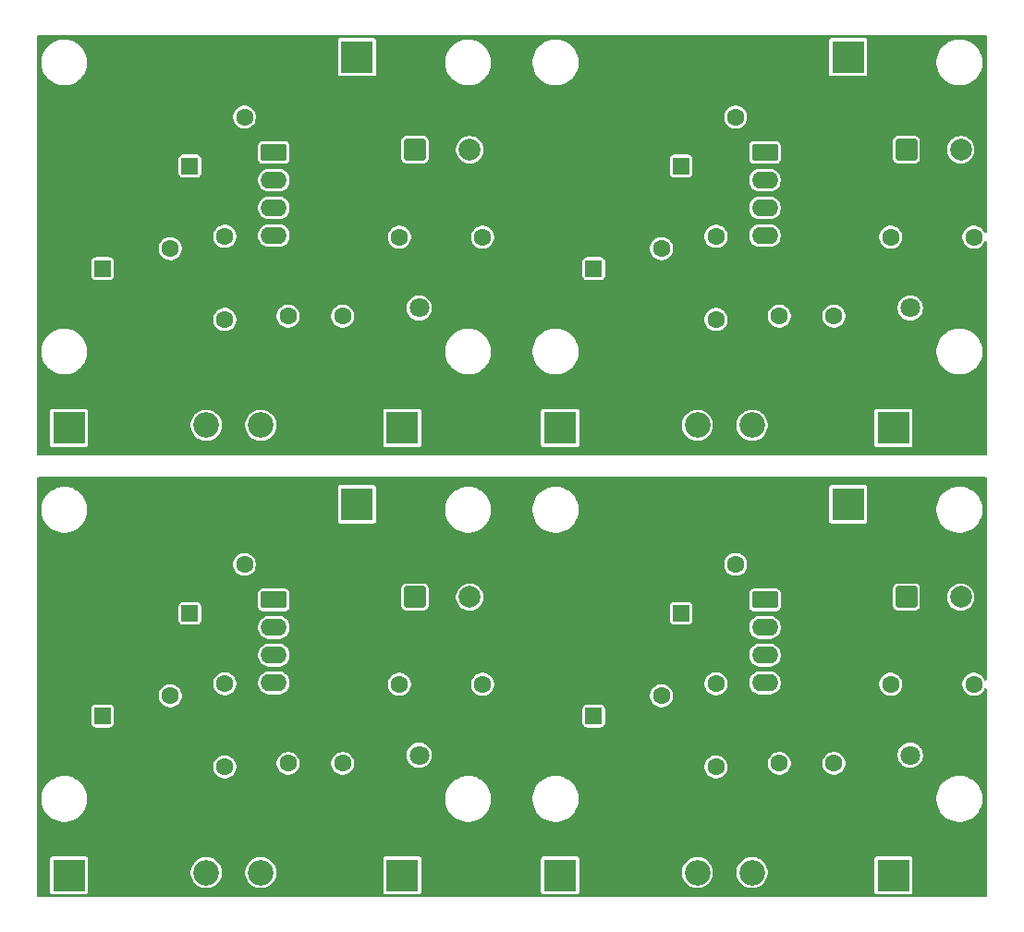
<source format=gbr>
%TF.GenerationSoftware,KiCad,Pcbnew,9.0.4*%
%TF.CreationDate,2025-09-13T13:10:49+02:00*%
%TF.ProjectId,TDA7267_2x2_panel,54444137-3236-4375-9f32-78325f70616e,rev?*%
%TF.SameCoordinates,Original*%
%TF.FileFunction,Copper,L1,Top*%
%TF.FilePolarity,Positive*%
%FSLAX46Y46*%
G04 Gerber Fmt 4.6, Leading zero omitted, Abs format (unit mm)*
G04 Created by KiCad (PCBNEW 9.0.4) date 2025-09-13 13:10:49*
%MOMM*%
%LPD*%
G01*
G04 APERTURE LIST*
G04 Aperture macros list*
%AMRoundRect*
0 Rectangle with rounded corners*
0 $1 Rounding radius*
0 $2 $3 $4 $5 $6 $7 $8 $9 X,Y pos of 4 corners*
0 Add a 4 corners polygon primitive as box body*
4,1,4,$2,$3,$4,$5,$6,$7,$8,$9,$2,$3,0*
0 Add four circle primitives for the rounded corners*
1,1,$1+$1,$2,$3*
1,1,$1+$1,$4,$5*
1,1,$1+$1,$6,$7*
1,1,$1+$1,$8,$9*
0 Add four rect primitives between the rounded corners*
20,1,$1+$1,$2,$3,$4,$5,0*
20,1,$1+$1,$4,$5,$6,$7,0*
20,1,$1+$1,$6,$7,$8,$9,0*
20,1,$1+$1,$8,$9,$2,$3,0*%
G04 Aperture macros list end*
%TA.AperFunction,ComponentPad*%
%ADD10C,2.000000*%
%TD*%
%TA.AperFunction,ComponentPad*%
%ADD11RoundRect,0.250000X-0.750000X-0.750000X0.750000X-0.750000X0.750000X0.750000X-0.750000X0.750000X0*%
%TD*%
%TA.AperFunction,ComponentPad*%
%ADD12C,1.600000*%
%TD*%
%TA.AperFunction,ComponentPad*%
%ADD13RoundRect,0.250000X0.550000X0.550000X-0.550000X0.550000X-0.550000X-0.550000X0.550000X-0.550000X0*%
%TD*%
%TA.AperFunction,ComponentPad*%
%ADD14C,3.000000*%
%TD*%
%TA.AperFunction,ComponentPad*%
%ADD15R,3.000000X3.000000*%
%TD*%
%TA.AperFunction,ComponentPad*%
%ADD16C,2.340000*%
%TD*%
%TA.AperFunction,ComponentPad*%
%ADD17O,2.400000X1.600000*%
%TD*%
%TA.AperFunction,ComponentPad*%
%ADD18RoundRect,0.250000X-0.950000X-0.550000X0.950000X-0.550000X0.950000X0.550000X-0.950000X0.550000X0*%
%TD*%
%TA.AperFunction,ComponentPad*%
%ADD19C,1.800000*%
%TD*%
%TA.AperFunction,ComponentPad*%
%ADD20R,1.800000X1.800000*%
%TD*%
G04 APERTURE END LIST*
D10*
%TO.P,C6,2*%
%TO.N,Net-(OUT1-Pin_1)*%
X140393323Y-98629000D03*
D11*
%TO.P,C6,1*%
%TO.N,Net-(U1-Out)*%
X135393323Y-98629000D03*
%TD*%
D12*
%TO.P,C4,2*%
%TO.N,GND*%
X102961000Y-109529000D03*
D13*
%TO.P,C4,1*%
%TO.N,/VCC*%
X106761000Y-109529000D03*
%TD*%
D14*
%TO.P,VCC1,2,Pin_2*%
%TO.N,GND*%
X108761000Y-124129000D03*
D15*
%TO.P,VCC1,1,Pin_1*%
%TO.N,/VCC*%
X103681000Y-124129000D03*
%TD*%
D12*
%TO.P,C5,2*%
%TO.N,/VCC*%
X119761000Y-95629000D03*
%TO.P,C5,1*%
%TO.N,GND*%
X119761000Y-90629000D03*
%TD*%
%TO.P,C2,2*%
%TO.N,GND*%
X110961000Y-100129000D03*
D13*
%TO.P,C2,1*%
%TO.N,Net-(U1-SRV)*%
X114761000Y-100129000D03*
%TD*%
D16*
%TO.P,RV1,3,3*%
%TO.N,GND*%
X126261000Y-123879000D03*
%TO.P,RV1,2,2*%
%TO.N,Net-(C1-Pad1)*%
X121261000Y-123879000D03*
%TO.P,RV1,1,1*%
%TO.N,Net-(IN1-Pin_1)*%
X116261000Y-123879000D03*
%TD*%
D17*
%TO.P,U1,8,GND*%
%TO.N,GND*%
X130071000Y-98879000D03*
%TO.P,U1,7,GND*%
X130071000Y-101419000D03*
%TO.P,U1,6,GND*%
X130071000Y-103959000D03*
%TO.P,U1,5,GND*%
X130071000Y-106499000D03*
%TO.P,U1,4,In*%
%TO.N,Net-(U1-In)*%
X122451000Y-106499000D03*
%TO.P,U1,3,SRV*%
%TO.N,Net-(U1-SRV)*%
X122451000Y-103959000D03*
%TO.P,U1,2,Out*%
%TO.N,Net-(U1-Out)*%
X122451000Y-101419000D03*
D18*
%TO.P,U1,1,V+*%
%TO.N,/VCC*%
X122451000Y-98879000D03*
%TD*%
D12*
%TO.P,R2,2*%
%TO.N,/VCC*%
X141571000Y-106629000D03*
%TO.P,R2,1*%
%TO.N,Net-(D1-A)*%
X133951000Y-106629000D03*
%TD*%
%TO.P,C1,2*%
%TO.N,Net-(C1-Pad2)*%
X123761000Y-113879000D03*
%TO.P,C1,1*%
%TO.N,Net-(C1-Pad1)*%
X128761000Y-113879000D03*
%TD*%
D19*
%TO.P,D1,2,A*%
%TO.N,Net-(D1-A)*%
X135761000Y-113129000D03*
D20*
%TO.P,D1,1,K*%
%TO.N,GND*%
X133221000Y-113129000D03*
%TD*%
D12*
%TO.P,R1,2*%
%TO.N,Net-(U1-In)*%
X117961000Y-106569000D03*
%TO.P,R1,1*%
%TO.N,Net-(C1-Pad2)*%
X117961000Y-114189000D03*
%TD*%
D14*
%TO.P,OUT1,2,Pin_2*%
%TO.N,GND*%
X124981000Y-90129000D03*
D15*
%TO.P,OUT1,1,Pin_1*%
%TO.N,Net-(OUT1-Pin_1)*%
X130061000Y-90129000D03*
%TD*%
D12*
%TO.P,C3,2*%
%TO.N,Net-(U1-In)*%
X112961000Y-107689000D03*
%TO.P,C3,1*%
%TO.N,GND*%
X112961000Y-112689000D03*
%TD*%
D14*
%TO.P,IN1,2,Pin_2*%
%TO.N,GND*%
X139301000Y-124129000D03*
D15*
%TO.P,IN1,1,Pin_1*%
%TO.N,Net-(IN1-Pin_1)*%
X134221000Y-124129000D03*
%TD*%
D10*
%TO.P,C6,2*%
%TO.N,Net-(OUT1-Pin_1)*%
X185393323Y-57629000D03*
D11*
%TO.P,C6,1*%
%TO.N,Net-(U1-Out)*%
X180393323Y-57629000D03*
%TD*%
D12*
%TO.P,C4,2*%
%TO.N,GND*%
X147961000Y-68529000D03*
D13*
%TO.P,C4,1*%
%TO.N,/VCC*%
X151761000Y-68529000D03*
%TD*%
D14*
%TO.P,VCC1,2,Pin_2*%
%TO.N,GND*%
X153761000Y-83129000D03*
D15*
%TO.P,VCC1,1,Pin_1*%
%TO.N,/VCC*%
X148681000Y-83129000D03*
%TD*%
D12*
%TO.P,C5,2*%
%TO.N,/VCC*%
X164761000Y-54629000D03*
%TO.P,C5,1*%
%TO.N,GND*%
X164761000Y-49629000D03*
%TD*%
%TO.P,C2,2*%
%TO.N,GND*%
X155961000Y-59129000D03*
D13*
%TO.P,C2,1*%
%TO.N,Net-(U1-SRV)*%
X159761000Y-59129000D03*
%TD*%
D16*
%TO.P,RV1,3,3*%
%TO.N,GND*%
X171261000Y-82879000D03*
%TO.P,RV1,2,2*%
%TO.N,Net-(C1-Pad1)*%
X166261000Y-82879000D03*
%TO.P,RV1,1,1*%
%TO.N,Net-(IN1-Pin_1)*%
X161261000Y-82879000D03*
%TD*%
D17*
%TO.P,U1,8,GND*%
%TO.N,GND*%
X175071000Y-57879000D03*
%TO.P,U1,7,GND*%
X175071000Y-60419000D03*
%TO.P,U1,6,GND*%
X175071000Y-62959000D03*
%TO.P,U1,5,GND*%
X175071000Y-65499000D03*
%TO.P,U1,4,In*%
%TO.N,Net-(U1-In)*%
X167451000Y-65499000D03*
%TO.P,U1,3,SRV*%
%TO.N,Net-(U1-SRV)*%
X167451000Y-62959000D03*
%TO.P,U1,2,Out*%
%TO.N,Net-(U1-Out)*%
X167451000Y-60419000D03*
D18*
%TO.P,U1,1,V+*%
%TO.N,/VCC*%
X167451000Y-57879000D03*
%TD*%
D12*
%TO.P,R2,2*%
%TO.N,/VCC*%
X186571000Y-65629000D03*
%TO.P,R2,1*%
%TO.N,Net-(D1-A)*%
X178951000Y-65629000D03*
%TD*%
%TO.P,C1,2*%
%TO.N,Net-(C1-Pad2)*%
X168761000Y-72879000D03*
%TO.P,C1,1*%
%TO.N,Net-(C1-Pad1)*%
X173761000Y-72879000D03*
%TD*%
D19*
%TO.P,D1,2,A*%
%TO.N,Net-(D1-A)*%
X180761000Y-72129000D03*
D20*
%TO.P,D1,1,K*%
%TO.N,GND*%
X178221000Y-72129000D03*
%TD*%
D12*
%TO.P,R1,2*%
%TO.N,Net-(U1-In)*%
X162961000Y-65569000D03*
%TO.P,R1,1*%
%TO.N,Net-(C1-Pad2)*%
X162961000Y-73189000D03*
%TD*%
D14*
%TO.P,OUT1,2,Pin_2*%
%TO.N,GND*%
X169981000Y-49129000D03*
D15*
%TO.P,OUT1,1,Pin_1*%
%TO.N,Net-(OUT1-Pin_1)*%
X175061000Y-49129000D03*
%TD*%
D12*
%TO.P,C3,2*%
%TO.N,Net-(U1-In)*%
X157961000Y-66689000D03*
%TO.P,C3,1*%
%TO.N,GND*%
X157961000Y-71689000D03*
%TD*%
D14*
%TO.P,IN1,2,Pin_2*%
%TO.N,GND*%
X184301000Y-83129000D03*
D15*
%TO.P,IN1,1,Pin_1*%
%TO.N,Net-(IN1-Pin_1)*%
X179221000Y-83129000D03*
%TD*%
D10*
%TO.P,C6,2*%
%TO.N,Net-(OUT1-Pin_1)*%
X140393323Y-57629000D03*
D11*
%TO.P,C6,1*%
%TO.N,Net-(U1-Out)*%
X135393323Y-57629000D03*
%TD*%
D12*
%TO.P,C4,2*%
%TO.N,GND*%
X102961000Y-68529000D03*
D13*
%TO.P,C4,1*%
%TO.N,/VCC*%
X106761000Y-68529000D03*
%TD*%
D14*
%TO.P,VCC1,2,Pin_2*%
%TO.N,GND*%
X108761000Y-83129000D03*
D15*
%TO.P,VCC1,1,Pin_1*%
%TO.N,/VCC*%
X103681000Y-83129000D03*
%TD*%
D12*
%TO.P,C5,2*%
%TO.N,/VCC*%
X119761000Y-54629000D03*
%TO.P,C5,1*%
%TO.N,GND*%
X119761000Y-49629000D03*
%TD*%
%TO.P,C2,2*%
%TO.N,GND*%
X110961000Y-59129000D03*
D13*
%TO.P,C2,1*%
%TO.N,Net-(U1-SRV)*%
X114761000Y-59129000D03*
%TD*%
D16*
%TO.P,RV1,3,3*%
%TO.N,GND*%
X126261000Y-82879000D03*
%TO.P,RV1,2,2*%
%TO.N,Net-(C1-Pad1)*%
X121261000Y-82879000D03*
%TO.P,RV1,1,1*%
%TO.N,Net-(IN1-Pin_1)*%
X116261000Y-82879000D03*
%TD*%
D17*
%TO.P,U1,8,GND*%
%TO.N,GND*%
X130071000Y-57879000D03*
%TO.P,U1,7,GND*%
X130071000Y-60419000D03*
%TO.P,U1,6,GND*%
X130071000Y-62959000D03*
%TO.P,U1,5,GND*%
X130071000Y-65499000D03*
%TO.P,U1,4,In*%
%TO.N,Net-(U1-In)*%
X122451000Y-65499000D03*
%TO.P,U1,3,SRV*%
%TO.N,Net-(U1-SRV)*%
X122451000Y-62959000D03*
%TO.P,U1,2,Out*%
%TO.N,Net-(U1-Out)*%
X122451000Y-60419000D03*
D18*
%TO.P,U1,1,V+*%
%TO.N,/VCC*%
X122451000Y-57879000D03*
%TD*%
D12*
%TO.P,R2,2*%
%TO.N,/VCC*%
X141571000Y-65629000D03*
%TO.P,R2,1*%
%TO.N,Net-(D1-A)*%
X133951000Y-65629000D03*
%TD*%
%TO.P,C1,2*%
%TO.N,Net-(C1-Pad2)*%
X123761000Y-72879000D03*
%TO.P,C1,1*%
%TO.N,Net-(C1-Pad1)*%
X128761000Y-72879000D03*
%TD*%
D19*
%TO.P,D1,2,A*%
%TO.N,Net-(D1-A)*%
X135761000Y-72129000D03*
D20*
%TO.P,D1,1,K*%
%TO.N,GND*%
X133221000Y-72129000D03*
%TD*%
D12*
%TO.P,R1,2*%
%TO.N,Net-(U1-In)*%
X117961000Y-65569000D03*
%TO.P,R1,1*%
%TO.N,Net-(C1-Pad2)*%
X117961000Y-73189000D03*
%TD*%
D14*
%TO.P,OUT1,2,Pin_2*%
%TO.N,GND*%
X124981000Y-49129000D03*
D15*
%TO.P,OUT1,1,Pin_1*%
%TO.N,Net-(OUT1-Pin_1)*%
X130061000Y-49129000D03*
%TD*%
D12*
%TO.P,C3,2*%
%TO.N,Net-(U1-In)*%
X112961000Y-66689000D03*
%TO.P,C3,1*%
%TO.N,GND*%
X112961000Y-71689000D03*
%TD*%
D14*
%TO.P,IN1,2,Pin_2*%
%TO.N,GND*%
X139301000Y-83129000D03*
D15*
%TO.P,IN1,1,Pin_1*%
%TO.N,Net-(IN1-Pin_1)*%
X134221000Y-83129000D03*
%TD*%
D12*
%TO.P,C3,2*%
%TO.N,Net-(U1-In)*%
X157961000Y-107689000D03*
%TO.P,C3,1*%
%TO.N,GND*%
X157961000Y-112689000D03*
%TD*%
D14*
%TO.P,IN1,2,Pin_2*%
%TO.N,GND*%
X184301000Y-124129000D03*
D15*
%TO.P,IN1,1,Pin_1*%
%TO.N,Net-(IN1-Pin_1)*%
X179221000Y-124129000D03*
%TD*%
D12*
%TO.P,R1,2*%
%TO.N,Net-(U1-In)*%
X162961000Y-106569000D03*
%TO.P,R1,1*%
%TO.N,Net-(C1-Pad2)*%
X162961000Y-114189000D03*
%TD*%
D19*
%TO.P,D1,2,A*%
%TO.N,Net-(D1-A)*%
X180761000Y-113129000D03*
D20*
%TO.P,D1,1,K*%
%TO.N,GND*%
X178221000Y-113129000D03*
%TD*%
D14*
%TO.P,OUT1,2,Pin_2*%
%TO.N,GND*%
X169981000Y-90129000D03*
D15*
%TO.P,OUT1,1,Pin_1*%
%TO.N,Net-(OUT1-Pin_1)*%
X175061000Y-90129000D03*
%TD*%
D12*
%TO.P,C5,2*%
%TO.N,/VCC*%
X164761000Y-95629000D03*
%TO.P,C5,1*%
%TO.N,GND*%
X164761000Y-90629000D03*
%TD*%
%TO.P,C1,2*%
%TO.N,Net-(C1-Pad2)*%
X168761000Y-113879000D03*
%TO.P,C1,1*%
%TO.N,Net-(C1-Pad1)*%
X173761000Y-113879000D03*
%TD*%
D17*
%TO.P,U1,8,GND*%
%TO.N,GND*%
X175071000Y-98879000D03*
%TO.P,U1,7,GND*%
X175071000Y-101419000D03*
%TO.P,U1,6,GND*%
X175071000Y-103959000D03*
%TO.P,U1,5,GND*%
X175071000Y-106499000D03*
%TO.P,U1,4,In*%
%TO.N,Net-(U1-In)*%
X167451000Y-106499000D03*
%TO.P,U1,3,SRV*%
%TO.N,Net-(U1-SRV)*%
X167451000Y-103959000D03*
%TO.P,U1,2,Out*%
%TO.N,Net-(U1-Out)*%
X167451000Y-101419000D03*
D18*
%TO.P,U1,1,V+*%
%TO.N,/VCC*%
X167451000Y-98879000D03*
%TD*%
D12*
%TO.P,R2,2*%
%TO.N,/VCC*%
X186571000Y-106629000D03*
%TO.P,R2,1*%
%TO.N,Net-(D1-A)*%
X178951000Y-106629000D03*
%TD*%
D14*
%TO.P,VCC1,2,Pin_2*%
%TO.N,GND*%
X153761000Y-124129000D03*
D15*
%TO.P,VCC1,1,Pin_1*%
%TO.N,/VCC*%
X148681000Y-124129000D03*
%TD*%
D12*
%TO.P,C2,2*%
%TO.N,GND*%
X155961000Y-100129000D03*
D13*
%TO.P,C2,1*%
%TO.N,Net-(U1-SRV)*%
X159761000Y-100129000D03*
%TD*%
D10*
%TO.P,C6,2*%
%TO.N,Net-(OUT1-Pin_1)*%
X185393323Y-98629000D03*
D11*
%TO.P,C6,1*%
%TO.N,Net-(U1-Out)*%
X180393323Y-98629000D03*
%TD*%
D12*
%TO.P,C4,2*%
%TO.N,GND*%
X147961000Y-109529000D03*
D13*
%TO.P,C4,1*%
%TO.N,/VCC*%
X151761000Y-109529000D03*
%TD*%
D16*
%TO.P,RV1,3,3*%
%TO.N,GND*%
X171261000Y-123879000D03*
%TO.P,RV1,2,2*%
%TO.N,Net-(C1-Pad1)*%
X166261000Y-123879000D03*
%TO.P,RV1,1,1*%
%TO.N,Net-(IN1-Pin_1)*%
X161261000Y-123879000D03*
%TD*%
%TA.AperFunction,Conductor*%
%TO.N,GND*%
G36*
X187709487Y-87648685D02*
G01*
X187755242Y-87701489D01*
X187766448Y-87753000D01*
X187766448Y-106146587D01*
X187746763Y-106213626D01*
X187693959Y-106259381D01*
X187624801Y-106269325D01*
X187561245Y-106240300D01*
X187527887Y-106194040D01*
X187501942Y-106131404D01*
X187461850Y-106071402D01*
X187386977Y-105959345D01*
X187386975Y-105959342D01*
X187240657Y-105813024D01*
X187154626Y-105755541D01*
X187068598Y-105698059D01*
X186877420Y-105618870D01*
X186877412Y-105618868D01*
X186674469Y-105578500D01*
X186674465Y-105578500D01*
X186467535Y-105578500D01*
X186467530Y-105578500D01*
X186264587Y-105618868D01*
X186264579Y-105618870D01*
X186073403Y-105698058D01*
X185901342Y-105813024D01*
X185755024Y-105959342D01*
X185640058Y-106131403D01*
X185560870Y-106322579D01*
X185560868Y-106322587D01*
X185520500Y-106525530D01*
X185520500Y-106732469D01*
X185548935Y-106875420D01*
X185560870Y-106935420D01*
X185640059Y-107126598D01*
X185668162Y-107168657D01*
X185755024Y-107298657D01*
X185901342Y-107444975D01*
X185901345Y-107444977D01*
X186073402Y-107559941D01*
X186264580Y-107639130D01*
X186467530Y-107679499D01*
X186467534Y-107679500D01*
X186467535Y-107679500D01*
X186674466Y-107679500D01*
X186674467Y-107679499D01*
X186877420Y-107639130D01*
X187068598Y-107559941D01*
X187240655Y-107444977D01*
X187386977Y-107298655D01*
X187501941Y-107126598D01*
X187527887Y-107063958D01*
X187571728Y-107009556D01*
X187638022Y-106987491D01*
X187705721Y-107004770D01*
X187753332Y-107055907D01*
X187766448Y-107111412D01*
X187766448Y-126004500D01*
X187746763Y-126071539D01*
X187693959Y-126117294D01*
X187642448Y-126128500D01*
X143261000Y-126128500D01*
X143261000Y-122604321D01*
X146930500Y-122604321D01*
X146930500Y-125653678D01*
X146945032Y-125726735D01*
X146945033Y-125726739D01*
X146945034Y-125726740D01*
X147000399Y-125809601D01*
X147083260Y-125864966D01*
X147083264Y-125864967D01*
X147156321Y-125879499D01*
X147156324Y-125879500D01*
X147156326Y-125879500D01*
X150205676Y-125879500D01*
X150205677Y-125879499D01*
X150278740Y-125864966D01*
X150361601Y-125809601D01*
X150416966Y-125726740D01*
X150431500Y-125653674D01*
X150431500Y-123767204D01*
X159840500Y-123767204D01*
X159840500Y-123990795D01*
X159875478Y-124211635D01*
X159944569Y-124424280D01*
X159944570Y-124424283D01*
X160046080Y-124623504D01*
X160177504Y-124804393D01*
X160335607Y-124962496D01*
X160516496Y-125093920D01*
X160614207Y-125143706D01*
X160715716Y-125195429D01*
X160715719Y-125195430D01*
X160822041Y-125229975D01*
X160928366Y-125264522D01*
X161149204Y-125299500D01*
X161149205Y-125299500D01*
X161372795Y-125299500D01*
X161372796Y-125299500D01*
X161593634Y-125264522D01*
X161806283Y-125195429D01*
X162005504Y-125093920D01*
X162186393Y-124962496D01*
X162344496Y-124804393D01*
X162475920Y-124623504D01*
X162577429Y-124424283D01*
X162646522Y-124211634D01*
X162681500Y-123990796D01*
X162681500Y-123767204D01*
X164840500Y-123767204D01*
X164840500Y-123990795D01*
X164875478Y-124211635D01*
X164944569Y-124424280D01*
X164944570Y-124424283D01*
X165046080Y-124623504D01*
X165177504Y-124804393D01*
X165335607Y-124962496D01*
X165516496Y-125093920D01*
X165614207Y-125143706D01*
X165715716Y-125195429D01*
X165715719Y-125195430D01*
X165822041Y-125229975D01*
X165928366Y-125264522D01*
X166149204Y-125299500D01*
X166149205Y-125299500D01*
X166372795Y-125299500D01*
X166372796Y-125299500D01*
X166593634Y-125264522D01*
X166806283Y-125195429D01*
X167005504Y-125093920D01*
X167186393Y-124962496D01*
X167344496Y-124804393D01*
X167475920Y-124623504D01*
X167577429Y-124424283D01*
X167646522Y-124211634D01*
X167681500Y-123990796D01*
X167681500Y-123767204D01*
X167646522Y-123546366D01*
X167577429Y-123333717D01*
X167577429Y-123333716D01*
X167475919Y-123134495D01*
X167344496Y-122953607D01*
X167186393Y-122795504D01*
X167005504Y-122664080D01*
X166888222Y-122604321D01*
X177470500Y-122604321D01*
X177470500Y-125653678D01*
X177485032Y-125726735D01*
X177485033Y-125726739D01*
X177485034Y-125726740D01*
X177540399Y-125809601D01*
X177623260Y-125864966D01*
X177623264Y-125864967D01*
X177696321Y-125879499D01*
X177696324Y-125879500D01*
X177696326Y-125879500D01*
X180745676Y-125879500D01*
X180745677Y-125879499D01*
X180818740Y-125864966D01*
X180901601Y-125809601D01*
X180956966Y-125726740D01*
X180971500Y-125653674D01*
X180971500Y-122604326D01*
X180971500Y-122604323D01*
X180971499Y-122604321D01*
X180956967Y-122531264D01*
X180956966Y-122531260D01*
X180931721Y-122493478D01*
X180901601Y-122448399D01*
X180818740Y-122393034D01*
X180818739Y-122393033D01*
X180818735Y-122393032D01*
X180745677Y-122378500D01*
X180745674Y-122378500D01*
X177696326Y-122378500D01*
X177696323Y-122378500D01*
X177623264Y-122393032D01*
X177623260Y-122393033D01*
X177540399Y-122448399D01*
X177485033Y-122531260D01*
X177485032Y-122531264D01*
X177470500Y-122604321D01*
X166888222Y-122604321D01*
X166806283Y-122562570D01*
X166806280Y-122562569D01*
X166593635Y-122493478D01*
X166483215Y-122475989D01*
X166372796Y-122458500D01*
X166149204Y-122458500D01*
X166075591Y-122470159D01*
X165928364Y-122493478D01*
X165715719Y-122562569D01*
X165715716Y-122562570D01*
X165516495Y-122664080D01*
X165413291Y-122739062D01*
X165335607Y-122795504D01*
X165335605Y-122795506D01*
X165335604Y-122795506D01*
X165177506Y-122953604D01*
X165177506Y-122953605D01*
X165177504Y-122953607D01*
X165121062Y-123031291D01*
X165046080Y-123134495D01*
X164944570Y-123333716D01*
X164944569Y-123333719D01*
X164875478Y-123546364D01*
X164840500Y-123767204D01*
X162681500Y-123767204D01*
X162646522Y-123546366D01*
X162577429Y-123333717D01*
X162577429Y-123333716D01*
X162475919Y-123134495D01*
X162344496Y-122953607D01*
X162186393Y-122795504D01*
X162005504Y-122664080D01*
X161806283Y-122562570D01*
X161806280Y-122562569D01*
X161593635Y-122493478D01*
X161483215Y-122475989D01*
X161372796Y-122458500D01*
X161149204Y-122458500D01*
X161075591Y-122470159D01*
X160928364Y-122493478D01*
X160715719Y-122562569D01*
X160715716Y-122562570D01*
X160516495Y-122664080D01*
X160413291Y-122739062D01*
X160335607Y-122795504D01*
X160335605Y-122795506D01*
X160335604Y-122795506D01*
X160177506Y-122953604D01*
X160177506Y-122953605D01*
X160177504Y-122953607D01*
X160121062Y-123031291D01*
X160046080Y-123134495D01*
X159944570Y-123333716D01*
X159944569Y-123333719D01*
X159875478Y-123546364D01*
X159840500Y-123767204D01*
X150431500Y-123767204D01*
X150431500Y-122604326D01*
X150431500Y-122604323D01*
X150431499Y-122604321D01*
X150416967Y-122531264D01*
X150416966Y-122531260D01*
X150391721Y-122493478D01*
X150361601Y-122448399D01*
X150278740Y-122393034D01*
X150278739Y-122393033D01*
X150278735Y-122393032D01*
X150205677Y-122378500D01*
X150205674Y-122378500D01*
X147156326Y-122378500D01*
X147156323Y-122378500D01*
X147083264Y-122393032D01*
X147083260Y-122393033D01*
X147000399Y-122448399D01*
X146945033Y-122531260D01*
X146945032Y-122531264D01*
X146930500Y-122604321D01*
X143261000Y-122604321D01*
X143261000Y-116991332D01*
X146160500Y-116991332D01*
X146160500Y-117266667D01*
X146160501Y-117266684D01*
X146196438Y-117539655D01*
X146196439Y-117539660D01*
X146196440Y-117539666D01*
X146196441Y-117539668D01*
X146267704Y-117805630D01*
X146373075Y-118060017D01*
X146373080Y-118060028D01*
X146455861Y-118203407D01*
X146510751Y-118298479D01*
X146510753Y-118298482D01*
X146510754Y-118298483D01*
X146678370Y-118516926D01*
X146678376Y-118516933D01*
X146873066Y-118711623D01*
X146873072Y-118711628D01*
X147091521Y-118879249D01*
X147244778Y-118967732D01*
X147329971Y-119016919D01*
X147329976Y-119016921D01*
X147329979Y-119016923D01*
X147584368Y-119122295D01*
X147850334Y-119193560D01*
X148123326Y-119229500D01*
X148123333Y-119229500D01*
X148398667Y-119229500D01*
X148398674Y-119229500D01*
X148671666Y-119193560D01*
X148937632Y-119122295D01*
X149192021Y-119016923D01*
X149430479Y-118879249D01*
X149648928Y-118711628D01*
X149843628Y-118516928D01*
X150011249Y-118298479D01*
X150148923Y-118060021D01*
X150254295Y-117805632D01*
X150325560Y-117539666D01*
X150361500Y-117266674D01*
X150361500Y-116991332D01*
X183160500Y-116991332D01*
X183160500Y-117266667D01*
X183160501Y-117266684D01*
X183196438Y-117539655D01*
X183196439Y-117539660D01*
X183196440Y-117539666D01*
X183196441Y-117539668D01*
X183267704Y-117805630D01*
X183373075Y-118060017D01*
X183373080Y-118060028D01*
X183455861Y-118203407D01*
X183510751Y-118298479D01*
X183510753Y-118298482D01*
X183510754Y-118298483D01*
X183678370Y-118516926D01*
X183678376Y-118516933D01*
X183873066Y-118711623D01*
X183873072Y-118711628D01*
X184091521Y-118879249D01*
X184244778Y-118967732D01*
X184329971Y-119016919D01*
X184329976Y-119016921D01*
X184329979Y-119016923D01*
X184584368Y-119122295D01*
X184850334Y-119193560D01*
X185123326Y-119229500D01*
X185123333Y-119229500D01*
X185398667Y-119229500D01*
X185398674Y-119229500D01*
X185671666Y-119193560D01*
X185937632Y-119122295D01*
X186192021Y-119016923D01*
X186430479Y-118879249D01*
X186648928Y-118711628D01*
X186843628Y-118516928D01*
X187011249Y-118298479D01*
X187148923Y-118060021D01*
X187254295Y-117805632D01*
X187325560Y-117539666D01*
X187361500Y-117266674D01*
X187361500Y-116991326D01*
X187325560Y-116718334D01*
X187254295Y-116452368D01*
X187148923Y-116197979D01*
X187148921Y-116197976D01*
X187148919Y-116197971D01*
X187099732Y-116112778D01*
X187011249Y-115959521D01*
X186843628Y-115741072D01*
X186843623Y-115741066D01*
X186648933Y-115546376D01*
X186648926Y-115546370D01*
X186430483Y-115378754D01*
X186430482Y-115378753D01*
X186430479Y-115378751D01*
X186335407Y-115323861D01*
X186192028Y-115241080D01*
X186192017Y-115241075D01*
X185937630Y-115135704D01*
X185804649Y-115100072D01*
X185671666Y-115064440D01*
X185671660Y-115064439D01*
X185671655Y-115064438D01*
X185398684Y-115028501D01*
X185398679Y-115028500D01*
X185398674Y-115028500D01*
X185123326Y-115028500D01*
X185123320Y-115028500D01*
X185123315Y-115028501D01*
X184850344Y-115064438D01*
X184850337Y-115064439D01*
X184850334Y-115064440D01*
X184794125Y-115079500D01*
X184584369Y-115135704D01*
X184329982Y-115241075D01*
X184329971Y-115241080D01*
X184091516Y-115378754D01*
X183873073Y-115546370D01*
X183873066Y-115546376D01*
X183678376Y-115741066D01*
X183678370Y-115741073D01*
X183510754Y-115959516D01*
X183373080Y-116197971D01*
X183373075Y-116197982D01*
X183267704Y-116452369D01*
X183196441Y-116718331D01*
X183196438Y-116718344D01*
X183160501Y-116991315D01*
X183160500Y-116991332D01*
X150361500Y-116991332D01*
X150361500Y-116991326D01*
X150325560Y-116718334D01*
X150254295Y-116452368D01*
X150148923Y-116197979D01*
X150148921Y-116197976D01*
X150148919Y-116197971D01*
X150099732Y-116112778D01*
X150011249Y-115959521D01*
X149843628Y-115741072D01*
X149843623Y-115741066D01*
X149648933Y-115546376D01*
X149648926Y-115546370D01*
X149430483Y-115378754D01*
X149430482Y-115378753D01*
X149430479Y-115378751D01*
X149335407Y-115323861D01*
X149192028Y-115241080D01*
X149192017Y-115241075D01*
X148937630Y-115135704D01*
X148804649Y-115100072D01*
X148671666Y-115064440D01*
X148671660Y-115064439D01*
X148671655Y-115064438D01*
X148398684Y-115028501D01*
X148398679Y-115028500D01*
X148398674Y-115028500D01*
X148123326Y-115028500D01*
X148123320Y-115028500D01*
X148123315Y-115028501D01*
X147850344Y-115064438D01*
X147850337Y-115064439D01*
X147850334Y-115064440D01*
X147794125Y-115079500D01*
X147584369Y-115135704D01*
X147329982Y-115241075D01*
X147329971Y-115241080D01*
X147091516Y-115378754D01*
X146873073Y-115546370D01*
X146873066Y-115546376D01*
X146678376Y-115741066D01*
X146678370Y-115741073D01*
X146510754Y-115959516D01*
X146373080Y-116197971D01*
X146373075Y-116197982D01*
X146267704Y-116452369D01*
X146196441Y-116718331D01*
X146196438Y-116718344D01*
X146160501Y-116991315D01*
X146160500Y-116991332D01*
X143261000Y-116991332D01*
X143261000Y-114085530D01*
X161910500Y-114085530D01*
X161910500Y-114292469D01*
X161950868Y-114495412D01*
X161950870Y-114495420D01*
X162030059Y-114686598D01*
X162035658Y-114694977D01*
X162145024Y-114858657D01*
X162291342Y-115004975D01*
X162291345Y-115004977D01*
X162463402Y-115119941D01*
X162654580Y-115199130D01*
X162857530Y-115239499D01*
X162857534Y-115239500D01*
X162857535Y-115239500D01*
X163064466Y-115239500D01*
X163064467Y-115239499D01*
X163267420Y-115199130D01*
X163458598Y-115119941D01*
X163630655Y-115004977D01*
X163776977Y-114858655D01*
X163891941Y-114686598D01*
X163971130Y-114495420D01*
X164011500Y-114292465D01*
X164011500Y-114085535D01*
X163971130Y-113882580D01*
X163971128Y-113882575D01*
X163943923Y-113816895D01*
X163926789Y-113775530D01*
X167710500Y-113775530D01*
X167710500Y-113982469D01*
X167750868Y-114185412D01*
X167750870Y-114185420D01*
X167830058Y-114376596D01*
X167945024Y-114548657D01*
X168091342Y-114694975D01*
X168091345Y-114694977D01*
X168263402Y-114809941D01*
X168454580Y-114889130D01*
X168657530Y-114929499D01*
X168657534Y-114929500D01*
X168657535Y-114929500D01*
X168864466Y-114929500D01*
X168864467Y-114929499D01*
X169067420Y-114889130D01*
X169258598Y-114809941D01*
X169430655Y-114694977D01*
X169576977Y-114548655D01*
X169691941Y-114376598D01*
X169771130Y-114185420D01*
X169811500Y-113982465D01*
X169811500Y-113775535D01*
X169811499Y-113775530D01*
X172710500Y-113775530D01*
X172710500Y-113982469D01*
X172750868Y-114185412D01*
X172750870Y-114185420D01*
X172830058Y-114376596D01*
X172945024Y-114548657D01*
X173091342Y-114694975D01*
X173091345Y-114694977D01*
X173263402Y-114809941D01*
X173454580Y-114889130D01*
X173657530Y-114929499D01*
X173657534Y-114929500D01*
X173657535Y-114929500D01*
X173864466Y-114929500D01*
X173864467Y-114929499D01*
X174067420Y-114889130D01*
X174258598Y-114809941D01*
X174430655Y-114694977D01*
X174576977Y-114548655D01*
X174691941Y-114376598D01*
X174771130Y-114185420D01*
X174811500Y-113982465D01*
X174811500Y-113775535D01*
X174771130Y-113572580D01*
X174691941Y-113381402D01*
X174576977Y-113209345D01*
X174576975Y-113209342D01*
X174430657Y-113063024D01*
X174393876Y-113038448D01*
X179610500Y-113038448D01*
X179610500Y-113219551D01*
X179638829Y-113398410D01*
X179694787Y-113570636D01*
X179694788Y-113570639D01*
X179777006Y-113731997D01*
X179883441Y-113878494D01*
X179883445Y-113878499D01*
X180011500Y-114006554D01*
X180011505Y-114006558D01*
X180120209Y-114085535D01*
X180158006Y-114112996D01*
X180263484Y-114166740D01*
X180319360Y-114195211D01*
X180319363Y-114195212D01*
X180405476Y-114223191D01*
X180491591Y-114251171D01*
X180574429Y-114264291D01*
X180670449Y-114279500D01*
X180670454Y-114279500D01*
X180851551Y-114279500D01*
X180938259Y-114265765D01*
X181030409Y-114251171D01*
X181202639Y-114195211D01*
X181363994Y-114112996D01*
X181510501Y-114006553D01*
X181638553Y-113878501D01*
X181744996Y-113731994D01*
X181827211Y-113570639D01*
X181883171Y-113398409D01*
X181897765Y-113306259D01*
X181911500Y-113219551D01*
X181911500Y-113038448D01*
X181895019Y-112934397D01*
X181883171Y-112859591D01*
X181827211Y-112687361D01*
X181827211Y-112687360D01*
X181798740Y-112631484D01*
X181744996Y-112526006D01*
X181731396Y-112507287D01*
X181638558Y-112379505D01*
X181638554Y-112379500D01*
X181510499Y-112251445D01*
X181510494Y-112251441D01*
X181363997Y-112145006D01*
X181363996Y-112145005D01*
X181363994Y-112145004D01*
X181312300Y-112118664D01*
X181202639Y-112062788D01*
X181202636Y-112062787D01*
X181030410Y-112006829D01*
X180851551Y-111978500D01*
X180851546Y-111978500D01*
X180670454Y-111978500D01*
X180670449Y-111978500D01*
X180491589Y-112006829D01*
X180319363Y-112062787D01*
X180319360Y-112062788D01*
X180158002Y-112145006D01*
X180011505Y-112251441D01*
X180011500Y-112251445D01*
X179883445Y-112379500D01*
X179883441Y-112379505D01*
X179777006Y-112526002D01*
X179694788Y-112687360D01*
X179694787Y-112687363D01*
X179638829Y-112859589D01*
X179610500Y-113038448D01*
X174393876Y-113038448D01*
X174344626Y-113005541D01*
X174258598Y-112948059D01*
X174067420Y-112868870D01*
X174067412Y-112868868D01*
X173864469Y-112828500D01*
X173864465Y-112828500D01*
X173657535Y-112828500D01*
X173657530Y-112828500D01*
X173454587Y-112868868D01*
X173454579Y-112868870D01*
X173263403Y-112948058D01*
X173091342Y-113063024D01*
X172945024Y-113209342D01*
X172830058Y-113381403D01*
X172750870Y-113572579D01*
X172750868Y-113572587D01*
X172710500Y-113775530D01*
X169811499Y-113775530D01*
X169771130Y-113572580D01*
X169691941Y-113381402D01*
X169576977Y-113209345D01*
X169576975Y-113209342D01*
X169430657Y-113063024D01*
X169344626Y-113005541D01*
X169258598Y-112948059D01*
X169067420Y-112868870D01*
X169067412Y-112868868D01*
X168864469Y-112828500D01*
X168864465Y-112828500D01*
X168657535Y-112828500D01*
X168657530Y-112828500D01*
X168454587Y-112868868D01*
X168454579Y-112868870D01*
X168263403Y-112948058D01*
X168091342Y-113063024D01*
X167945024Y-113209342D01*
X167830058Y-113381403D01*
X167750870Y-113572579D01*
X167750868Y-113572587D01*
X167710500Y-113775530D01*
X163926789Y-113775530D01*
X163891942Y-113691404D01*
X163812546Y-113572579D01*
X163776977Y-113519345D01*
X163776975Y-113519342D01*
X163630657Y-113373024D01*
X163544626Y-113315541D01*
X163458598Y-113258059D01*
X163340985Y-113209342D01*
X163267420Y-113178870D01*
X163267412Y-113178868D01*
X163064469Y-113138500D01*
X163064465Y-113138500D01*
X162857535Y-113138500D01*
X162857530Y-113138500D01*
X162654587Y-113178868D01*
X162654579Y-113178870D01*
X162463403Y-113258058D01*
X162291342Y-113373024D01*
X162145024Y-113519342D01*
X162030058Y-113691403D01*
X161950870Y-113882579D01*
X161950868Y-113882587D01*
X161910500Y-114085530D01*
X143261000Y-114085530D01*
X143261000Y-108931135D01*
X150710500Y-108931135D01*
X150710500Y-110126870D01*
X150710501Y-110126876D01*
X150716908Y-110186483D01*
X150767202Y-110321328D01*
X150767206Y-110321335D01*
X150853452Y-110436544D01*
X150853455Y-110436547D01*
X150968664Y-110522793D01*
X150968671Y-110522797D01*
X151103517Y-110573091D01*
X151103516Y-110573091D01*
X151110444Y-110573835D01*
X151163127Y-110579500D01*
X152358872Y-110579499D01*
X152418483Y-110573091D01*
X152553331Y-110522796D01*
X152668546Y-110436546D01*
X152754796Y-110321331D01*
X152805091Y-110186483D01*
X152811500Y-110126873D01*
X152811499Y-108931128D01*
X152805091Y-108871517D01*
X152754796Y-108736669D01*
X152754795Y-108736668D01*
X152754793Y-108736664D01*
X152668547Y-108621455D01*
X152668544Y-108621452D01*
X152553335Y-108535206D01*
X152553328Y-108535202D01*
X152418482Y-108484908D01*
X152418483Y-108484908D01*
X152358883Y-108478501D01*
X152358881Y-108478500D01*
X152358873Y-108478500D01*
X152358864Y-108478500D01*
X151163129Y-108478500D01*
X151163123Y-108478501D01*
X151103516Y-108484908D01*
X150968671Y-108535202D01*
X150968664Y-108535206D01*
X150853455Y-108621452D01*
X150853452Y-108621455D01*
X150767206Y-108736664D01*
X150767202Y-108736671D01*
X150716908Y-108871517D01*
X150710501Y-108931116D01*
X150710501Y-108931123D01*
X150710500Y-108931135D01*
X143261000Y-108931135D01*
X143261000Y-107585530D01*
X156910500Y-107585530D01*
X156910500Y-107792469D01*
X156950868Y-107995412D01*
X156950870Y-107995420D01*
X157030058Y-108186596D01*
X157145024Y-108358657D01*
X157291342Y-108504975D01*
X157291345Y-108504977D01*
X157463402Y-108619941D01*
X157654580Y-108699130D01*
X157843303Y-108736669D01*
X157857530Y-108739499D01*
X157857534Y-108739500D01*
X157857535Y-108739500D01*
X158064466Y-108739500D01*
X158064467Y-108739499D01*
X158267420Y-108699130D01*
X158458598Y-108619941D01*
X158630655Y-108504977D01*
X158776977Y-108358655D01*
X158891941Y-108186598D01*
X158971130Y-107995420D01*
X159011500Y-107792465D01*
X159011500Y-107585535D01*
X158971130Y-107382580D01*
X158891941Y-107191402D01*
X158776977Y-107019345D01*
X158776975Y-107019342D01*
X158630657Y-106873024D01*
X158529467Y-106805412D01*
X158458598Y-106758059D01*
X158396811Y-106732466D01*
X158267420Y-106678870D01*
X158267412Y-106678868D01*
X158064469Y-106638500D01*
X158064465Y-106638500D01*
X157857535Y-106638500D01*
X157857530Y-106638500D01*
X157654587Y-106678868D01*
X157654579Y-106678870D01*
X157463403Y-106758058D01*
X157291342Y-106873024D01*
X157145024Y-107019342D01*
X157030058Y-107191403D01*
X156950870Y-107382579D01*
X156950868Y-107382587D01*
X156910500Y-107585530D01*
X143261000Y-107585530D01*
X143261000Y-106465530D01*
X161910500Y-106465530D01*
X161910500Y-106672469D01*
X161950868Y-106875412D01*
X161950870Y-106875420D01*
X162025630Y-107055907D01*
X162030059Y-107066598D01*
X162087541Y-107152626D01*
X162145024Y-107238657D01*
X162291342Y-107384975D01*
X162291345Y-107384977D01*
X162463402Y-107499941D01*
X162654580Y-107579130D01*
X162857530Y-107619499D01*
X162857534Y-107619500D01*
X162857535Y-107619500D01*
X163064466Y-107619500D01*
X163064467Y-107619499D01*
X163267420Y-107579130D01*
X163458598Y-107499941D01*
X163630655Y-107384977D01*
X163776977Y-107238655D01*
X163891941Y-107066598D01*
X163971130Y-106875420D01*
X164011500Y-106672465D01*
X164011500Y-106465535D01*
X164011417Y-106465120D01*
X164001177Y-106413634D01*
X163997576Y-106395530D01*
X166000500Y-106395530D01*
X166000500Y-106602469D01*
X166026359Y-106732469D01*
X166040870Y-106805420D01*
X166120059Y-106996598D01*
X166128717Y-107009556D01*
X166235024Y-107168657D01*
X166381342Y-107314975D01*
X166381345Y-107314977D01*
X166553402Y-107429941D01*
X166744580Y-107509130D01*
X166947530Y-107549499D01*
X166947534Y-107549500D01*
X166947535Y-107549500D01*
X167954466Y-107549500D01*
X167954467Y-107549499D01*
X168157420Y-107509130D01*
X168348598Y-107429941D01*
X168520655Y-107314977D01*
X168666977Y-107168655D01*
X168781941Y-106996598D01*
X168861130Y-106805420D01*
X168901500Y-106602465D01*
X168901500Y-106525530D01*
X177900500Y-106525530D01*
X177900500Y-106732469D01*
X177928935Y-106875420D01*
X177940870Y-106935420D01*
X178020059Y-107126598D01*
X178048162Y-107168657D01*
X178135024Y-107298657D01*
X178281342Y-107444975D01*
X178281345Y-107444977D01*
X178453402Y-107559941D01*
X178644580Y-107639130D01*
X178847530Y-107679499D01*
X178847534Y-107679500D01*
X178847535Y-107679500D01*
X179054466Y-107679500D01*
X179054467Y-107679499D01*
X179257420Y-107639130D01*
X179448598Y-107559941D01*
X179620655Y-107444977D01*
X179766977Y-107298655D01*
X179881941Y-107126598D01*
X179961130Y-106935420D01*
X180001500Y-106732465D01*
X180001500Y-106525535D01*
X179961130Y-106322580D01*
X179881941Y-106131402D01*
X179766977Y-105959345D01*
X179766975Y-105959342D01*
X179620657Y-105813024D01*
X179534626Y-105755541D01*
X179448598Y-105698059D01*
X179257420Y-105618870D01*
X179257412Y-105618868D01*
X179054469Y-105578500D01*
X179054465Y-105578500D01*
X178847535Y-105578500D01*
X178847530Y-105578500D01*
X178644587Y-105618868D01*
X178644579Y-105618870D01*
X178453403Y-105698058D01*
X178281342Y-105813024D01*
X178135024Y-105959342D01*
X178020058Y-106131403D01*
X177940870Y-106322579D01*
X177940868Y-106322587D01*
X177900500Y-106525530D01*
X168901500Y-106525530D01*
X168901500Y-106395535D01*
X168861130Y-106192580D01*
X168781941Y-106001402D01*
X168666977Y-105829345D01*
X168666975Y-105829342D01*
X168520657Y-105683024D01*
X168364224Y-105578500D01*
X168348598Y-105568059D01*
X168157420Y-105488870D01*
X168157412Y-105488868D01*
X167954469Y-105448500D01*
X167954465Y-105448500D01*
X166947535Y-105448500D01*
X166947530Y-105448500D01*
X166744587Y-105488868D01*
X166744579Y-105488870D01*
X166553403Y-105568058D01*
X166381342Y-105683024D01*
X166235024Y-105829342D01*
X166120058Y-106001403D01*
X166040870Y-106192579D01*
X166040868Y-106192587D01*
X166000500Y-106395530D01*
X163997576Y-106395530D01*
X163982079Y-106317627D01*
X163971130Y-106262580D01*
X163891941Y-106071402D01*
X163776977Y-105899345D01*
X163776975Y-105899342D01*
X163630657Y-105753024D01*
X163525892Y-105683023D01*
X163458598Y-105638059D01*
X163267420Y-105558870D01*
X163267412Y-105558868D01*
X163064469Y-105518500D01*
X163064465Y-105518500D01*
X162857535Y-105518500D01*
X162857530Y-105518500D01*
X162654587Y-105558868D01*
X162654579Y-105558870D01*
X162463403Y-105638058D01*
X162291342Y-105753024D01*
X162145024Y-105899342D01*
X162030058Y-106071403D01*
X161950870Y-106262579D01*
X161950868Y-106262587D01*
X161910500Y-106465530D01*
X143261000Y-106465530D01*
X143261000Y-104029000D01*
X143261000Y-103855530D01*
X166000500Y-103855530D01*
X166000500Y-104062469D01*
X166040868Y-104265412D01*
X166040870Y-104265420D01*
X166120058Y-104456596D01*
X166235024Y-104628657D01*
X166381342Y-104774975D01*
X166381345Y-104774977D01*
X166553402Y-104889941D01*
X166744580Y-104969130D01*
X166947530Y-105009499D01*
X166947534Y-105009500D01*
X166947535Y-105009500D01*
X167954466Y-105009500D01*
X167954467Y-105009499D01*
X168157420Y-104969130D01*
X168348598Y-104889941D01*
X168520655Y-104774977D01*
X168666977Y-104628655D01*
X168781941Y-104456598D01*
X168861130Y-104265420D01*
X168901500Y-104062465D01*
X168901500Y-103855535D01*
X168861130Y-103652580D01*
X168781941Y-103461402D01*
X168666977Y-103289345D01*
X168666975Y-103289342D01*
X168520657Y-103143024D01*
X168434626Y-103085541D01*
X168348598Y-103028059D01*
X168157420Y-102948870D01*
X168157412Y-102948868D01*
X167954469Y-102908500D01*
X167954465Y-102908500D01*
X166947535Y-102908500D01*
X166947530Y-102908500D01*
X166744587Y-102948868D01*
X166744579Y-102948870D01*
X166553403Y-103028058D01*
X166381342Y-103143024D01*
X166235024Y-103289342D01*
X166120058Y-103461403D01*
X166040870Y-103652579D01*
X166040868Y-103652587D01*
X166000500Y-103855530D01*
X143261000Y-103855530D01*
X143261000Y-101315530D01*
X166000500Y-101315530D01*
X166000500Y-101522469D01*
X166040868Y-101725412D01*
X166040870Y-101725420D01*
X166120058Y-101916596D01*
X166235024Y-102088657D01*
X166381342Y-102234975D01*
X166381345Y-102234977D01*
X166553402Y-102349941D01*
X166744580Y-102429130D01*
X166947530Y-102469499D01*
X166947534Y-102469500D01*
X166947535Y-102469500D01*
X167954466Y-102469500D01*
X167954467Y-102469499D01*
X168157420Y-102429130D01*
X168348598Y-102349941D01*
X168520655Y-102234977D01*
X168666977Y-102088655D01*
X168781941Y-101916598D01*
X168861130Y-101725420D01*
X168901500Y-101522465D01*
X168901500Y-101315535D01*
X168861130Y-101112580D01*
X168781941Y-100921402D01*
X168666977Y-100749345D01*
X168666975Y-100749342D01*
X168520657Y-100603024D01*
X168434626Y-100545541D01*
X168348598Y-100488059D01*
X168157420Y-100408870D01*
X168157412Y-100408868D01*
X167954469Y-100368500D01*
X167954465Y-100368500D01*
X166947535Y-100368500D01*
X166947530Y-100368500D01*
X166744587Y-100408868D01*
X166744579Y-100408870D01*
X166553403Y-100488058D01*
X166381342Y-100603024D01*
X166235024Y-100749342D01*
X166120058Y-100921403D01*
X166040870Y-101112579D01*
X166040868Y-101112587D01*
X166000500Y-101315530D01*
X143261000Y-101315530D01*
X143261000Y-99531135D01*
X158710500Y-99531135D01*
X158710500Y-100726870D01*
X158710501Y-100726876D01*
X158716908Y-100786483D01*
X158767202Y-100921328D01*
X158767206Y-100921335D01*
X158853452Y-101036544D01*
X158853455Y-101036547D01*
X158968664Y-101122793D01*
X158968671Y-101122797D01*
X159103517Y-101173091D01*
X159103516Y-101173091D01*
X159110444Y-101173835D01*
X159163127Y-101179500D01*
X160358872Y-101179499D01*
X160418483Y-101173091D01*
X160553331Y-101122796D01*
X160668546Y-101036546D01*
X160754796Y-100921331D01*
X160805091Y-100786483D01*
X160811500Y-100726873D01*
X160811499Y-99531128D01*
X160805091Y-99471517D01*
X160794696Y-99443647D01*
X160754797Y-99336671D01*
X160754793Y-99336664D01*
X160668547Y-99221455D01*
X160668544Y-99221452D01*
X160553335Y-99135206D01*
X160553328Y-99135202D01*
X160418482Y-99084908D01*
X160418483Y-99084908D01*
X160358883Y-99078501D01*
X160358881Y-99078500D01*
X160358873Y-99078500D01*
X160358864Y-99078500D01*
X159163129Y-99078500D01*
X159163123Y-99078501D01*
X159103516Y-99084908D01*
X158968671Y-99135202D01*
X158968664Y-99135206D01*
X158853455Y-99221452D01*
X158853452Y-99221455D01*
X158767206Y-99336664D01*
X158767202Y-99336671D01*
X158716908Y-99471517D01*
X158710501Y-99531116D01*
X158710501Y-99531123D01*
X158710500Y-99531135D01*
X143261000Y-99531135D01*
X143261000Y-98281135D01*
X166000500Y-98281135D01*
X166000500Y-99476870D01*
X166000501Y-99476876D01*
X166006908Y-99536483D01*
X166057202Y-99671328D01*
X166057206Y-99671335D01*
X166143452Y-99786544D01*
X166143455Y-99786547D01*
X166258664Y-99872793D01*
X166258671Y-99872797D01*
X166393517Y-99923091D01*
X166393516Y-99923091D01*
X166400444Y-99923835D01*
X166453127Y-99929500D01*
X168448872Y-99929499D01*
X168508483Y-99923091D01*
X168643331Y-99872796D01*
X168758546Y-99786546D01*
X168844796Y-99671331D01*
X168895091Y-99536483D01*
X168901500Y-99476873D01*
X168901499Y-98281128D01*
X168895091Y-98221517D01*
X168844796Y-98086669D01*
X168844795Y-98086668D01*
X168844793Y-98086664D01*
X168793123Y-98017643D01*
X168758546Y-97971454D01*
X168643331Y-97885204D01*
X168643328Y-97885202D01*
X168508482Y-97834908D01*
X168508483Y-97834908D01*
X168473385Y-97831135D01*
X179142823Y-97831135D01*
X179142823Y-99426870D01*
X179142824Y-99426876D01*
X179149231Y-99486483D01*
X179199525Y-99621328D01*
X179199529Y-99621335D01*
X179285775Y-99736544D01*
X179285778Y-99736547D01*
X179400987Y-99822793D01*
X179400994Y-99822797D01*
X179535840Y-99873091D01*
X179535839Y-99873091D01*
X179542767Y-99873835D01*
X179595450Y-99879500D01*
X181191195Y-99879499D01*
X181250806Y-99873091D01*
X181385654Y-99822796D01*
X181500869Y-99736546D01*
X181587119Y-99621331D01*
X181637414Y-99486483D01*
X181643823Y-99426873D01*
X181643822Y-98530577D01*
X184142823Y-98530577D01*
X184142823Y-98727422D01*
X184173613Y-98921826D01*
X184234440Y-99109029D01*
X184323799Y-99284405D01*
X184439495Y-99443646D01*
X184578677Y-99582828D01*
X184737918Y-99698524D01*
X184812537Y-99736544D01*
X184913293Y-99787882D01*
X184913295Y-99787882D01*
X184913298Y-99787884D01*
X185013640Y-99820487D01*
X185100496Y-99848709D01*
X185294901Y-99879500D01*
X185294906Y-99879500D01*
X185491745Y-99879500D01*
X185686149Y-99848709D01*
X185765897Y-99822797D01*
X185873348Y-99787884D01*
X186048728Y-99698524D01*
X186207969Y-99582828D01*
X186347151Y-99443646D01*
X186462847Y-99284405D01*
X186552207Y-99109025D01*
X186613032Y-98921826D01*
X186643823Y-98727422D01*
X186643823Y-98530577D01*
X186613032Y-98336173D01*
X186552205Y-98148970D01*
X186462846Y-97973594D01*
X186461290Y-97971452D01*
X186347151Y-97814354D01*
X186207969Y-97675172D01*
X186048728Y-97559476D01*
X185873352Y-97470117D01*
X185686149Y-97409290D01*
X185491745Y-97378500D01*
X185491740Y-97378500D01*
X185294906Y-97378500D01*
X185294901Y-97378500D01*
X185100496Y-97409290D01*
X184913293Y-97470117D01*
X184737917Y-97559476D01*
X184647064Y-97625485D01*
X184578677Y-97675172D01*
X184578675Y-97675174D01*
X184578674Y-97675174D01*
X184439497Y-97814351D01*
X184439497Y-97814352D01*
X184439495Y-97814354D01*
X184427303Y-97831135D01*
X184323799Y-97973594D01*
X184234440Y-98148970D01*
X184173613Y-98336173D01*
X184142823Y-98530577D01*
X181643822Y-98530577D01*
X181643822Y-97831128D01*
X181637414Y-97771517D01*
X181601480Y-97675174D01*
X181587120Y-97636671D01*
X181587116Y-97636664D01*
X181500870Y-97521455D01*
X181500867Y-97521452D01*
X181385658Y-97435206D01*
X181385651Y-97435202D01*
X181250805Y-97384908D01*
X181250806Y-97384908D01*
X181191206Y-97378501D01*
X181191204Y-97378500D01*
X181191196Y-97378500D01*
X181191187Y-97378500D01*
X179595452Y-97378500D01*
X179595446Y-97378501D01*
X179535839Y-97384908D01*
X179400994Y-97435202D01*
X179400987Y-97435206D01*
X179285778Y-97521452D01*
X179285775Y-97521455D01*
X179199529Y-97636664D01*
X179199525Y-97636671D01*
X179149231Y-97771517D01*
X179144626Y-97814354D01*
X179142824Y-97831123D01*
X179142823Y-97831135D01*
X168473385Y-97831135D01*
X168448883Y-97828501D01*
X168448881Y-97828500D01*
X168448873Y-97828500D01*
X168448864Y-97828500D01*
X166453129Y-97828500D01*
X166453123Y-97828501D01*
X166393516Y-97834908D01*
X166258671Y-97885202D01*
X166258664Y-97885206D01*
X166143455Y-97971452D01*
X166143452Y-97971455D01*
X166057206Y-98086664D01*
X166057202Y-98086671D01*
X166006908Y-98221517D01*
X166000501Y-98281116D01*
X166000501Y-98281123D01*
X166000500Y-98281135D01*
X143261000Y-98281135D01*
X143261000Y-95525530D01*
X163710500Y-95525530D01*
X163710500Y-95732469D01*
X163750868Y-95935412D01*
X163750870Y-95935420D01*
X163830058Y-96126596D01*
X163945024Y-96298657D01*
X164091342Y-96444975D01*
X164091345Y-96444977D01*
X164263402Y-96559941D01*
X164454580Y-96639130D01*
X164657530Y-96679499D01*
X164657534Y-96679500D01*
X164657535Y-96679500D01*
X164864466Y-96679500D01*
X164864467Y-96679499D01*
X165067420Y-96639130D01*
X165258598Y-96559941D01*
X165430655Y-96444977D01*
X165576977Y-96298655D01*
X165691941Y-96126598D01*
X165771130Y-95935420D01*
X165811500Y-95732465D01*
X165811500Y-95525535D01*
X165771130Y-95322580D01*
X165691941Y-95131402D01*
X165576977Y-94959345D01*
X165576975Y-94959342D01*
X165430657Y-94813024D01*
X165344626Y-94755541D01*
X165258598Y-94698059D01*
X165067420Y-94618870D01*
X165067412Y-94618868D01*
X164864469Y-94578500D01*
X164864465Y-94578500D01*
X164657535Y-94578500D01*
X164657530Y-94578500D01*
X164454587Y-94618868D01*
X164454579Y-94618870D01*
X164263403Y-94698058D01*
X164091342Y-94813024D01*
X163945024Y-94959342D01*
X163830058Y-95131403D01*
X163750870Y-95322579D01*
X163750868Y-95322587D01*
X163710500Y-95525530D01*
X143261000Y-95525530D01*
X143261000Y-90491332D01*
X146160500Y-90491332D01*
X146160500Y-90766667D01*
X146160501Y-90766684D01*
X146196438Y-91039655D01*
X146196439Y-91039660D01*
X146196440Y-91039666D01*
X146196441Y-91039668D01*
X146267704Y-91305630D01*
X146373075Y-91560017D01*
X146373080Y-91560028D01*
X146427150Y-91653678D01*
X146510751Y-91798479D01*
X146510753Y-91798482D01*
X146510754Y-91798483D01*
X146678370Y-92016926D01*
X146678376Y-92016933D01*
X146873066Y-92211623D01*
X146873072Y-92211628D01*
X147091521Y-92379249D01*
X147244778Y-92467732D01*
X147329971Y-92516919D01*
X147329976Y-92516921D01*
X147329979Y-92516923D01*
X147584368Y-92622295D01*
X147850334Y-92693560D01*
X148123326Y-92729500D01*
X148123333Y-92729500D01*
X148398667Y-92729500D01*
X148398674Y-92729500D01*
X148671666Y-92693560D01*
X148937632Y-92622295D01*
X149192021Y-92516923D01*
X149430479Y-92379249D01*
X149648928Y-92211628D01*
X149843628Y-92016928D01*
X150011249Y-91798479D01*
X150148923Y-91560021D01*
X150254295Y-91305632D01*
X150325560Y-91039666D01*
X150361500Y-90766674D01*
X150361500Y-90491326D01*
X150325560Y-90218334D01*
X150254295Y-89952368D01*
X150148923Y-89697979D01*
X150148921Y-89697976D01*
X150148919Y-89697971D01*
X150099732Y-89612778D01*
X150011249Y-89459521D01*
X149843628Y-89241072D01*
X149843623Y-89241066D01*
X149648933Y-89046376D01*
X149648926Y-89046370D01*
X149430483Y-88878754D01*
X149430482Y-88878753D01*
X149430479Y-88878751D01*
X149335407Y-88823861D01*
X149192028Y-88741080D01*
X149192017Y-88741075D01*
X149123743Y-88712795D01*
X148937630Y-88635704D01*
X148820507Y-88604321D01*
X173310500Y-88604321D01*
X173310500Y-91653678D01*
X173325032Y-91726735D01*
X173325033Y-91726739D01*
X173325034Y-91726740D01*
X173380399Y-91809601D01*
X173463260Y-91864966D01*
X173463264Y-91864967D01*
X173536321Y-91879499D01*
X173536324Y-91879500D01*
X173536326Y-91879500D01*
X176585676Y-91879500D01*
X176585677Y-91879499D01*
X176658740Y-91864966D01*
X176741601Y-91809601D01*
X176796966Y-91726740D01*
X176811500Y-91653674D01*
X176811500Y-90491332D01*
X183160500Y-90491332D01*
X183160500Y-90766667D01*
X183160501Y-90766684D01*
X183196438Y-91039655D01*
X183196439Y-91039660D01*
X183196440Y-91039666D01*
X183196441Y-91039668D01*
X183267704Y-91305630D01*
X183373075Y-91560017D01*
X183373080Y-91560028D01*
X183427150Y-91653678D01*
X183510751Y-91798479D01*
X183510753Y-91798482D01*
X183510754Y-91798483D01*
X183678370Y-92016926D01*
X183678376Y-92016933D01*
X183873066Y-92211623D01*
X183873072Y-92211628D01*
X184091521Y-92379249D01*
X184244778Y-92467732D01*
X184329971Y-92516919D01*
X184329976Y-92516921D01*
X184329979Y-92516923D01*
X184584368Y-92622295D01*
X184850334Y-92693560D01*
X185123326Y-92729500D01*
X185123333Y-92729500D01*
X185398667Y-92729500D01*
X185398674Y-92729500D01*
X185671666Y-92693560D01*
X185937632Y-92622295D01*
X186192021Y-92516923D01*
X186430479Y-92379249D01*
X186648928Y-92211628D01*
X186843628Y-92016928D01*
X187011249Y-91798479D01*
X187148923Y-91560021D01*
X187254295Y-91305632D01*
X187325560Y-91039666D01*
X187361500Y-90766674D01*
X187361500Y-90491326D01*
X187325560Y-90218334D01*
X187254295Y-89952368D01*
X187148923Y-89697979D01*
X187148921Y-89697976D01*
X187148919Y-89697971D01*
X187099732Y-89612778D01*
X187011249Y-89459521D01*
X186843628Y-89241072D01*
X186843623Y-89241066D01*
X186648933Y-89046376D01*
X186648926Y-89046370D01*
X186430483Y-88878754D01*
X186430482Y-88878753D01*
X186430479Y-88878751D01*
X186335407Y-88823861D01*
X186192028Y-88741080D01*
X186192017Y-88741075D01*
X185937630Y-88635704D01*
X185804649Y-88600072D01*
X185671666Y-88564440D01*
X185671660Y-88564439D01*
X185671655Y-88564438D01*
X185398684Y-88528501D01*
X185398679Y-88528500D01*
X185398674Y-88528500D01*
X185123326Y-88528500D01*
X185123320Y-88528500D01*
X185123315Y-88528501D01*
X184850344Y-88564438D01*
X184850337Y-88564439D01*
X184850334Y-88564440D01*
X184794125Y-88579500D01*
X184584369Y-88635704D01*
X184329982Y-88741075D01*
X184329971Y-88741080D01*
X184091516Y-88878754D01*
X183873073Y-89046370D01*
X183873066Y-89046376D01*
X183678376Y-89241066D01*
X183678370Y-89241073D01*
X183510754Y-89459516D01*
X183373080Y-89697971D01*
X183373075Y-89697982D01*
X183267704Y-89952369D01*
X183196441Y-90218331D01*
X183196438Y-90218344D01*
X183160501Y-90491315D01*
X183160500Y-90491332D01*
X176811500Y-90491332D01*
X176811500Y-88604326D01*
X176811500Y-88604323D01*
X176811499Y-88604321D01*
X176796967Y-88531264D01*
X176796966Y-88531260D01*
X176741601Y-88448399D01*
X176658740Y-88393034D01*
X176658739Y-88393033D01*
X176658735Y-88393032D01*
X176585677Y-88378500D01*
X176585674Y-88378500D01*
X173536326Y-88378500D01*
X173536323Y-88378500D01*
X173463264Y-88393032D01*
X173463260Y-88393033D01*
X173380399Y-88448399D01*
X173325033Y-88531260D01*
X173325032Y-88531264D01*
X173310500Y-88604321D01*
X148820507Y-88604321D01*
X148804649Y-88600072D01*
X148671666Y-88564440D01*
X148671660Y-88564439D01*
X148671655Y-88564438D01*
X148398684Y-88528501D01*
X148398679Y-88528500D01*
X148398674Y-88528500D01*
X148123326Y-88528500D01*
X148123320Y-88528500D01*
X148123315Y-88528501D01*
X147850344Y-88564438D01*
X147850337Y-88564439D01*
X147850334Y-88564440D01*
X147794125Y-88579500D01*
X147584369Y-88635704D01*
X147329982Y-88741075D01*
X147329971Y-88741080D01*
X147091516Y-88878754D01*
X146873073Y-89046370D01*
X146873066Y-89046376D01*
X146678376Y-89241066D01*
X146678370Y-89241073D01*
X146510754Y-89459516D01*
X146373080Y-89697971D01*
X146373075Y-89697982D01*
X146267704Y-89952369D01*
X146196441Y-90218331D01*
X146196438Y-90218344D01*
X146160501Y-90491315D01*
X146160500Y-90491332D01*
X143261000Y-90491332D01*
X143261000Y-87629000D01*
X187642448Y-87629000D01*
X187709487Y-87648685D01*
G37*
%TD.AperFunction*%
%TD*%
%TA.AperFunction,Conductor*%
%TO.N,GND*%
G36*
X187709487Y-47149185D02*
G01*
X187755242Y-47201989D01*
X187766448Y-47253500D01*
X187766448Y-65146587D01*
X187746763Y-65213626D01*
X187693959Y-65259381D01*
X187624801Y-65269325D01*
X187561245Y-65240300D01*
X187527887Y-65194040D01*
X187501942Y-65131404D01*
X187461850Y-65071402D01*
X187386977Y-64959345D01*
X187386975Y-64959342D01*
X187240657Y-64813024D01*
X187154626Y-64755541D01*
X187068598Y-64698059D01*
X186877420Y-64618870D01*
X186877412Y-64618868D01*
X186674469Y-64578500D01*
X186674465Y-64578500D01*
X186467535Y-64578500D01*
X186467530Y-64578500D01*
X186264587Y-64618868D01*
X186264579Y-64618870D01*
X186073403Y-64698058D01*
X185901342Y-64813024D01*
X185755024Y-64959342D01*
X185640058Y-65131403D01*
X185560870Y-65322579D01*
X185560868Y-65322587D01*
X185520500Y-65525530D01*
X185520500Y-65732469D01*
X185548935Y-65875420D01*
X185560870Y-65935420D01*
X185640059Y-66126598D01*
X185668162Y-66168657D01*
X185755024Y-66298657D01*
X185901342Y-66444975D01*
X185901345Y-66444977D01*
X186073402Y-66559941D01*
X186264580Y-66639130D01*
X186467530Y-66679499D01*
X186467534Y-66679500D01*
X186467535Y-66679500D01*
X186674466Y-66679500D01*
X186674467Y-66679499D01*
X186877420Y-66639130D01*
X187068598Y-66559941D01*
X187240655Y-66444977D01*
X187386977Y-66298655D01*
X187501941Y-66126598D01*
X187527887Y-66063958D01*
X187571728Y-66009556D01*
X187638022Y-65987491D01*
X187705721Y-66004770D01*
X187753332Y-66055907D01*
X187766448Y-66111412D01*
X187766448Y-85505000D01*
X187746763Y-85572039D01*
X187693959Y-85617794D01*
X187642448Y-85629000D01*
X100891448Y-85629000D01*
X100824409Y-85609315D01*
X100778654Y-85556511D01*
X100767448Y-85505000D01*
X100767448Y-81604321D01*
X101930500Y-81604321D01*
X101930500Y-84653678D01*
X101945032Y-84726735D01*
X101945033Y-84726739D01*
X101945034Y-84726740D01*
X102000399Y-84809601D01*
X102083260Y-84864966D01*
X102083264Y-84864967D01*
X102156321Y-84879499D01*
X102156324Y-84879500D01*
X102156326Y-84879500D01*
X105205676Y-84879500D01*
X105205677Y-84879499D01*
X105278740Y-84864966D01*
X105361601Y-84809601D01*
X105416966Y-84726740D01*
X105431500Y-84653674D01*
X105431500Y-82767204D01*
X114840500Y-82767204D01*
X114840500Y-82990795D01*
X114875478Y-83211635D01*
X114944569Y-83424280D01*
X114944570Y-83424283D01*
X115046080Y-83623504D01*
X115177504Y-83804393D01*
X115335607Y-83962496D01*
X115516496Y-84093920D01*
X115614207Y-84143706D01*
X115715716Y-84195429D01*
X115715719Y-84195430D01*
X115822041Y-84229975D01*
X115928366Y-84264522D01*
X116149204Y-84299500D01*
X116149205Y-84299500D01*
X116372795Y-84299500D01*
X116372796Y-84299500D01*
X116593634Y-84264522D01*
X116806283Y-84195429D01*
X117005504Y-84093920D01*
X117186393Y-83962496D01*
X117344496Y-83804393D01*
X117475920Y-83623504D01*
X117577429Y-83424283D01*
X117646522Y-83211634D01*
X117681500Y-82990796D01*
X117681500Y-82767204D01*
X119840500Y-82767204D01*
X119840500Y-82990795D01*
X119875478Y-83211635D01*
X119944569Y-83424280D01*
X119944570Y-83424283D01*
X120046080Y-83623504D01*
X120177504Y-83804393D01*
X120335607Y-83962496D01*
X120516496Y-84093920D01*
X120614207Y-84143706D01*
X120715716Y-84195429D01*
X120715719Y-84195430D01*
X120822041Y-84229975D01*
X120928366Y-84264522D01*
X121149204Y-84299500D01*
X121149205Y-84299500D01*
X121372795Y-84299500D01*
X121372796Y-84299500D01*
X121593634Y-84264522D01*
X121806283Y-84195429D01*
X122005504Y-84093920D01*
X122186393Y-83962496D01*
X122344496Y-83804393D01*
X122475920Y-83623504D01*
X122577429Y-83424283D01*
X122646522Y-83211634D01*
X122681500Y-82990796D01*
X122681500Y-82767204D01*
X122646522Y-82546366D01*
X122577429Y-82333717D01*
X122577429Y-82333716D01*
X122475919Y-82134495D01*
X122344496Y-81953607D01*
X122186393Y-81795504D01*
X122005504Y-81664080D01*
X121888222Y-81604321D01*
X132470500Y-81604321D01*
X132470500Y-84653678D01*
X132485032Y-84726735D01*
X132485033Y-84726739D01*
X132485034Y-84726740D01*
X132540399Y-84809601D01*
X132623260Y-84864966D01*
X132623264Y-84864967D01*
X132696321Y-84879499D01*
X132696324Y-84879500D01*
X132696326Y-84879500D01*
X135745676Y-84879500D01*
X135745677Y-84879499D01*
X135818740Y-84864966D01*
X135901601Y-84809601D01*
X135956966Y-84726740D01*
X135971500Y-84653674D01*
X135971500Y-81604326D01*
X135971500Y-81604323D01*
X135971499Y-81604321D01*
X146930500Y-81604321D01*
X146930500Y-84653678D01*
X146945032Y-84726735D01*
X146945033Y-84726739D01*
X146945034Y-84726740D01*
X147000399Y-84809601D01*
X147083260Y-84864966D01*
X147083264Y-84864967D01*
X147156321Y-84879499D01*
X147156324Y-84879500D01*
X147156326Y-84879500D01*
X150205676Y-84879500D01*
X150205677Y-84879499D01*
X150278740Y-84864966D01*
X150361601Y-84809601D01*
X150416966Y-84726740D01*
X150431500Y-84653674D01*
X150431500Y-82767204D01*
X159840500Y-82767204D01*
X159840500Y-82990795D01*
X159875478Y-83211635D01*
X159944569Y-83424280D01*
X159944570Y-83424283D01*
X160046080Y-83623504D01*
X160177504Y-83804393D01*
X160335607Y-83962496D01*
X160516496Y-84093920D01*
X160614207Y-84143706D01*
X160715716Y-84195429D01*
X160715719Y-84195430D01*
X160822041Y-84229975D01*
X160928366Y-84264522D01*
X161149204Y-84299500D01*
X161149205Y-84299500D01*
X161372795Y-84299500D01*
X161372796Y-84299500D01*
X161593634Y-84264522D01*
X161806283Y-84195429D01*
X162005504Y-84093920D01*
X162186393Y-83962496D01*
X162344496Y-83804393D01*
X162475920Y-83623504D01*
X162577429Y-83424283D01*
X162646522Y-83211634D01*
X162681500Y-82990796D01*
X162681500Y-82767204D01*
X164840500Y-82767204D01*
X164840500Y-82990795D01*
X164875478Y-83211635D01*
X164944569Y-83424280D01*
X164944570Y-83424283D01*
X165046080Y-83623504D01*
X165177504Y-83804393D01*
X165335607Y-83962496D01*
X165516496Y-84093920D01*
X165614207Y-84143706D01*
X165715716Y-84195429D01*
X165715719Y-84195430D01*
X165822041Y-84229975D01*
X165928366Y-84264522D01*
X166149204Y-84299500D01*
X166149205Y-84299500D01*
X166372795Y-84299500D01*
X166372796Y-84299500D01*
X166593634Y-84264522D01*
X166806283Y-84195429D01*
X167005504Y-84093920D01*
X167186393Y-83962496D01*
X167344496Y-83804393D01*
X167475920Y-83623504D01*
X167577429Y-83424283D01*
X167646522Y-83211634D01*
X167681500Y-82990796D01*
X167681500Y-82767204D01*
X167646522Y-82546366D01*
X167577429Y-82333717D01*
X167577429Y-82333716D01*
X167475919Y-82134495D01*
X167344496Y-81953607D01*
X167186393Y-81795504D01*
X167005504Y-81664080D01*
X166888222Y-81604321D01*
X177470500Y-81604321D01*
X177470500Y-84653678D01*
X177485032Y-84726735D01*
X177485033Y-84726739D01*
X177485034Y-84726740D01*
X177540399Y-84809601D01*
X177623260Y-84864966D01*
X177623264Y-84864967D01*
X177696321Y-84879499D01*
X177696324Y-84879500D01*
X177696326Y-84879500D01*
X180745676Y-84879500D01*
X180745677Y-84879499D01*
X180818740Y-84864966D01*
X180901601Y-84809601D01*
X180956966Y-84726740D01*
X180971500Y-84653674D01*
X180971500Y-81604326D01*
X180971500Y-81604323D01*
X180971499Y-81604321D01*
X180956967Y-81531264D01*
X180956966Y-81531260D01*
X180931721Y-81493478D01*
X180901601Y-81448399D01*
X180818740Y-81393034D01*
X180818739Y-81393033D01*
X180818735Y-81393032D01*
X180745677Y-81378500D01*
X180745674Y-81378500D01*
X177696326Y-81378500D01*
X177696323Y-81378500D01*
X177623264Y-81393032D01*
X177623260Y-81393033D01*
X177540399Y-81448399D01*
X177485033Y-81531260D01*
X177485032Y-81531264D01*
X177470500Y-81604321D01*
X166888222Y-81604321D01*
X166806283Y-81562570D01*
X166806280Y-81562569D01*
X166593635Y-81493478D01*
X166483215Y-81475989D01*
X166372796Y-81458500D01*
X166149204Y-81458500D01*
X166075591Y-81470159D01*
X165928364Y-81493478D01*
X165715719Y-81562569D01*
X165715716Y-81562570D01*
X165516495Y-81664080D01*
X165413291Y-81739062D01*
X165335607Y-81795504D01*
X165335605Y-81795506D01*
X165335604Y-81795506D01*
X165177506Y-81953604D01*
X165177506Y-81953605D01*
X165177504Y-81953607D01*
X165121062Y-82031291D01*
X165046080Y-82134495D01*
X164944570Y-82333716D01*
X164944569Y-82333719D01*
X164875478Y-82546364D01*
X164840500Y-82767204D01*
X162681500Y-82767204D01*
X162646522Y-82546366D01*
X162577429Y-82333717D01*
X162577429Y-82333716D01*
X162475919Y-82134495D01*
X162344496Y-81953607D01*
X162186393Y-81795504D01*
X162005504Y-81664080D01*
X161806283Y-81562570D01*
X161806280Y-81562569D01*
X161593635Y-81493478D01*
X161483215Y-81475989D01*
X161372796Y-81458500D01*
X161149204Y-81458500D01*
X161075591Y-81470159D01*
X160928364Y-81493478D01*
X160715719Y-81562569D01*
X160715716Y-81562570D01*
X160516495Y-81664080D01*
X160413291Y-81739062D01*
X160335607Y-81795504D01*
X160335605Y-81795506D01*
X160335604Y-81795506D01*
X160177506Y-81953604D01*
X160177506Y-81953605D01*
X160177504Y-81953607D01*
X160121062Y-82031291D01*
X160046080Y-82134495D01*
X159944570Y-82333716D01*
X159944569Y-82333719D01*
X159875478Y-82546364D01*
X159840500Y-82767204D01*
X150431500Y-82767204D01*
X150431500Y-81604326D01*
X150431500Y-81604323D01*
X150431499Y-81604321D01*
X150416967Y-81531264D01*
X150416966Y-81531260D01*
X150391721Y-81493478D01*
X150361601Y-81448399D01*
X150278740Y-81393034D01*
X150278739Y-81393033D01*
X150278735Y-81393032D01*
X150205677Y-81378500D01*
X150205674Y-81378500D01*
X147156326Y-81378500D01*
X147156323Y-81378500D01*
X147083264Y-81393032D01*
X147083260Y-81393033D01*
X147000399Y-81448399D01*
X146945033Y-81531260D01*
X146945032Y-81531264D01*
X146930500Y-81604321D01*
X135971499Y-81604321D01*
X135956967Y-81531264D01*
X135956966Y-81531260D01*
X135931721Y-81493478D01*
X135901601Y-81448399D01*
X135818740Y-81393034D01*
X135818739Y-81393033D01*
X135818735Y-81393032D01*
X135745677Y-81378500D01*
X135745674Y-81378500D01*
X132696326Y-81378500D01*
X132696323Y-81378500D01*
X132623264Y-81393032D01*
X132623260Y-81393033D01*
X132540399Y-81448399D01*
X132485033Y-81531260D01*
X132485032Y-81531264D01*
X132470500Y-81604321D01*
X121888222Y-81604321D01*
X121806283Y-81562570D01*
X121806280Y-81562569D01*
X121593635Y-81493478D01*
X121483215Y-81475989D01*
X121372796Y-81458500D01*
X121149204Y-81458500D01*
X121075591Y-81470159D01*
X120928364Y-81493478D01*
X120715719Y-81562569D01*
X120715716Y-81562570D01*
X120516495Y-81664080D01*
X120413291Y-81739062D01*
X120335607Y-81795504D01*
X120335605Y-81795506D01*
X120335604Y-81795506D01*
X120177506Y-81953604D01*
X120177506Y-81953605D01*
X120177504Y-81953607D01*
X120121062Y-82031291D01*
X120046080Y-82134495D01*
X119944570Y-82333716D01*
X119944569Y-82333719D01*
X119875478Y-82546364D01*
X119840500Y-82767204D01*
X117681500Y-82767204D01*
X117646522Y-82546366D01*
X117577429Y-82333717D01*
X117577429Y-82333716D01*
X117475919Y-82134495D01*
X117344496Y-81953607D01*
X117186393Y-81795504D01*
X117005504Y-81664080D01*
X116806283Y-81562570D01*
X116806280Y-81562569D01*
X116593635Y-81493478D01*
X116483215Y-81475989D01*
X116372796Y-81458500D01*
X116149204Y-81458500D01*
X116075591Y-81470159D01*
X115928364Y-81493478D01*
X115715719Y-81562569D01*
X115715716Y-81562570D01*
X115516495Y-81664080D01*
X115413291Y-81739062D01*
X115335607Y-81795504D01*
X115335605Y-81795506D01*
X115335604Y-81795506D01*
X115177506Y-81953604D01*
X115177506Y-81953605D01*
X115177504Y-81953607D01*
X115121062Y-82031291D01*
X115046080Y-82134495D01*
X114944570Y-82333716D01*
X114944569Y-82333719D01*
X114875478Y-82546364D01*
X114840500Y-82767204D01*
X105431500Y-82767204D01*
X105431500Y-81604326D01*
X105431500Y-81604323D01*
X105431499Y-81604321D01*
X105416967Y-81531264D01*
X105416966Y-81531260D01*
X105391721Y-81493478D01*
X105361601Y-81448399D01*
X105278740Y-81393034D01*
X105278739Y-81393033D01*
X105278735Y-81393032D01*
X105205677Y-81378500D01*
X105205674Y-81378500D01*
X102156326Y-81378500D01*
X102156323Y-81378500D01*
X102083264Y-81393032D01*
X102083260Y-81393033D01*
X102000399Y-81448399D01*
X101945033Y-81531260D01*
X101945032Y-81531264D01*
X101930500Y-81604321D01*
X100767448Y-81604321D01*
X100767448Y-75991332D01*
X101160500Y-75991332D01*
X101160500Y-76266667D01*
X101160501Y-76266684D01*
X101196438Y-76539655D01*
X101196439Y-76539660D01*
X101196440Y-76539666D01*
X101196441Y-76539668D01*
X101267704Y-76805630D01*
X101373075Y-77060017D01*
X101373080Y-77060028D01*
X101455861Y-77203407D01*
X101510751Y-77298479D01*
X101510753Y-77298482D01*
X101510754Y-77298483D01*
X101678370Y-77516926D01*
X101678376Y-77516933D01*
X101873066Y-77711623D01*
X101873072Y-77711628D01*
X102091521Y-77879249D01*
X102244778Y-77967732D01*
X102329971Y-78016919D01*
X102329976Y-78016921D01*
X102329979Y-78016923D01*
X102584368Y-78122295D01*
X102850334Y-78193560D01*
X103123326Y-78229500D01*
X103123333Y-78229500D01*
X103398667Y-78229500D01*
X103398674Y-78229500D01*
X103671666Y-78193560D01*
X103937632Y-78122295D01*
X104192021Y-78016923D01*
X104430479Y-77879249D01*
X104648928Y-77711628D01*
X104843628Y-77516928D01*
X105011249Y-77298479D01*
X105148923Y-77060021D01*
X105254295Y-76805632D01*
X105325560Y-76539666D01*
X105361500Y-76266674D01*
X105361500Y-75991332D01*
X138160500Y-75991332D01*
X138160500Y-76266667D01*
X138160501Y-76266684D01*
X138196438Y-76539655D01*
X138196439Y-76539660D01*
X138196440Y-76539666D01*
X138196441Y-76539668D01*
X138267704Y-76805630D01*
X138373075Y-77060017D01*
X138373080Y-77060028D01*
X138455861Y-77203407D01*
X138510751Y-77298479D01*
X138510753Y-77298482D01*
X138510754Y-77298483D01*
X138678370Y-77516926D01*
X138678376Y-77516933D01*
X138873066Y-77711623D01*
X138873072Y-77711628D01*
X139091521Y-77879249D01*
X139244778Y-77967732D01*
X139329971Y-78016919D01*
X139329976Y-78016921D01*
X139329979Y-78016923D01*
X139584368Y-78122295D01*
X139850334Y-78193560D01*
X140123326Y-78229500D01*
X140123333Y-78229500D01*
X140398667Y-78229500D01*
X140398674Y-78229500D01*
X140671666Y-78193560D01*
X140937632Y-78122295D01*
X141192021Y-78016923D01*
X141430479Y-77879249D01*
X141648928Y-77711628D01*
X141843628Y-77516928D01*
X142011249Y-77298479D01*
X142148923Y-77060021D01*
X142254295Y-76805632D01*
X142325560Y-76539666D01*
X142361500Y-76266674D01*
X142361500Y-75991332D01*
X146160500Y-75991332D01*
X146160500Y-76266667D01*
X146160501Y-76266684D01*
X146196438Y-76539655D01*
X146196439Y-76539660D01*
X146196440Y-76539666D01*
X146196441Y-76539668D01*
X146267704Y-76805630D01*
X146373075Y-77060017D01*
X146373080Y-77060028D01*
X146455861Y-77203407D01*
X146510751Y-77298479D01*
X146510753Y-77298482D01*
X146510754Y-77298483D01*
X146678370Y-77516926D01*
X146678376Y-77516933D01*
X146873066Y-77711623D01*
X146873072Y-77711628D01*
X147091521Y-77879249D01*
X147244778Y-77967732D01*
X147329971Y-78016919D01*
X147329976Y-78016921D01*
X147329979Y-78016923D01*
X147584368Y-78122295D01*
X147850334Y-78193560D01*
X148123326Y-78229500D01*
X148123333Y-78229500D01*
X148398667Y-78229500D01*
X148398674Y-78229500D01*
X148671666Y-78193560D01*
X148937632Y-78122295D01*
X149192021Y-78016923D01*
X149430479Y-77879249D01*
X149648928Y-77711628D01*
X149843628Y-77516928D01*
X150011249Y-77298479D01*
X150148923Y-77060021D01*
X150254295Y-76805632D01*
X150325560Y-76539666D01*
X150361500Y-76266674D01*
X150361500Y-75991332D01*
X183160500Y-75991332D01*
X183160500Y-76266667D01*
X183160501Y-76266684D01*
X183196438Y-76539655D01*
X183196439Y-76539660D01*
X183196440Y-76539666D01*
X183196441Y-76539668D01*
X183267704Y-76805630D01*
X183373075Y-77060017D01*
X183373080Y-77060028D01*
X183455861Y-77203407D01*
X183510751Y-77298479D01*
X183510753Y-77298482D01*
X183510754Y-77298483D01*
X183678370Y-77516926D01*
X183678376Y-77516933D01*
X183873066Y-77711623D01*
X183873072Y-77711628D01*
X184091521Y-77879249D01*
X184244778Y-77967732D01*
X184329971Y-78016919D01*
X184329976Y-78016921D01*
X184329979Y-78016923D01*
X184584368Y-78122295D01*
X184850334Y-78193560D01*
X185123326Y-78229500D01*
X185123333Y-78229500D01*
X185398667Y-78229500D01*
X185398674Y-78229500D01*
X185671666Y-78193560D01*
X185937632Y-78122295D01*
X186192021Y-78016923D01*
X186430479Y-77879249D01*
X186648928Y-77711628D01*
X186843628Y-77516928D01*
X187011249Y-77298479D01*
X187148923Y-77060021D01*
X187254295Y-76805632D01*
X187325560Y-76539666D01*
X187361500Y-76266674D01*
X187361500Y-75991326D01*
X187325560Y-75718334D01*
X187254295Y-75452368D01*
X187148923Y-75197979D01*
X187148921Y-75197976D01*
X187148919Y-75197971D01*
X187099732Y-75112778D01*
X187011249Y-74959521D01*
X186843628Y-74741072D01*
X186843623Y-74741066D01*
X186648933Y-74546376D01*
X186648926Y-74546370D01*
X186430483Y-74378754D01*
X186430482Y-74378753D01*
X186430479Y-74378751D01*
X186335407Y-74323861D01*
X186192028Y-74241080D01*
X186192017Y-74241075D01*
X185937630Y-74135704D01*
X185804649Y-74100072D01*
X185671666Y-74064440D01*
X185671660Y-74064439D01*
X185671655Y-74064438D01*
X185398684Y-74028501D01*
X185398679Y-74028500D01*
X185398674Y-74028500D01*
X185123326Y-74028500D01*
X185123320Y-74028500D01*
X185123315Y-74028501D01*
X184850344Y-74064438D01*
X184850337Y-74064439D01*
X184850334Y-74064440D01*
X184794125Y-74079500D01*
X184584369Y-74135704D01*
X184329982Y-74241075D01*
X184329971Y-74241080D01*
X184091516Y-74378754D01*
X183873073Y-74546370D01*
X183873066Y-74546376D01*
X183678376Y-74741066D01*
X183678370Y-74741073D01*
X183510754Y-74959516D01*
X183373080Y-75197971D01*
X183373075Y-75197982D01*
X183267704Y-75452369D01*
X183196441Y-75718331D01*
X183196438Y-75718344D01*
X183160501Y-75991315D01*
X183160500Y-75991332D01*
X150361500Y-75991332D01*
X150361500Y-75991326D01*
X150325560Y-75718334D01*
X150254295Y-75452368D01*
X150148923Y-75197979D01*
X150148921Y-75197976D01*
X150148919Y-75197971D01*
X150099732Y-75112778D01*
X150011249Y-74959521D01*
X149843628Y-74741072D01*
X149843623Y-74741066D01*
X149648933Y-74546376D01*
X149648926Y-74546370D01*
X149430483Y-74378754D01*
X149430482Y-74378753D01*
X149430479Y-74378751D01*
X149335407Y-74323861D01*
X149192028Y-74241080D01*
X149192017Y-74241075D01*
X148937630Y-74135704D01*
X148804649Y-74100072D01*
X148671666Y-74064440D01*
X148671660Y-74064439D01*
X148671655Y-74064438D01*
X148398684Y-74028501D01*
X148398679Y-74028500D01*
X148398674Y-74028500D01*
X148123326Y-74028500D01*
X148123320Y-74028500D01*
X148123315Y-74028501D01*
X147850344Y-74064438D01*
X147850337Y-74064439D01*
X147850334Y-74064440D01*
X147794125Y-74079500D01*
X147584369Y-74135704D01*
X147329982Y-74241075D01*
X147329971Y-74241080D01*
X147091516Y-74378754D01*
X146873073Y-74546370D01*
X146873066Y-74546376D01*
X146678376Y-74741066D01*
X146678370Y-74741073D01*
X146510754Y-74959516D01*
X146373080Y-75197971D01*
X146373075Y-75197982D01*
X146267704Y-75452369D01*
X146196441Y-75718331D01*
X146196438Y-75718344D01*
X146160501Y-75991315D01*
X146160500Y-75991332D01*
X142361500Y-75991332D01*
X142361500Y-75991326D01*
X142325560Y-75718334D01*
X142254295Y-75452368D01*
X142148923Y-75197979D01*
X142148921Y-75197976D01*
X142148919Y-75197971D01*
X142099732Y-75112778D01*
X142011249Y-74959521D01*
X141843628Y-74741072D01*
X141843623Y-74741066D01*
X141648933Y-74546376D01*
X141648926Y-74546370D01*
X141430483Y-74378754D01*
X141430482Y-74378753D01*
X141430479Y-74378751D01*
X141335407Y-74323861D01*
X141192028Y-74241080D01*
X141192017Y-74241075D01*
X140937630Y-74135704D01*
X140804649Y-74100072D01*
X140671666Y-74064440D01*
X140671660Y-74064439D01*
X140671655Y-74064438D01*
X140398684Y-74028501D01*
X140398679Y-74028500D01*
X140398674Y-74028500D01*
X140123326Y-74028500D01*
X140123320Y-74028500D01*
X140123315Y-74028501D01*
X139850344Y-74064438D01*
X139850337Y-74064439D01*
X139850334Y-74064440D01*
X139794125Y-74079500D01*
X139584369Y-74135704D01*
X139329982Y-74241075D01*
X139329971Y-74241080D01*
X139091516Y-74378754D01*
X138873073Y-74546370D01*
X138873066Y-74546376D01*
X138678376Y-74741066D01*
X138678370Y-74741073D01*
X138510754Y-74959516D01*
X138373080Y-75197971D01*
X138373075Y-75197982D01*
X138267704Y-75452369D01*
X138196441Y-75718331D01*
X138196438Y-75718344D01*
X138160501Y-75991315D01*
X138160500Y-75991332D01*
X105361500Y-75991332D01*
X105361500Y-75991326D01*
X105325560Y-75718334D01*
X105254295Y-75452368D01*
X105148923Y-75197979D01*
X105148921Y-75197976D01*
X105148919Y-75197971D01*
X105099732Y-75112778D01*
X105011249Y-74959521D01*
X104843628Y-74741072D01*
X104843623Y-74741066D01*
X104648933Y-74546376D01*
X104648926Y-74546370D01*
X104430483Y-74378754D01*
X104430482Y-74378753D01*
X104430479Y-74378751D01*
X104335407Y-74323861D01*
X104192028Y-74241080D01*
X104192017Y-74241075D01*
X103937630Y-74135704D01*
X103804649Y-74100072D01*
X103671666Y-74064440D01*
X103671660Y-74064439D01*
X103671655Y-74064438D01*
X103398684Y-74028501D01*
X103398679Y-74028500D01*
X103398674Y-74028500D01*
X103123326Y-74028500D01*
X103123320Y-74028500D01*
X103123315Y-74028501D01*
X102850344Y-74064438D01*
X102850337Y-74064439D01*
X102850334Y-74064440D01*
X102794125Y-74079500D01*
X102584369Y-74135704D01*
X102329982Y-74241075D01*
X102329971Y-74241080D01*
X102091516Y-74378754D01*
X101873073Y-74546370D01*
X101873066Y-74546376D01*
X101678376Y-74741066D01*
X101678370Y-74741073D01*
X101510754Y-74959516D01*
X101373080Y-75197971D01*
X101373075Y-75197982D01*
X101267704Y-75452369D01*
X101196441Y-75718331D01*
X101196438Y-75718344D01*
X101160501Y-75991315D01*
X101160500Y-75991332D01*
X100767448Y-75991332D01*
X100767448Y-73085530D01*
X116910500Y-73085530D01*
X116910500Y-73292469D01*
X116950868Y-73495412D01*
X116950870Y-73495420D01*
X117030059Y-73686598D01*
X117035658Y-73694977D01*
X117145024Y-73858657D01*
X117291342Y-74004975D01*
X117291345Y-74004977D01*
X117463402Y-74119941D01*
X117654580Y-74199130D01*
X117857530Y-74239499D01*
X117857534Y-74239500D01*
X117857535Y-74239500D01*
X118064466Y-74239500D01*
X118064467Y-74239499D01*
X118267420Y-74199130D01*
X118458598Y-74119941D01*
X118630655Y-74004977D01*
X118776977Y-73858655D01*
X118891941Y-73686598D01*
X118971130Y-73495420D01*
X119011500Y-73292465D01*
X119011500Y-73085535D01*
X118971130Y-72882580D01*
X118971128Y-72882575D01*
X118943923Y-72816895D01*
X118926789Y-72775530D01*
X122710500Y-72775530D01*
X122710500Y-72982469D01*
X122750868Y-73185412D01*
X122750870Y-73185420D01*
X122830058Y-73376596D01*
X122945024Y-73548657D01*
X123091342Y-73694975D01*
X123091345Y-73694977D01*
X123263402Y-73809941D01*
X123454580Y-73889130D01*
X123657530Y-73929499D01*
X123657534Y-73929500D01*
X123657535Y-73929500D01*
X123864466Y-73929500D01*
X123864467Y-73929499D01*
X124067420Y-73889130D01*
X124258598Y-73809941D01*
X124430655Y-73694977D01*
X124576977Y-73548655D01*
X124691941Y-73376598D01*
X124771130Y-73185420D01*
X124811500Y-72982465D01*
X124811500Y-72775535D01*
X124811499Y-72775530D01*
X127710500Y-72775530D01*
X127710500Y-72982469D01*
X127750868Y-73185412D01*
X127750870Y-73185420D01*
X127830058Y-73376596D01*
X127945024Y-73548657D01*
X128091342Y-73694975D01*
X128091345Y-73694977D01*
X128263402Y-73809941D01*
X128454580Y-73889130D01*
X128657530Y-73929499D01*
X128657534Y-73929500D01*
X128657535Y-73929500D01*
X128864466Y-73929500D01*
X128864467Y-73929499D01*
X129067420Y-73889130D01*
X129258598Y-73809941D01*
X129430655Y-73694977D01*
X129576977Y-73548655D01*
X129691941Y-73376598D01*
X129771130Y-73185420D01*
X129811500Y-72982465D01*
X129811500Y-72775535D01*
X129771130Y-72572580D01*
X129691941Y-72381402D01*
X129576977Y-72209345D01*
X129576975Y-72209342D01*
X129430657Y-72063024D01*
X129393876Y-72038448D01*
X134610500Y-72038448D01*
X134610500Y-72219551D01*
X134638829Y-72398410D01*
X134694787Y-72570636D01*
X134694788Y-72570639D01*
X134777006Y-72731997D01*
X134883441Y-72878494D01*
X134883445Y-72878499D01*
X135011500Y-73006554D01*
X135011505Y-73006558D01*
X135120209Y-73085535D01*
X135158006Y-73112996D01*
X135263484Y-73166740D01*
X135319360Y-73195211D01*
X135319363Y-73195212D01*
X135405476Y-73223191D01*
X135491591Y-73251171D01*
X135574429Y-73264291D01*
X135670449Y-73279500D01*
X135670454Y-73279500D01*
X135851551Y-73279500D01*
X135938259Y-73265765D01*
X136030409Y-73251171D01*
X136202639Y-73195211D01*
X136363994Y-73112996D01*
X136401798Y-73085530D01*
X161910500Y-73085530D01*
X161910500Y-73292469D01*
X161950868Y-73495412D01*
X161950870Y-73495420D01*
X162030059Y-73686598D01*
X162035658Y-73694977D01*
X162145024Y-73858657D01*
X162291342Y-74004975D01*
X162291345Y-74004977D01*
X162463402Y-74119941D01*
X162654580Y-74199130D01*
X162857530Y-74239499D01*
X162857534Y-74239500D01*
X162857535Y-74239500D01*
X163064466Y-74239500D01*
X163064467Y-74239499D01*
X163267420Y-74199130D01*
X163458598Y-74119941D01*
X163630655Y-74004977D01*
X163776977Y-73858655D01*
X163891941Y-73686598D01*
X163971130Y-73495420D01*
X164011500Y-73292465D01*
X164011500Y-73085535D01*
X163971130Y-72882580D01*
X163971128Y-72882575D01*
X163943923Y-72816895D01*
X163926789Y-72775530D01*
X167710500Y-72775530D01*
X167710500Y-72982469D01*
X167750868Y-73185412D01*
X167750870Y-73185420D01*
X167830058Y-73376596D01*
X167945024Y-73548657D01*
X168091342Y-73694975D01*
X168091345Y-73694977D01*
X168263402Y-73809941D01*
X168454580Y-73889130D01*
X168657530Y-73929499D01*
X168657534Y-73929500D01*
X168657535Y-73929500D01*
X168864466Y-73929500D01*
X168864467Y-73929499D01*
X169067420Y-73889130D01*
X169258598Y-73809941D01*
X169430655Y-73694977D01*
X169576977Y-73548655D01*
X169691941Y-73376598D01*
X169771130Y-73185420D01*
X169811500Y-72982465D01*
X169811500Y-72775535D01*
X169811499Y-72775530D01*
X172710500Y-72775530D01*
X172710500Y-72982469D01*
X172750868Y-73185412D01*
X172750870Y-73185420D01*
X172830058Y-73376596D01*
X172945024Y-73548657D01*
X173091342Y-73694975D01*
X173091345Y-73694977D01*
X173263402Y-73809941D01*
X173454580Y-73889130D01*
X173657530Y-73929499D01*
X173657534Y-73929500D01*
X173657535Y-73929500D01*
X173864466Y-73929500D01*
X173864467Y-73929499D01*
X174067420Y-73889130D01*
X174258598Y-73809941D01*
X174430655Y-73694977D01*
X174576977Y-73548655D01*
X174691941Y-73376598D01*
X174771130Y-73185420D01*
X174811500Y-72982465D01*
X174811500Y-72775535D01*
X174771130Y-72572580D01*
X174691941Y-72381402D01*
X174576977Y-72209345D01*
X174576975Y-72209342D01*
X174430657Y-72063024D01*
X174393876Y-72038448D01*
X179610500Y-72038448D01*
X179610500Y-72219551D01*
X179638829Y-72398410D01*
X179694787Y-72570636D01*
X179694788Y-72570639D01*
X179777006Y-72731997D01*
X179883441Y-72878494D01*
X179883445Y-72878499D01*
X180011500Y-73006554D01*
X180011505Y-73006558D01*
X180120209Y-73085535D01*
X180158006Y-73112996D01*
X180263484Y-73166740D01*
X180319360Y-73195211D01*
X180319363Y-73195212D01*
X180405476Y-73223191D01*
X180491591Y-73251171D01*
X180574429Y-73264291D01*
X180670449Y-73279500D01*
X180670454Y-73279500D01*
X180851551Y-73279500D01*
X180938259Y-73265765D01*
X181030409Y-73251171D01*
X181202639Y-73195211D01*
X181363994Y-73112996D01*
X181510501Y-73006553D01*
X181638553Y-72878501D01*
X181744996Y-72731994D01*
X181827211Y-72570639D01*
X181883171Y-72398409D01*
X181897765Y-72306259D01*
X181911500Y-72219551D01*
X181911500Y-72038448D01*
X181895019Y-71934397D01*
X181883171Y-71859591D01*
X181827211Y-71687361D01*
X181827211Y-71687360D01*
X181798740Y-71631484D01*
X181744996Y-71526006D01*
X181731396Y-71507287D01*
X181638558Y-71379505D01*
X181638554Y-71379500D01*
X181510499Y-71251445D01*
X181510494Y-71251441D01*
X181363997Y-71145006D01*
X181363996Y-71145005D01*
X181363994Y-71145004D01*
X181312300Y-71118664D01*
X181202639Y-71062788D01*
X181202636Y-71062787D01*
X181030410Y-71006829D01*
X180851551Y-70978500D01*
X180851546Y-70978500D01*
X180670454Y-70978500D01*
X180670449Y-70978500D01*
X180491589Y-71006829D01*
X180319363Y-71062787D01*
X180319360Y-71062788D01*
X180158002Y-71145006D01*
X180011505Y-71251441D01*
X180011500Y-71251445D01*
X179883445Y-71379500D01*
X179883441Y-71379505D01*
X179777006Y-71526002D01*
X179694788Y-71687360D01*
X179694787Y-71687363D01*
X179638829Y-71859589D01*
X179610500Y-72038448D01*
X174393876Y-72038448D01*
X174344626Y-72005541D01*
X174258598Y-71948059D01*
X174067420Y-71868870D01*
X174067412Y-71868868D01*
X173864469Y-71828500D01*
X173864465Y-71828500D01*
X173657535Y-71828500D01*
X173657530Y-71828500D01*
X173454587Y-71868868D01*
X173454579Y-71868870D01*
X173263403Y-71948058D01*
X173091342Y-72063024D01*
X172945024Y-72209342D01*
X172830058Y-72381403D01*
X172750870Y-72572579D01*
X172750868Y-72572587D01*
X172710500Y-72775530D01*
X169811499Y-72775530D01*
X169771130Y-72572580D01*
X169691941Y-72381402D01*
X169576977Y-72209345D01*
X169576975Y-72209342D01*
X169430657Y-72063024D01*
X169344626Y-72005541D01*
X169258598Y-71948059D01*
X169067420Y-71868870D01*
X169067412Y-71868868D01*
X168864469Y-71828500D01*
X168864465Y-71828500D01*
X168657535Y-71828500D01*
X168657530Y-71828500D01*
X168454587Y-71868868D01*
X168454579Y-71868870D01*
X168263403Y-71948058D01*
X168091342Y-72063024D01*
X167945024Y-72209342D01*
X167830058Y-72381403D01*
X167750870Y-72572579D01*
X167750868Y-72572587D01*
X167710500Y-72775530D01*
X163926789Y-72775530D01*
X163891942Y-72691404D01*
X163812546Y-72572579D01*
X163776977Y-72519345D01*
X163776975Y-72519342D01*
X163630657Y-72373024D01*
X163544626Y-72315541D01*
X163458598Y-72258059D01*
X163340985Y-72209342D01*
X163267420Y-72178870D01*
X163267412Y-72178868D01*
X163064469Y-72138500D01*
X163064465Y-72138500D01*
X162857535Y-72138500D01*
X162857530Y-72138500D01*
X162654587Y-72178868D01*
X162654579Y-72178870D01*
X162463403Y-72258058D01*
X162291342Y-72373024D01*
X162145024Y-72519342D01*
X162030058Y-72691403D01*
X161950870Y-72882579D01*
X161950868Y-72882587D01*
X161910500Y-73085530D01*
X136401798Y-73085530D01*
X136510501Y-73006553D01*
X136638553Y-72878501D01*
X136744996Y-72731994D01*
X136827211Y-72570639D01*
X136883171Y-72398409D01*
X136897765Y-72306259D01*
X136911500Y-72219551D01*
X136911500Y-72038448D01*
X136895019Y-71934397D01*
X136883171Y-71859591D01*
X136827211Y-71687361D01*
X136827211Y-71687360D01*
X136798740Y-71631484D01*
X136744996Y-71526006D01*
X136731396Y-71507287D01*
X136638558Y-71379505D01*
X136638554Y-71379500D01*
X136510499Y-71251445D01*
X136510494Y-71251441D01*
X136363997Y-71145006D01*
X136363996Y-71145005D01*
X136363994Y-71145004D01*
X136312300Y-71118664D01*
X136202639Y-71062788D01*
X136202636Y-71062787D01*
X136030410Y-71006829D01*
X135851551Y-70978500D01*
X135851546Y-70978500D01*
X135670454Y-70978500D01*
X135670449Y-70978500D01*
X135491589Y-71006829D01*
X135319363Y-71062787D01*
X135319360Y-71062788D01*
X135158002Y-71145006D01*
X135011505Y-71251441D01*
X135011500Y-71251445D01*
X134883445Y-71379500D01*
X134883441Y-71379505D01*
X134777006Y-71526002D01*
X134694788Y-71687360D01*
X134694787Y-71687363D01*
X134638829Y-71859589D01*
X134610500Y-72038448D01*
X129393876Y-72038448D01*
X129344626Y-72005541D01*
X129258598Y-71948059D01*
X129067420Y-71868870D01*
X129067412Y-71868868D01*
X128864469Y-71828500D01*
X128864465Y-71828500D01*
X128657535Y-71828500D01*
X128657530Y-71828500D01*
X128454587Y-71868868D01*
X128454579Y-71868870D01*
X128263403Y-71948058D01*
X128091342Y-72063024D01*
X127945024Y-72209342D01*
X127830058Y-72381403D01*
X127750870Y-72572579D01*
X127750868Y-72572587D01*
X127710500Y-72775530D01*
X124811499Y-72775530D01*
X124771130Y-72572580D01*
X124691941Y-72381402D01*
X124576977Y-72209345D01*
X124576975Y-72209342D01*
X124430657Y-72063024D01*
X124344626Y-72005541D01*
X124258598Y-71948059D01*
X124067420Y-71868870D01*
X124067412Y-71868868D01*
X123864469Y-71828500D01*
X123864465Y-71828500D01*
X123657535Y-71828500D01*
X123657530Y-71828500D01*
X123454587Y-71868868D01*
X123454579Y-71868870D01*
X123263403Y-71948058D01*
X123091342Y-72063024D01*
X122945024Y-72209342D01*
X122830058Y-72381403D01*
X122750870Y-72572579D01*
X122750868Y-72572587D01*
X122710500Y-72775530D01*
X118926789Y-72775530D01*
X118891942Y-72691404D01*
X118812546Y-72572579D01*
X118776977Y-72519345D01*
X118776975Y-72519342D01*
X118630657Y-72373024D01*
X118544626Y-72315541D01*
X118458598Y-72258059D01*
X118340985Y-72209342D01*
X118267420Y-72178870D01*
X118267412Y-72178868D01*
X118064469Y-72138500D01*
X118064465Y-72138500D01*
X117857535Y-72138500D01*
X117857530Y-72138500D01*
X117654587Y-72178868D01*
X117654579Y-72178870D01*
X117463403Y-72258058D01*
X117291342Y-72373024D01*
X117145024Y-72519342D01*
X117030058Y-72691403D01*
X116950870Y-72882579D01*
X116950868Y-72882587D01*
X116910500Y-73085530D01*
X100767448Y-73085530D01*
X100767448Y-67931135D01*
X105710500Y-67931135D01*
X105710500Y-69126870D01*
X105710501Y-69126876D01*
X105716908Y-69186483D01*
X105767202Y-69321328D01*
X105767206Y-69321335D01*
X105853452Y-69436544D01*
X105853455Y-69436547D01*
X105968664Y-69522793D01*
X105968671Y-69522797D01*
X106103517Y-69573091D01*
X106103516Y-69573091D01*
X106110444Y-69573835D01*
X106163127Y-69579500D01*
X107358872Y-69579499D01*
X107418483Y-69573091D01*
X107553331Y-69522796D01*
X107668546Y-69436546D01*
X107754796Y-69321331D01*
X107805091Y-69186483D01*
X107811500Y-69126873D01*
X107811499Y-67931135D01*
X150710500Y-67931135D01*
X150710500Y-69126870D01*
X150710501Y-69126876D01*
X150716908Y-69186483D01*
X150767202Y-69321328D01*
X150767206Y-69321335D01*
X150853452Y-69436544D01*
X150853455Y-69436547D01*
X150968664Y-69522793D01*
X150968671Y-69522797D01*
X151103517Y-69573091D01*
X151103516Y-69573091D01*
X151110444Y-69573835D01*
X151163127Y-69579500D01*
X152358872Y-69579499D01*
X152418483Y-69573091D01*
X152553331Y-69522796D01*
X152668546Y-69436546D01*
X152754796Y-69321331D01*
X152805091Y-69186483D01*
X152811500Y-69126873D01*
X152811499Y-67931128D01*
X152805091Y-67871517D01*
X152754796Y-67736669D01*
X152754795Y-67736668D01*
X152754793Y-67736664D01*
X152668547Y-67621455D01*
X152668544Y-67621452D01*
X152553335Y-67535206D01*
X152553328Y-67535202D01*
X152418482Y-67484908D01*
X152418483Y-67484908D01*
X152358883Y-67478501D01*
X152358881Y-67478500D01*
X152358873Y-67478500D01*
X152358864Y-67478500D01*
X151163129Y-67478500D01*
X151163123Y-67478501D01*
X151103516Y-67484908D01*
X150968671Y-67535202D01*
X150968664Y-67535206D01*
X150853455Y-67621452D01*
X150853452Y-67621455D01*
X150767206Y-67736664D01*
X150767202Y-67736671D01*
X150716908Y-67871517D01*
X150710501Y-67931116D01*
X150710501Y-67931123D01*
X150710500Y-67931135D01*
X107811499Y-67931135D01*
X107811499Y-67931128D01*
X107805091Y-67871517D01*
X107754796Y-67736669D01*
X107754795Y-67736668D01*
X107754793Y-67736664D01*
X107668547Y-67621455D01*
X107668544Y-67621452D01*
X107553335Y-67535206D01*
X107553328Y-67535202D01*
X107418482Y-67484908D01*
X107418483Y-67484908D01*
X107358883Y-67478501D01*
X107358881Y-67478500D01*
X107358873Y-67478500D01*
X107358864Y-67478500D01*
X106163129Y-67478500D01*
X106163123Y-67478501D01*
X106103516Y-67484908D01*
X105968671Y-67535202D01*
X105968664Y-67535206D01*
X105853455Y-67621452D01*
X105853452Y-67621455D01*
X105767206Y-67736664D01*
X105767202Y-67736671D01*
X105716908Y-67871517D01*
X105710501Y-67931116D01*
X105710501Y-67931123D01*
X105710500Y-67931135D01*
X100767448Y-67931135D01*
X100767448Y-66585530D01*
X111910500Y-66585530D01*
X111910500Y-66792469D01*
X111950868Y-66995412D01*
X111950870Y-66995420D01*
X112030058Y-67186596D01*
X112145024Y-67358657D01*
X112291342Y-67504975D01*
X112291345Y-67504977D01*
X112463402Y-67619941D01*
X112654580Y-67699130D01*
X112843303Y-67736669D01*
X112857530Y-67739499D01*
X112857534Y-67739500D01*
X112857535Y-67739500D01*
X113064466Y-67739500D01*
X113064467Y-67739499D01*
X113267420Y-67699130D01*
X113458598Y-67619941D01*
X113630655Y-67504977D01*
X113776977Y-67358655D01*
X113891941Y-67186598D01*
X113971130Y-66995420D01*
X114011500Y-66792465D01*
X114011500Y-66585535D01*
X113971130Y-66382580D01*
X113891941Y-66191402D01*
X113776977Y-66019345D01*
X113776975Y-66019342D01*
X113630657Y-65873024D01*
X113529467Y-65805412D01*
X113458598Y-65758059D01*
X113396811Y-65732466D01*
X113267420Y-65678870D01*
X113267412Y-65678868D01*
X113064469Y-65638500D01*
X113064465Y-65638500D01*
X112857535Y-65638500D01*
X112857530Y-65638500D01*
X112654587Y-65678868D01*
X112654579Y-65678870D01*
X112463403Y-65758058D01*
X112291342Y-65873024D01*
X112145024Y-66019342D01*
X112030058Y-66191403D01*
X111950870Y-66382579D01*
X111950868Y-66382587D01*
X111910500Y-66585530D01*
X100767448Y-66585530D01*
X100767448Y-65465530D01*
X116910500Y-65465530D01*
X116910500Y-65672469D01*
X116950868Y-65875412D01*
X116950870Y-65875420D01*
X117025630Y-66055907D01*
X117030059Y-66066598D01*
X117087541Y-66152626D01*
X117145024Y-66238657D01*
X117291342Y-66384975D01*
X117291345Y-66384977D01*
X117463402Y-66499941D01*
X117654580Y-66579130D01*
X117857530Y-66619499D01*
X117857534Y-66619500D01*
X117857535Y-66619500D01*
X118064466Y-66619500D01*
X118064467Y-66619499D01*
X118267420Y-66579130D01*
X118458598Y-66499941D01*
X118630655Y-66384977D01*
X118776977Y-66238655D01*
X118891941Y-66066598D01*
X118971130Y-65875420D01*
X119011500Y-65672465D01*
X119011500Y-65465535D01*
X119011417Y-65465120D01*
X119001177Y-65413634D01*
X118997576Y-65395530D01*
X121000500Y-65395530D01*
X121000500Y-65602469D01*
X121026359Y-65732469D01*
X121040870Y-65805420D01*
X121120059Y-65996598D01*
X121128717Y-66009556D01*
X121235024Y-66168657D01*
X121381342Y-66314975D01*
X121381345Y-66314977D01*
X121553402Y-66429941D01*
X121744580Y-66509130D01*
X121947530Y-66549499D01*
X121947534Y-66549500D01*
X121947535Y-66549500D01*
X122954466Y-66549500D01*
X122954467Y-66549499D01*
X123157420Y-66509130D01*
X123348598Y-66429941D01*
X123520655Y-66314977D01*
X123666977Y-66168655D01*
X123781941Y-65996598D01*
X123861130Y-65805420D01*
X123901500Y-65602465D01*
X123901500Y-65525530D01*
X132900500Y-65525530D01*
X132900500Y-65732469D01*
X132928935Y-65875420D01*
X132940870Y-65935420D01*
X133020059Y-66126598D01*
X133048162Y-66168657D01*
X133135024Y-66298657D01*
X133281342Y-66444975D01*
X133281345Y-66444977D01*
X133453402Y-66559941D01*
X133644580Y-66639130D01*
X133847530Y-66679499D01*
X133847534Y-66679500D01*
X133847535Y-66679500D01*
X134054466Y-66679500D01*
X134054467Y-66679499D01*
X134257420Y-66639130D01*
X134448598Y-66559941D01*
X134620655Y-66444977D01*
X134766977Y-66298655D01*
X134881941Y-66126598D01*
X134961130Y-65935420D01*
X135001500Y-65732465D01*
X135001500Y-65525535D01*
X135001499Y-65525530D01*
X140520500Y-65525530D01*
X140520500Y-65732469D01*
X140548935Y-65875420D01*
X140560870Y-65935420D01*
X140640059Y-66126598D01*
X140668162Y-66168657D01*
X140755024Y-66298657D01*
X140901342Y-66444975D01*
X140901345Y-66444977D01*
X141073402Y-66559941D01*
X141264580Y-66639130D01*
X141467530Y-66679499D01*
X141467534Y-66679500D01*
X141467535Y-66679500D01*
X141674466Y-66679500D01*
X141674467Y-66679499D01*
X141877420Y-66639130D01*
X142006821Y-66585530D01*
X156910500Y-66585530D01*
X156910500Y-66792469D01*
X156950868Y-66995412D01*
X156950870Y-66995420D01*
X157030058Y-67186596D01*
X157145024Y-67358657D01*
X157291342Y-67504975D01*
X157291345Y-67504977D01*
X157463402Y-67619941D01*
X157654580Y-67699130D01*
X157843303Y-67736669D01*
X157857530Y-67739499D01*
X157857534Y-67739500D01*
X157857535Y-67739500D01*
X158064466Y-67739500D01*
X158064467Y-67739499D01*
X158267420Y-67699130D01*
X158458598Y-67619941D01*
X158630655Y-67504977D01*
X158776977Y-67358655D01*
X158891941Y-67186598D01*
X158971130Y-66995420D01*
X159011500Y-66792465D01*
X159011500Y-66585535D01*
X158971130Y-66382580D01*
X158891941Y-66191402D01*
X158776977Y-66019345D01*
X158776975Y-66019342D01*
X158630657Y-65873024D01*
X158529467Y-65805412D01*
X158458598Y-65758059D01*
X158396811Y-65732466D01*
X158267420Y-65678870D01*
X158267412Y-65678868D01*
X158064469Y-65638500D01*
X158064465Y-65638500D01*
X157857535Y-65638500D01*
X157857530Y-65638500D01*
X157654587Y-65678868D01*
X157654579Y-65678870D01*
X157463403Y-65758058D01*
X157291342Y-65873024D01*
X157145024Y-66019342D01*
X157030058Y-66191403D01*
X156950870Y-66382579D01*
X156950868Y-66382587D01*
X156910500Y-66585530D01*
X142006821Y-66585530D01*
X142068598Y-66559941D01*
X142240655Y-66444977D01*
X142386977Y-66298655D01*
X142501941Y-66126598D01*
X142581130Y-65935420D01*
X142621500Y-65732465D01*
X142621500Y-65525535D01*
X142621420Y-65525136D01*
X142613166Y-65483634D01*
X142609565Y-65465530D01*
X161910500Y-65465530D01*
X161910500Y-65672469D01*
X161950868Y-65875412D01*
X161950870Y-65875420D01*
X162025630Y-66055907D01*
X162030059Y-66066598D01*
X162087541Y-66152626D01*
X162145024Y-66238657D01*
X162291342Y-66384975D01*
X162291345Y-66384977D01*
X162463402Y-66499941D01*
X162654580Y-66579130D01*
X162857530Y-66619499D01*
X162857534Y-66619500D01*
X162857535Y-66619500D01*
X163064466Y-66619500D01*
X163064467Y-66619499D01*
X163267420Y-66579130D01*
X163458598Y-66499941D01*
X163630655Y-66384977D01*
X163776977Y-66238655D01*
X163891941Y-66066598D01*
X163971130Y-65875420D01*
X164011500Y-65672465D01*
X164011500Y-65465535D01*
X164011417Y-65465120D01*
X164001177Y-65413634D01*
X163997576Y-65395530D01*
X166000500Y-65395530D01*
X166000500Y-65602469D01*
X166026359Y-65732469D01*
X166040870Y-65805420D01*
X166120059Y-65996598D01*
X166128717Y-66009556D01*
X166235024Y-66168657D01*
X166381342Y-66314975D01*
X166381345Y-66314977D01*
X166553402Y-66429941D01*
X166744580Y-66509130D01*
X166947530Y-66549499D01*
X166947534Y-66549500D01*
X166947535Y-66549500D01*
X167954466Y-66549500D01*
X167954467Y-66549499D01*
X168157420Y-66509130D01*
X168348598Y-66429941D01*
X168520655Y-66314977D01*
X168666977Y-66168655D01*
X168781941Y-65996598D01*
X168861130Y-65805420D01*
X168901500Y-65602465D01*
X168901500Y-65525530D01*
X177900500Y-65525530D01*
X177900500Y-65732469D01*
X177928935Y-65875420D01*
X177940870Y-65935420D01*
X178020059Y-66126598D01*
X178048162Y-66168657D01*
X178135024Y-66298657D01*
X178281342Y-66444975D01*
X178281345Y-66444977D01*
X178453402Y-66559941D01*
X178644580Y-66639130D01*
X178847530Y-66679499D01*
X178847534Y-66679500D01*
X178847535Y-66679500D01*
X179054466Y-66679500D01*
X179054467Y-66679499D01*
X179257420Y-66639130D01*
X179448598Y-66559941D01*
X179620655Y-66444977D01*
X179766977Y-66298655D01*
X179881941Y-66126598D01*
X179961130Y-65935420D01*
X180001500Y-65732465D01*
X180001500Y-65525535D01*
X179961130Y-65322580D01*
X179881941Y-65131402D01*
X179766977Y-64959345D01*
X179766975Y-64959342D01*
X179620657Y-64813024D01*
X179534626Y-64755541D01*
X179448598Y-64698059D01*
X179257420Y-64618870D01*
X179257412Y-64618868D01*
X179054469Y-64578500D01*
X179054465Y-64578500D01*
X178847535Y-64578500D01*
X178847530Y-64578500D01*
X178644587Y-64618868D01*
X178644579Y-64618870D01*
X178453403Y-64698058D01*
X178281342Y-64813024D01*
X178135024Y-64959342D01*
X178020058Y-65131403D01*
X177940870Y-65322579D01*
X177940868Y-65322587D01*
X177900500Y-65525530D01*
X168901500Y-65525530D01*
X168901500Y-65395535D01*
X168861130Y-65192580D01*
X168781941Y-65001402D01*
X168666977Y-64829345D01*
X168666975Y-64829342D01*
X168520657Y-64683024D01*
X168364224Y-64578500D01*
X168348598Y-64568059D01*
X168157420Y-64488870D01*
X168157412Y-64488868D01*
X167954469Y-64448500D01*
X167954465Y-64448500D01*
X166947535Y-64448500D01*
X166947530Y-64448500D01*
X166744587Y-64488868D01*
X166744579Y-64488870D01*
X166553403Y-64568058D01*
X166381342Y-64683024D01*
X166235024Y-64829342D01*
X166120058Y-65001403D01*
X166040870Y-65192579D01*
X166040868Y-65192587D01*
X166000500Y-65395530D01*
X163997576Y-65395530D01*
X163982079Y-65317627D01*
X163971130Y-65262580D01*
X163891941Y-65071402D01*
X163776977Y-64899345D01*
X163776975Y-64899342D01*
X163630657Y-64753024D01*
X163525892Y-64683023D01*
X163458598Y-64638059D01*
X163267420Y-64558870D01*
X163267412Y-64558868D01*
X163064469Y-64518500D01*
X163064465Y-64518500D01*
X162857535Y-64518500D01*
X162857530Y-64518500D01*
X162654587Y-64558868D01*
X162654579Y-64558870D01*
X162463403Y-64638058D01*
X162291342Y-64753024D01*
X162145024Y-64899342D01*
X162030058Y-65071403D01*
X161950870Y-65262579D01*
X161950868Y-65262587D01*
X161910500Y-65465530D01*
X142609565Y-65465530D01*
X142581131Y-65322587D01*
X142581130Y-65322580D01*
X142501941Y-65131402D01*
X142386977Y-64959345D01*
X142386975Y-64959342D01*
X142240657Y-64813024D01*
X142154626Y-64755541D01*
X142068598Y-64698059D01*
X141877420Y-64618870D01*
X141877412Y-64618868D01*
X141674469Y-64578500D01*
X141674465Y-64578500D01*
X141467535Y-64578500D01*
X141467530Y-64578500D01*
X141264587Y-64618868D01*
X141264579Y-64618870D01*
X141073403Y-64698058D01*
X140901342Y-64813024D01*
X140755024Y-64959342D01*
X140640058Y-65131403D01*
X140560870Y-65322579D01*
X140560868Y-65322587D01*
X140520500Y-65525530D01*
X135001499Y-65525530D01*
X134961130Y-65322580D01*
X134881941Y-65131402D01*
X134766977Y-64959345D01*
X134766975Y-64959342D01*
X134620657Y-64813024D01*
X134534626Y-64755541D01*
X134448598Y-64698059D01*
X134257420Y-64618870D01*
X134257412Y-64618868D01*
X134054469Y-64578500D01*
X134054465Y-64578500D01*
X133847535Y-64578500D01*
X133847530Y-64578500D01*
X133644587Y-64618868D01*
X133644579Y-64618870D01*
X133453403Y-64698058D01*
X133281342Y-64813024D01*
X133135024Y-64959342D01*
X133020058Y-65131403D01*
X132940870Y-65322579D01*
X132940868Y-65322587D01*
X132900500Y-65525530D01*
X123901500Y-65525530D01*
X123901500Y-65395535D01*
X123861130Y-65192580D01*
X123781941Y-65001402D01*
X123666977Y-64829345D01*
X123666975Y-64829342D01*
X123520657Y-64683024D01*
X123364224Y-64578500D01*
X123348598Y-64568059D01*
X123157420Y-64488870D01*
X123157412Y-64488868D01*
X122954469Y-64448500D01*
X122954465Y-64448500D01*
X121947535Y-64448500D01*
X121947530Y-64448500D01*
X121744587Y-64488868D01*
X121744579Y-64488870D01*
X121553403Y-64568058D01*
X121381342Y-64683024D01*
X121235024Y-64829342D01*
X121120058Y-65001403D01*
X121040870Y-65192579D01*
X121040868Y-65192587D01*
X121000500Y-65395530D01*
X118997576Y-65395530D01*
X118982079Y-65317627D01*
X118971130Y-65262580D01*
X118891941Y-65071402D01*
X118776977Y-64899345D01*
X118776975Y-64899342D01*
X118630657Y-64753024D01*
X118525892Y-64683023D01*
X118458598Y-64638059D01*
X118267420Y-64558870D01*
X118267412Y-64558868D01*
X118064469Y-64518500D01*
X118064465Y-64518500D01*
X117857535Y-64518500D01*
X117857530Y-64518500D01*
X117654587Y-64558868D01*
X117654579Y-64558870D01*
X117463403Y-64638058D01*
X117291342Y-64753024D01*
X117145024Y-64899342D01*
X117030058Y-65071403D01*
X116950870Y-65262579D01*
X116950868Y-65262587D01*
X116910500Y-65465530D01*
X100767448Y-65465530D01*
X100767448Y-62855530D01*
X121000500Y-62855530D01*
X121000500Y-63062469D01*
X121040868Y-63265412D01*
X121040870Y-63265420D01*
X121120058Y-63456596D01*
X121235024Y-63628657D01*
X121381342Y-63774975D01*
X121381345Y-63774977D01*
X121553402Y-63889941D01*
X121744580Y-63969130D01*
X121947530Y-64009499D01*
X121947534Y-64009500D01*
X121947535Y-64009500D01*
X122954466Y-64009500D01*
X122954467Y-64009499D01*
X123157420Y-63969130D01*
X123348598Y-63889941D01*
X123520655Y-63774977D01*
X123666977Y-63628655D01*
X123781941Y-63456598D01*
X123861130Y-63265420D01*
X123901500Y-63062465D01*
X123901500Y-62855535D01*
X123901499Y-62855530D01*
X166000500Y-62855530D01*
X166000500Y-63062469D01*
X166040868Y-63265412D01*
X166040870Y-63265420D01*
X166120058Y-63456596D01*
X166235024Y-63628657D01*
X166381342Y-63774975D01*
X166381345Y-63774977D01*
X166553402Y-63889941D01*
X166744580Y-63969130D01*
X166947530Y-64009499D01*
X166947534Y-64009500D01*
X166947535Y-64009500D01*
X167954466Y-64009500D01*
X167954467Y-64009499D01*
X168157420Y-63969130D01*
X168348598Y-63889941D01*
X168520655Y-63774977D01*
X168666977Y-63628655D01*
X168781941Y-63456598D01*
X168861130Y-63265420D01*
X168901500Y-63062465D01*
X168901500Y-62855535D01*
X168861130Y-62652580D01*
X168781941Y-62461402D01*
X168666977Y-62289345D01*
X168666975Y-62289342D01*
X168520657Y-62143024D01*
X168434626Y-62085541D01*
X168348598Y-62028059D01*
X168157420Y-61948870D01*
X168157412Y-61948868D01*
X167954469Y-61908500D01*
X167954465Y-61908500D01*
X166947535Y-61908500D01*
X166947530Y-61908500D01*
X166744587Y-61948868D01*
X166744579Y-61948870D01*
X166553403Y-62028058D01*
X166381342Y-62143024D01*
X166235024Y-62289342D01*
X166120058Y-62461403D01*
X166040870Y-62652579D01*
X166040868Y-62652587D01*
X166000500Y-62855530D01*
X123901499Y-62855530D01*
X123861130Y-62652580D01*
X123781941Y-62461402D01*
X123666977Y-62289345D01*
X123666975Y-62289342D01*
X123520657Y-62143024D01*
X123434626Y-62085541D01*
X123348598Y-62028059D01*
X123157420Y-61948870D01*
X123157412Y-61948868D01*
X122954469Y-61908500D01*
X122954465Y-61908500D01*
X121947535Y-61908500D01*
X121947530Y-61908500D01*
X121744587Y-61948868D01*
X121744579Y-61948870D01*
X121553403Y-62028058D01*
X121381342Y-62143024D01*
X121235024Y-62289342D01*
X121120058Y-62461403D01*
X121040870Y-62652579D01*
X121040868Y-62652587D01*
X121000500Y-62855530D01*
X100767448Y-62855530D01*
X100767448Y-60315530D01*
X121000500Y-60315530D01*
X121000500Y-60522469D01*
X121040868Y-60725412D01*
X121040870Y-60725420D01*
X121120058Y-60916596D01*
X121235024Y-61088657D01*
X121381342Y-61234975D01*
X121381345Y-61234977D01*
X121553402Y-61349941D01*
X121744580Y-61429130D01*
X121947530Y-61469499D01*
X121947534Y-61469500D01*
X121947535Y-61469500D01*
X122954466Y-61469500D01*
X122954467Y-61469499D01*
X123157420Y-61429130D01*
X123348598Y-61349941D01*
X123520655Y-61234977D01*
X123666977Y-61088655D01*
X123781941Y-60916598D01*
X123861130Y-60725420D01*
X123901500Y-60522465D01*
X123901500Y-60315535D01*
X123901499Y-60315530D01*
X166000500Y-60315530D01*
X166000500Y-60522469D01*
X166040868Y-60725412D01*
X166040870Y-60725420D01*
X166120058Y-60916596D01*
X166235024Y-61088657D01*
X166381342Y-61234975D01*
X166381345Y-61234977D01*
X166553402Y-61349941D01*
X166744580Y-61429130D01*
X166947530Y-61469499D01*
X166947534Y-61469500D01*
X166947535Y-61469500D01*
X167954466Y-61469500D01*
X167954467Y-61469499D01*
X168157420Y-61429130D01*
X168348598Y-61349941D01*
X168520655Y-61234977D01*
X168666977Y-61088655D01*
X168781941Y-60916598D01*
X168861130Y-60725420D01*
X168901500Y-60522465D01*
X168901500Y-60315535D01*
X168861130Y-60112580D01*
X168781941Y-59921402D01*
X168666977Y-59749345D01*
X168666975Y-59749342D01*
X168520657Y-59603024D01*
X168434626Y-59545541D01*
X168348598Y-59488059D01*
X168157420Y-59408870D01*
X168157412Y-59408868D01*
X167954469Y-59368500D01*
X167954465Y-59368500D01*
X166947535Y-59368500D01*
X166947530Y-59368500D01*
X166744587Y-59408868D01*
X166744579Y-59408870D01*
X166553403Y-59488058D01*
X166381342Y-59603024D01*
X166235024Y-59749342D01*
X166120058Y-59921403D01*
X166040870Y-60112579D01*
X166040868Y-60112587D01*
X166000500Y-60315530D01*
X123901499Y-60315530D01*
X123861130Y-60112580D01*
X123781941Y-59921402D01*
X123666977Y-59749345D01*
X123666975Y-59749342D01*
X123520657Y-59603024D01*
X123434626Y-59545541D01*
X123348598Y-59488059D01*
X123157420Y-59408870D01*
X123157412Y-59408868D01*
X122954469Y-59368500D01*
X122954465Y-59368500D01*
X121947535Y-59368500D01*
X121947530Y-59368500D01*
X121744587Y-59408868D01*
X121744579Y-59408870D01*
X121553403Y-59488058D01*
X121381342Y-59603024D01*
X121235024Y-59749342D01*
X121120058Y-59921403D01*
X121040870Y-60112579D01*
X121040868Y-60112587D01*
X121000500Y-60315530D01*
X100767448Y-60315530D01*
X100767448Y-58531135D01*
X113710500Y-58531135D01*
X113710500Y-59726870D01*
X113710501Y-59726876D01*
X113716908Y-59786483D01*
X113767202Y-59921328D01*
X113767206Y-59921335D01*
X113853452Y-60036544D01*
X113853455Y-60036547D01*
X113968664Y-60122793D01*
X113968671Y-60122797D01*
X114103517Y-60173091D01*
X114103516Y-60173091D01*
X114110444Y-60173835D01*
X114163127Y-60179500D01*
X115358872Y-60179499D01*
X115418483Y-60173091D01*
X115553331Y-60122796D01*
X115668546Y-60036546D01*
X115754796Y-59921331D01*
X115805091Y-59786483D01*
X115811500Y-59726873D01*
X115811499Y-58531128D01*
X115805091Y-58471517D01*
X115794696Y-58443647D01*
X115754797Y-58336671D01*
X115754793Y-58336664D01*
X115668547Y-58221455D01*
X115668544Y-58221452D01*
X115553335Y-58135206D01*
X115553328Y-58135202D01*
X115418482Y-58084908D01*
X115418483Y-58084908D01*
X115358883Y-58078501D01*
X115358881Y-58078500D01*
X115358873Y-58078500D01*
X115358864Y-58078500D01*
X114163129Y-58078500D01*
X114163123Y-58078501D01*
X114103516Y-58084908D01*
X113968671Y-58135202D01*
X113968664Y-58135206D01*
X113853455Y-58221452D01*
X113853452Y-58221455D01*
X113767206Y-58336664D01*
X113767202Y-58336671D01*
X113716908Y-58471517D01*
X113710501Y-58531116D01*
X113710501Y-58531123D01*
X113710500Y-58531135D01*
X100767448Y-58531135D01*
X100767448Y-57281135D01*
X121000500Y-57281135D01*
X121000500Y-58476870D01*
X121000501Y-58476876D01*
X121006908Y-58536483D01*
X121057202Y-58671328D01*
X121057206Y-58671335D01*
X121143452Y-58786544D01*
X121143455Y-58786547D01*
X121258664Y-58872793D01*
X121258671Y-58872797D01*
X121393517Y-58923091D01*
X121393516Y-58923091D01*
X121400444Y-58923835D01*
X121453127Y-58929500D01*
X123448872Y-58929499D01*
X123508483Y-58923091D01*
X123643331Y-58872796D01*
X123758546Y-58786546D01*
X123844796Y-58671331D01*
X123895091Y-58536483D01*
X123901500Y-58476873D01*
X123901499Y-57281128D01*
X123895091Y-57221517D01*
X123844796Y-57086669D01*
X123844795Y-57086668D01*
X123844793Y-57086664D01*
X123793123Y-57017643D01*
X123758546Y-56971454D01*
X123643331Y-56885204D01*
X123643328Y-56885202D01*
X123508482Y-56834908D01*
X123508483Y-56834908D01*
X123473385Y-56831135D01*
X134142823Y-56831135D01*
X134142823Y-58426870D01*
X134142824Y-58426876D01*
X134149231Y-58486483D01*
X134199525Y-58621328D01*
X134199529Y-58621335D01*
X134285775Y-58736544D01*
X134285778Y-58736547D01*
X134400987Y-58822793D01*
X134400994Y-58822797D01*
X134535840Y-58873091D01*
X134535839Y-58873091D01*
X134542767Y-58873835D01*
X134595450Y-58879500D01*
X136191195Y-58879499D01*
X136250806Y-58873091D01*
X136385654Y-58822796D01*
X136500869Y-58736546D01*
X136587119Y-58621331D01*
X136637414Y-58486483D01*
X136643823Y-58426873D01*
X136643822Y-57530577D01*
X139142823Y-57530577D01*
X139142823Y-57727422D01*
X139173613Y-57921826D01*
X139234440Y-58109029D01*
X139323799Y-58284405D01*
X139439495Y-58443646D01*
X139578677Y-58582828D01*
X139737918Y-58698524D01*
X139812537Y-58736544D01*
X139913293Y-58787882D01*
X139913295Y-58787882D01*
X139913298Y-58787884D01*
X140013640Y-58820487D01*
X140100496Y-58848709D01*
X140294901Y-58879500D01*
X140294906Y-58879500D01*
X140491745Y-58879500D01*
X140686149Y-58848709D01*
X140765897Y-58822797D01*
X140873348Y-58787884D01*
X141048728Y-58698524D01*
X141207969Y-58582828D01*
X141259662Y-58531135D01*
X158710500Y-58531135D01*
X158710500Y-59726870D01*
X158710501Y-59726876D01*
X158716908Y-59786483D01*
X158767202Y-59921328D01*
X158767206Y-59921335D01*
X158853452Y-60036544D01*
X158853455Y-60036547D01*
X158968664Y-60122793D01*
X158968671Y-60122797D01*
X159103517Y-60173091D01*
X159103516Y-60173091D01*
X159110444Y-60173835D01*
X159163127Y-60179500D01*
X160358872Y-60179499D01*
X160418483Y-60173091D01*
X160553331Y-60122796D01*
X160668546Y-60036546D01*
X160754796Y-59921331D01*
X160805091Y-59786483D01*
X160811500Y-59726873D01*
X160811499Y-58531128D01*
X160805091Y-58471517D01*
X160794696Y-58443647D01*
X160754797Y-58336671D01*
X160754793Y-58336664D01*
X160668547Y-58221455D01*
X160668544Y-58221452D01*
X160553335Y-58135206D01*
X160553328Y-58135202D01*
X160418482Y-58084908D01*
X160418483Y-58084908D01*
X160358883Y-58078501D01*
X160358881Y-58078500D01*
X160358873Y-58078500D01*
X160358864Y-58078500D01*
X159163129Y-58078500D01*
X159163123Y-58078501D01*
X159103516Y-58084908D01*
X158968671Y-58135202D01*
X158968664Y-58135206D01*
X158853455Y-58221452D01*
X158853452Y-58221455D01*
X158767206Y-58336664D01*
X158767202Y-58336671D01*
X158716908Y-58471517D01*
X158710501Y-58531116D01*
X158710501Y-58531123D01*
X158710500Y-58531135D01*
X141259662Y-58531135D01*
X141347151Y-58443646D01*
X141462847Y-58284405D01*
X141552207Y-58109025D01*
X141613032Y-57921826D01*
X141643823Y-57727422D01*
X141643823Y-57530577D01*
X141625909Y-57417483D01*
X141613032Y-57336174D01*
X141613031Y-57336170D01*
X141613031Y-57336169D01*
X141606518Y-57316124D01*
X141595149Y-57281135D01*
X166000500Y-57281135D01*
X166000500Y-58476870D01*
X166000501Y-58476876D01*
X166006908Y-58536483D01*
X166057202Y-58671328D01*
X166057206Y-58671335D01*
X166143452Y-58786544D01*
X166143455Y-58786547D01*
X166258664Y-58872793D01*
X166258671Y-58872797D01*
X166393517Y-58923091D01*
X166393516Y-58923091D01*
X166400444Y-58923835D01*
X166453127Y-58929500D01*
X168448872Y-58929499D01*
X168508483Y-58923091D01*
X168643331Y-58872796D01*
X168758546Y-58786546D01*
X168844796Y-58671331D01*
X168895091Y-58536483D01*
X168901500Y-58476873D01*
X168901499Y-57281128D01*
X168895091Y-57221517D01*
X168844796Y-57086669D01*
X168844795Y-57086668D01*
X168844793Y-57086664D01*
X168793123Y-57017643D01*
X168758546Y-56971454D01*
X168643331Y-56885204D01*
X168643328Y-56885202D01*
X168508482Y-56834908D01*
X168508483Y-56834908D01*
X168473385Y-56831135D01*
X179142823Y-56831135D01*
X179142823Y-58426870D01*
X179142824Y-58426876D01*
X179149231Y-58486483D01*
X179199525Y-58621328D01*
X179199529Y-58621335D01*
X179285775Y-58736544D01*
X179285778Y-58736547D01*
X179400987Y-58822793D01*
X179400994Y-58822797D01*
X179535840Y-58873091D01*
X179535839Y-58873091D01*
X179542767Y-58873835D01*
X179595450Y-58879500D01*
X181191195Y-58879499D01*
X181250806Y-58873091D01*
X181385654Y-58822796D01*
X181500869Y-58736546D01*
X181587119Y-58621331D01*
X181637414Y-58486483D01*
X181643823Y-58426873D01*
X181643822Y-57530577D01*
X184142823Y-57530577D01*
X184142823Y-57727422D01*
X184173613Y-57921826D01*
X184234440Y-58109029D01*
X184323799Y-58284405D01*
X184439495Y-58443646D01*
X184578677Y-58582828D01*
X184737918Y-58698524D01*
X184812537Y-58736544D01*
X184913293Y-58787882D01*
X184913295Y-58787882D01*
X184913298Y-58787884D01*
X185013640Y-58820487D01*
X185100496Y-58848709D01*
X185294901Y-58879500D01*
X185294906Y-58879500D01*
X185491745Y-58879500D01*
X185686149Y-58848709D01*
X185765897Y-58822797D01*
X185873348Y-58787884D01*
X186048728Y-58698524D01*
X186207969Y-58582828D01*
X186347151Y-58443646D01*
X186462847Y-58284405D01*
X186552207Y-58109025D01*
X186613032Y-57921826D01*
X186643823Y-57727422D01*
X186643823Y-57530577D01*
X186613032Y-57336173D01*
X186552205Y-57148970D01*
X186462846Y-56973594D01*
X186461290Y-56971452D01*
X186347151Y-56814354D01*
X186207969Y-56675172D01*
X186048728Y-56559476D01*
X185873352Y-56470117D01*
X185686149Y-56409290D01*
X185491745Y-56378500D01*
X185491740Y-56378500D01*
X185294906Y-56378500D01*
X185294901Y-56378500D01*
X185100496Y-56409290D01*
X184913293Y-56470117D01*
X184737917Y-56559476D01*
X184647064Y-56625485D01*
X184578677Y-56675172D01*
X184578675Y-56675174D01*
X184578674Y-56675174D01*
X184439497Y-56814351D01*
X184439497Y-56814352D01*
X184439495Y-56814354D01*
X184427303Y-56831135D01*
X184323799Y-56973594D01*
X184234440Y-57148970D01*
X184173613Y-57336173D01*
X184142823Y-57530577D01*
X181643822Y-57530577D01*
X181643822Y-56831128D01*
X181637414Y-56771517D01*
X181601480Y-56675174D01*
X181587120Y-56636671D01*
X181587116Y-56636664D01*
X181500870Y-56521455D01*
X181500867Y-56521452D01*
X181385658Y-56435206D01*
X181385651Y-56435202D01*
X181250805Y-56384908D01*
X181250806Y-56384908D01*
X181191206Y-56378501D01*
X181191204Y-56378500D01*
X181191196Y-56378500D01*
X181191187Y-56378500D01*
X179595452Y-56378500D01*
X179595446Y-56378501D01*
X179535839Y-56384908D01*
X179400994Y-56435202D01*
X179400987Y-56435206D01*
X179285778Y-56521452D01*
X179285775Y-56521455D01*
X179199529Y-56636664D01*
X179199525Y-56636671D01*
X179149231Y-56771517D01*
X179144626Y-56814354D01*
X179142824Y-56831123D01*
X179142823Y-56831135D01*
X168473385Y-56831135D01*
X168448883Y-56828501D01*
X168448881Y-56828500D01*
X168448873Y-56828500D01*
X168448864Y-56828500D01*
X166453129Y-56828500D01*
X166453123Y-56828501D01*
X166393516Y-56834908D01*
X166258671Y-56885202D01*
X166258664Y-56885206D01*
X166143455Y-56971452D01*
X166143452Y-56971455D01*
X166057206Y-57086664D01*
X166057202Y-57086671D01*
X166006908Y-57221517D01*
X166000501Y-57281116D01*
X166000501Y-57281123D01*
X166000500Y-57281135D01*
X141595149Y-57281135D01*
X141552205Y-57148970D01*
X141462846Y-56973594D01*
X141461290Y-56971452D01*
X141347151Y-56814354D01*
X141207969Y-56675172D01*
X141048728Y-56559476D01*
X140873352Y-56470117D01*
X140686149Y-56409290D01*
X140491745Y-56378500D01*
X140491740Y-56378500D01*
X140294906Y-56378500D01*
X140294901Y-56378500D01*
X140100496Y-56409290D01*
X139913293Y-56470117D01*
X139737917Y-56559476D01*
X139647064Y-56625485D01*
X139578677Y-56675172D01*
X139578675Y-56675174D01*
X139578674Y-56675174D01*
X139439497Y-56814351D01*
X139439497Y-56814352D01*
X139439495Y-56814354D01*
X139427303Y-56831135D01*
X139323799Y-56973594D01*
X139234440Y-57148970D01*
X139173613Y-57336173D01*
X139142823Y-57530577D01*
X136643822Y-57530577D01*
X136643822Y-56831128D01*
X136637414Y-56771517D01*
X136601480Y-56675174D01*
X136587120Y-56636671D01*
X136587116Y-56636664D01*
X136500870Y-56521455D01*
X136500867Y-56521452D01*
X136385658Y-56435206D01*
X136385651Y-56435202D01*
X136250805Y-56384908D01*
X136250806Y-56384908D01*
X136191206Y-56378501D01*
X136191204Y-56378500D01*
X136191196Y-56378500D01*
X136191187Y-56378500D01*
X134595452Y-56378500D01*
X134595446Y-56378501D01*
X134535839Y-56384908D01*
X134400994Y-56435202D01*
X134400987Y-56435206D01*
X134285778Y-56521452D01*
X134285775Y-56521455D01*
X134199529Y-56636664D01*
X134199525Y-56636671D01*
X134149231Y-56771517D01*
X134144626Y-56814354D01*
X134142824Y-56831123D01*
X134142823Y-56831135D01*
X123473385Y-56831135D01*
X123448883Y-56828501D01*
X123448881Y-56828500D01*
X123448873Y-56828500D01*
X123448864Y-56828500D01*
X121453129Y-56828500D01*
X121453123Y-56828501D01*
X121393516Y-56834908D01*
X121258671Y-56885202D01*
X121258664Y-56885206D01*
X121143455Y-56971452D01*
X121143452Y-56971455D01*
X121057206Y-57086664D01*
X121057202Y-57086671D01*
X121006908Y-57221517D01*
X121000501Y-57281116D01*
X121000501Y-57281123D01*
X121000500Y-57281135D01*
X100767448Y-57281135D01*
X100767448Y-54525530D01*
X118710500Y-54525530D01*
X118710500Y-54732469D01*
X118750868Y-54935412D01*
X118750870Y-54935420D01*
X118830058Y-55126596D01*
X118945024Y-55298657D01*
X119091342Y-55444975D01*
X119091345Y-55444977D01*
X119263402Y-55559941D01*
X119454580Y-55639130D01*
X119657530Y-55679499D01*
X119657534Y-55679500D01*
X119657535Y-55679500D01*
X119864466Y-55679500D01*
X119864467Y-55679499D01*
X120067420Y-55639130D01*
X120258598Y-55559941D01*
X120430655Y-55444977D01*
X120576977Y-55298655D01*
X120691941Y-55126598D01*
X120771130Y-54935420D01*
X120811500Y-54732465D01*
X120811500Y-54525535D01*
X120811499Y-54525530D01*
X163710500Y-54525530D01*
X163710500Y-54732469D01*
X163750868Y-54935412D01*
X163750870Y-54935420D01*
X163830058Y-55126596D01*
X163945024Y-55298657D01*
X164091342Y-55444975D01*
X164091345Y-55444977D01*
X164263402Y-55559941D01*
X164454580Y-55639130D01*
X164657530Y-55679499D01*
X164657534Y-55679500D01*
X164657535Y-55679500D01*
X164864466Y-55679500D01*
X164864467Y-55679499D01*
X165067420Y-55639130D01*
X165258598Y-55559941D01*
X165430655Y-55444977D01*
X165576977Y-55298655D01*
X165691941Y-55126598D01*
X165771130Y-54935420D01*
X165811500Y-54732465D01*
X165811500Y-54525535D01*
X165771130Y-54322580D01*
X165691941Y-54131402D01*
X165576977Y-53959345D01*
X165576975Y-53959342D01*
X165430657Y-53813024D01*
X165344626Y-53755541D01*
X165258598Y-53698059D01*
X165067420Y-53618870D01*
X165067412Y-53618868D01*
X164864469Y-53578500D01*
X164864465Y-53578500D01*
X164657535Y-53578500D01*
X164657530Y-53578500D01*
X164454587Y-53618868D01*
X164454579Y-53618870D01*
X164263403Y-53698058D01*
X164091342Y-53813024D01*
X163945024Y-53959342D01*
X163830058Y-54131403D01*
X163750870Y-54322579D01*
X163750868Y-54322587D01*
X163710500Y-54525530D01*
X120811499Y-54525530D01*
X120771130Y-54322580D01*
X120691941Y-54131402D01*
X120576977Y-53959345D01*
X120576975Y-53959342D01*
X120430657Y-53813024D01*
X120344626Y-53755541D01*
X120258598Y-53698059D01*
X120067420Y-53618870D01*
X120067412Y-53618868D01*
X119864469Y-53578500D01*
X119864465Y-53578500D01*
X119657535Y-53578500D01*
X119657530Y-53578500D01*
X119454587Y-53618868D01*
X119454579Y-53618870D01*
X119263403Y-53698058D01*
X119091342Y-53813024D01*
X118945024Y-53959342D01*
X118830058Y-54131403D01*
X118750870Y-54322579D01*
X118750868Y-54322587D01*
X118710500Y-54525530D01*
X100767448Y-54525530D01*
X100767448Y-49491332D01*
X101160500Y-49491332D01*
X101160500Y-49766667D01*
X101160501Y-49766684D01*
X101196438Y-50039655D01*
X101196439Y-50039660D01*
X101196440Y-50039666D01*
X101196441Y-50039668D01*
X101267704Y-50305630D01*
X101373075Y-50560017D01*
X101373080Y-50560028D01*
X101427150Y-50653678D01*
X101510751Y-50798479D01*
X101510753Y-50798482D01*
X101510754Y-50798483D01*
X101678370Y-51016926D01*
X101678376Y-51016933D01*
X101873066Y-51211623D01*
X101873072Y-51211628D01*
X102091521Y-51379249D01*
X102244778Y-51467732D01*
X102329971Y-51516919D01*
X102329976Y-51516921D01*
X102329979Y-51516923D01*
X102584368Y-51622295D01*
X102850334Y-51693560D01*
X103123326Y-51729500D01*
X103123333Y-51729500D01*
X103398667Y-51729500D01*
X103398674Y-51729500D01*
X103671666Y-51693560D01*
X103937632Y-51622295D01*
X104192021Y-51516923D01*
X104430479Y-51379249D01*
X104648928Y-51211628D01*
X104843628Y-51016928D01*
X105011249Y-50798479D01*
X105148923Y-50560021D01*
X105254295Y-50305632D01*
X105325560Y-50039666D01*
X105361500Y-49766674D01*
X105361500Y-49491326D01*
X105325560Y-49218334D01*
X105254295Y-48952368D01*
X105148923Y-48697979D01*
X105148921Y-48697976D01*
X105148919Y-48697971D01*
X105099732Y-48612778D01*
X105011249Y-48459521D01*
X104843628Y-48241072D01*
X104843623Y-48241066D01*
X104648933Y-48046376D01*
X104648926Y-48046370D01*
X104430483Y-47878754D01*
X104430482Y-47878753D01*
X104430479Y-47878751D01*
X104335407Y-47823861D01*
X104192028Y-47741080D01*
X104192017Y-47741075D01*
X104123743Y-47712795D01*
X103937630Y-47635704D01*
X103820507Y-47604321D01*
X128310500Y-47604321D01*
X128310500Y-50653678D01*
X128325032Y-50726735D01*
X128325033Y-50726739D01*
X128325034Y-50726740D01*
X128380399Y-50809601D01*
X128463260Y-50864966D01*
X128463264Y-50864967D01*
X128536321Y-50879499D01*
X128536324Y-50879500D01*
X128536326Y-50879500D01*
X131585676Y-50879500D01*
X131585677Y-50879499D01*
X131658740Y-50864966D01*
X131741601Y-50809601D01*
X131796966Y-50726740D01*
X131811500Y-50653674D01*
X131811500Y-49491332D01*
X138160500Y-49491332D01*
X138160500Y-49766667D01*
X138160501Y-49766684D01*
X138196438Y-50039655D01*
X138196439Y-50039660D01*
X138196440Y-50039666D01*
X138196441Y-50039668D01*
X138267704Y-50305630D01*
X138373075Y-50560017D01*
X138373080Y-50560028D01*
X138427150Y-50653678D01*
X138510751Y-50798479D01*
X138510753Y-50798482D01*
X138510754Y-50798483D01*
X138678370Y-51016926D01*
X138678376Y-51016933D01*
X138873066Y-51211623D01*
X138873072Y-51211628D01*
X139091521Y-51379249D01*
X139244778Y-51467732D01*
X139329971Y-51516919D01*
X139329976Y-51516921D01*
X139329979Y-51516923D01*
X139584368Y-51622295D01*
X139850334Y-51693560D01*
X140123326Y-51729500D01*
X140123333Y-51729500D01*
X140398667Y-51729500D01*
X140398674Y-51729500D01*
X140671666Y-51693560D01*
X140937632Y-51622295D01*
X141192021Y-51516923D01*
X141430479Y-51379249D01*
X141648928Y-51211628D01*
X141843628Y-51016928D01*
X142011249Y-50798479D01*
X142148923Y-50560021D01*
X142254295Y-50305632D01*
X142325560Y-50039666D01*
X142361500Y-49766674D01*
X142361500Y-49491332D01*
X146160500Y-49491332D01*
X146160500Y-49766667D01*
X146160501Y-49766684D01*
X146196438Y-50039655D01*
X146196439Y-50039660D01*
X146196440Y-50039666D01*
X146196441Y-50039668D01*
X146267704Y-50305630D01*
X146373075Y-50560017D01*
X146373080Y-50560028D01*
X146427150Y-50653678D01*
X146510751Y-50798479D01*
X146510753Y-50798482D01*
X146510754Y-50798483D01*
X146678370Y-51016926D01*
X146678376Y-51016933D01*
X146873066Y-51211623D01*
X146873072Y-51211628D01*
X147091521Y-51379249D01*
X147244778Y-51467732D01*
X147329971Y-51516919D01*
X147329976Y-51516921D01*
X147329979Y-51516923D01*
X147584368Y-51622295D01*
X147850334Y-51693560D01*
X148123326Y-51729500D01*
X148123333Y-51729500D01*
X148398667Y-51729500D01*
X148398674Y-51729500D01*
X148671666Y-51693560D01*
X148937632Y-51622295D01*
X149192021Y-51516923D01*
X149430479Y-51379249D01*
X149648928Y-51211628D01*
X149843628Y-51016928D01*
X150011249Y-50798479D01*
X150148923Y-50560021D01*
X150254295Y-50305632D01*
X150325560Y-50039666D01*
X150361500Y-49766674D01*
X150361500Y-49491326D01*
X150325560Y-49218334D01*
X150254295Y-48952368D01*
X150148923Y-48697979D01*
X150148921Y-48697976D01*
X150148919Y-48697971D01*
X150099732Y-48612778D01*
X150011249Y-48459521D01*
X149843628Y-48241072D01*
X149843623Y-48241066D01*
X149648933Y-48046376D01*
X149648926Y-48046370D01*
X149430483Y-47878754D01*
X149430482Y-47878753D01*
X149430479Y-47878751D01*
X149335407Y-47823861D01*
X149192028Y-47741080D01*
X149192017Y-47741075D01*
X149123743Y-47712795D01*
X148937630Y-47635704D01*
X148820507Y-47604321D01*
X173310500Y-47604321D01*
X173310500Y-50653678D01*
X173325032Y-50726735D01*
X173325033Y-50726739D01*
X173325034Y-50726740D01*
X173380399Y-50809601D01*
X173463260Y-50864966D01*
X173463264Y-50864967D01*
X173536321Y-50879499D01*
X173536324Y-50879500D01*
X173536326Y-50879500D01*
X176585676Y-50879500D01*
X176585677Y-50879499D01*
X176658740Y-50864966D01*
X176741601Y-50809601D01*
X176796966Y-50726740D01*
X176811500Y-50653674D01*
X176811500Y-49491332D01*
X183160500Y-49491332D01*
X183160500Y-49766667D01*
X183160501Y-49766684D01*
X183196438Y-50039655D01*
X183196439Y-50039660D01*
X183196440Y-50039666D01*
X183196441Y-50039668D01*
X183267704Y-50305630D01*
X183373075Y-50560017D01*
X183373080Y-50560028D01*
X183427150Y-50653678D01*
X183510751Y-50798479D01*
X183510753Y-50798482D01*
X183510754Y-50798483D01*
X183678370Y-51016926D01*
X183678376Y-51016933D01*
X183873066Y-51211623D01*
X183873072Y-51211628D01*
X184091521Y-51379249D01*
X184244778Y-51467732D01*
X184329971Y-51516919D01*
X184329976Y-51516921D01*
X184329979Y-51516923D01*
X184584368Y-51622295D01*
X184850334Y-51693560D01*
X185123326Y-51729500D01*
X185123333Y-51729500D01*
X185398667Y-51729500D01*
X185398674Y-51729500D01*
X185671666Y-51693560D01*
X185937632Y-51622295D01*
X186192021Y-51516923D01*
X186430479Y-51379249D01*
X186648928Y-51211628D01*
X186843628Y-51016928D01*
X187011249Y-50798479D01*
X187148923Y-50560021D01*
X187254295Y-50305632D01*
X187325560Y-50039666D01*
X187361500Y-49766674D01*
X187361500Y-49491326D01*
X187325560Y-49218334D01*
X187254295Y-48952368D01*
X187148923Y-48697979D01*
X187148921Y-48697976D01*
X187148919Y-48697971D01*
X187099732Y-48612778D01*
X187011249Y-48459521D01*
X186843628Y-48241072D01*
X186843623Y-48241066D01*
X186648933Y-48046376D01*
X186648926Y-48046370D01*
X186430483Y-47878754D01*
X186430482Y-47878753D01*
X186430479Y-47878751D01*
X186335407Y-47823861D01*
X186192028Y-47741080D01*
X186192017Y-47741075D01*
X185937630Y-47635704D01*
X185804649Y-47600072D01*
X185671666Y-47564440D01*
X185671660Y-47564439D01*
X185671655Y-47564438D01*
X185398684Y-47528501D01*
X185398679Y-47528500D01*
X185398674Y-47528500D01*
X185123326Y-47528500D01*
X185123320Y-47528500D01*
X185123315Y-47528501D01*
X184850344Y-47564438D01*
X184850337Y-47564439D01*
X184850334Y-47564440D01*
X184794125Y-47579500D01*
X184584369Y-47635704D01*
X184329982Y-47741075D01*
X184329971Y-47741080D01*
X184091516Y-47878754D01*
X183873073Y-48046370D01*
X183873066Y-48046376D01*
X183678376Y-48241066D01*
X183678370Y-48241073D01*
X183510754Y-48459516D01*
X183373080Y-48697971D01*
X183373075Y-48697982D01*
X183267704Y-48952369D01*
X183196441Y-49218331D01*
X183196438Y-49218344D01*
X183160501Y-49491315D01*
X183160500Y-49491332D01*
X176811500Y-49491332D01*
X176811500Y-47604326D01*
X176811500Y-47604323D01*
X176811499Y-47604321D01*
X176796967Y-47531264D01*
X176796966Y-47531260D01*
X176741601Y-47448399D01*
X176658740Y-47393034D01*
X176658739Y-47393033D01*
X176658735Y-47393032D01*
X176585677Y-47378500D01*
X176585674Y-47378500D01*
X173536326Y-47378500D01*
X173536323Y-47378500D01*
X173463264Y-47393032D01*
X173463260Y-47393033D01*
X173380399Y-47448399D01*
X173325033Y-47531260D01*
X173325032Y-47531264D01*
X173310500Y-47604321D01*
X148820507Y-47604321D01*
X148804649Y-47600072D01*
X148671666Y-47564440D01*
X148671660Y-47564439D01*
X148671655Y-47564438D01*
X148398684Y-47528501D01*
X148398679Y-47528500D01*
X148398674Y-47528500D01*
X148123326Y-47528500D01*
X148123320Y-47528500D01*
X148123315Y-47528501D01*
X147850344Y-47564438D01*
X147850337Y-47564439D01*
X147850334Y-47564440D01*
X147794125Y-47579500D01*
X147584369Y-47635704D01*
X147329982Y-47741075D01*
X147329971Y-47741080D01*
X147091516Y-47878754D01*
X146873073Y-48046370D01*
X146873066Y-48046376D01*
X146678376Y-48241066D01*
X146678370Y-48241073D01*
X146510754Y-48459516D01*
X146373080Y-48697971D01*
X146373075Y-48697982D01*
X146267704Y-48952369D01*
X146196441Y-49218331D01*
X146196438Y-49218344D01*
X146160501Y-49491315D01*
X146160500Y-49491332D01*
X142361500Y-49491332D01*
X142361500Y-49491326D01*
X142325560Y-49218334D01*
X142254295Y-48952368D01*
X142148923Y-48697979D01*
X142148921Y-48697976D01*
X142148919Y-48697971D01*
X142099732Y-48612778D01*
X142011249Y-48459521D01*
X141843628Y-48241072D01*
X141843623Y-48241066D01*
X141648933Y-48046376D01*
X141648926Y-48046370D01*
X141430483Y-47878754D01*
X141430482Y-47878753D01*
X141430479Y-47878751D01*
X141335407Y-47823861D01*
X141192028Y-47741080D01*
X141192017Y-47741075D01*
X140937630Y-47635704D01*
X140804649Y-47600072D01*
X140671666Y-47564440D01*
X140671660Y-47564439D01*
X140671655Y-47564438D01*
X140398684Y-47528501D01*
X140398679Y-47528500D01*
X140398674Y-47528500D01*
X140123326Y-47528500D01*
X140123320Y-47528500D01*
X140123315Y-47528501D01*
X139850344Y-47564438D01*
X139850337Y-47564439D01*
X139850334Y-47564440D01*
X139794125Y-47579500D01*
X139584369Y-47635704D01*
X139329982Y-47741075D01*
X139329971Y-47741080D01*
X139091516Y-47878754D01*
X138873073Y-48046370D01*
X138873066Y-48046376D01*
X138678376Y-48241066D01*
X138678370Y-48241073D01*
X138510754Y-48459516D01*
X138373080Y-48697971D01*
X138373075Y-48697982D01*
X138267704Y-48952369D01*
X138196441Y-49218331D01*
X138196438Y-49218344D01*
X138160501Y-49491315D01*
X138160500Y-49491332D01*
X131811500Y-49491332D01*
X131811500Y-47604326D01*
X131811500Y-47604323D01*
X131811499Y-47604321D01*
X131796967Y-47531264D01*
X131796966Y-47531260D01*
X131741601Y-47448399D01*
X131658740Y-47393034D01*
X131658739Y-47393033D01*
X131658735Y-47393032D01*
X131585677Y-47378500D01*
X131585674Y-47378500D01*
X128536326Y-47378500D01*
X128536323Y-47378500D01*
X128463264Y-47393032D01*
X128463260Y-47393033D01*
X128380399Y-47448399D01*
X128325033Y-47531260D01*
X128325032Y-47531264D01*
X128310500Y-47604321D01*
X103820507Y-47604321D01*
X103804649Y-47600072D01*
X103671666Y-47564440D01*
X103671660Y-47564439D01*
X103671655Y-47564438D01*
X103398684Y-47528501D01*
X103398679Y-47528500D01*
X103398674Y-47528500D01*
X103123326Y-47528500D01*
X103123320Y-47528500D01*
X103123315Y-47528501D01*
X102850344Y-47564438D01*
X102850337Y-47564439D01*
X102850334Y-47564440D01*
X102794125Y-47579500D01*
X102584369Y-47635704D01*
X102329982Y-47741075D01*
X102329971Y-47741080D01*
X102091516Y-47878754D01*
X101873073Y-48046370D01*
X101873066Y-48046376D01*
X101678376Y-48241066D01*
X101678370Y-48241073D01*
X101510754Y-48459516D01*
X101373080Y-48697971D01*
X101373075Y-48697982D01*
X101267704Y-48952369D01*
X101196441Y-49218331D01*
X101196438Y-49218344D01*
X101160501Y-49491315D01*
X101160500Y-49491332D01*
X100767448Y-49491332D01*
X100767448Y-47253500D01*
X100787133Y-47186461D01*
X100839937Y-47140706D01*
X100891448Y-47129500D01*
X187642448Y-47129500D01*
X187709487Y-47149185D01*
G37*
%TD.AperFunction*%
%TD*%
%TA.AperFunction,Conductor*%
%TO.N,GND*%
G36*
X145261000Y-126128500D02*
G01*
X100891448Y-126128500D01*
X100824409Y-126108815D01*
X100778654Y-126056011D01*
X100767448Y-126004500D01*
X100767448Y-122604321D01*
X101930500Y-122604321D01*
X101930500Y-125653678D01*
X101945032Y-125726735D01*
X101945033Y-125726739D01*
X101945034Y-125726740D01*
X102000399Y-125809601D01*
X102083260Y-125864966D01*
X102083264Y-125864967D01*
X102156321Y-125879499D01*
X102156324Y-125879500D01*
X102156326Y-125879500D01*
X105205676Y-125879500D01*
X105205677Y-125879499D01*
X105278740Y-125864966D01*
X105361601Y-125809601D01*
X105416966Y-125726740D01*
X105431500Y-125653674D01*
X105431500Y-123767204D01*
X114840500Y-123767204D01*
X114840500Y-123990795D01*
X114875478Y-124211635D01*
X114944569Y-124424280D01*
X114944570Y-124424283D01*
X115046080Y-124623504D01*
X115177504Y-124804393D01*
X115335607Y-124962496D01*
X115516496Y-125093920D01*
X115614207Y-125143706D01*
X115715716Y-125195429D01*
X115715719Y-125195430D01*
X115822041Y-125229975D01*
X115928366Y-125264522D01*
X116149204Y-125299500D01*
X116149205Y-125299500D01*
X116372795Y-125299500D01*
X116372796Y-125299500D01*
X116593634Y-125264522D01*
X116806283Y-125195429D01*
X117005504Y-125093920D01*
X117186393Y-124962496D01*
X117344496Y-124804393D01*
X117475920Y-124623504D01*
X117577429Y-124424283D01*
X117646522Y-124211634D01*
X117681500Y-123990796D01*
X117681500Y-123767204D01*
X119840500Y-123767204D01*
X119840500Y-123990795D01*
X119875478Y-124211635D01*
X119944569Y-124424280D01*
X119944570Y-124424283D01*
X120046080Y-124623504D01*
X120177504Y-124804393D01*
X120335607Y-124962496D01*
X120516496Y-125093920D01*
X120614207Y-125143706D01*
X120715716Y-125195429D01*
X120715719Y-125195430D01*
X120822041Y-125229975D01*
X120928366Y-125264522D01*
X121149204Y-125299500D01*
X121149205Y-125299500D01*
X121372795Y-125299500D01*
X121372796Y-125299500D01*
X121593634Y-125264522D01*
X121806283Y-125195429D01*
X122005504Y-125093920D01*
X122186393Y-124962496D01*
X122344496Y-124804393D01*
X122475920Y-124623504D01*
X122577429Y-124424283D01*
X122646522Y-124211634D01*
X122681500Y-123990796D01*
X122681500Y-123767204D01*
X122646522Y-123546366D01*
X122577429Y-123333717D01*
X122577429Y-123333716D01*
X122475919Y-123134495D01*
X122344496Y-122953607D01*
X122186393Y-122795504D01*
X122005504Y-122664080D01*
X121888222Y-122604321D01*
X132470500Y-122604321D01*
X132470500Y-125653678D01*
X132485032Y-125726735D01*
X132485033Y-125726739D01*
X132485034Y-125726740D01*
X132540399Y-125809601D01*
X132623260Y-125864966D01*
X132623264Y-125864967D01*
X132696321Y-125879499D01*
X132696324Y-125879500D01*
X132696326Y-125879500D01*
X135745676Y-125879500D01*
X135745677Y-125879499D01*
X135818740Y-125864966D01*
X135901601Y-125809601D01*
X135956966Y-125726740D01*
X135971500Y-125653674D01*
X135971500Y-122604326D01*
X135971500Y-122604323D01*
X135971499Y-122604321D01*
X135956967Y-122531264D01*
X135956966Y-122531260D01*
X135931721Y-122493478D01*
X135901601Y-122448399D01*
X135818740Y-122393034D01*
X135818739Y-122393033D01*
X135818735Y-122393032D01*
X135745677Y-122378500D01*
X135745674Y-122378500D01*
X132696326Y-122378500D01*
X132696323Y-122378500D01*
X132623264Y-122393032D01*
X132623260Y-122393033D01*
X132540399Y-122448399D01*
X132485033Y-122531260D01*
X132485032Y-122531264D01*
X132470500Y-122604321D01*
X121888222Y-122604321D01*
X121806283Y-122562570D01*
X121806280Y-122562569D01*
X121593635Y-122493478D01*
X121483215Y-122475989D01*
X121372796Y-122458500D01*
X121149204Y-122458500D01*
X121075591Y-122470159D01*
X120928364Y-122493478D01*
X120715719Y-122562569D01*
X120715716Y-122562570D01*
X120516495Y-122664080D01*
X120413291Y-122739062D01*
X120335607Y-122795504D01*
X120335605Y-122795506D01*
X120335604Y-122795506D01*
X120177506Y-122953604D01*
X120177506Y-122953605D01*
X120177504Y-122953607D01*
X120121062Y-123031291D01*
X120046080Y-123134495D01*
X119944570Y-123333716D01*
X119944569Y-123333719D01*
X119875478Y-123546364D01*
X119840500Y-123767204D01*
X117681500Y-123767204D01*
X117646522Y-123546366D01*
X117577429Y-123333717D01*
X117577429Y-123333716D01*
X117475919Y-123134495D01*
X117344496Y-122953607D01*
X117186393Y-122795504D01*
X117005504Y-122664080D01*
X116806283Y-122562570D01*
X116806280Y-122562569D01*
X116593635Y-122493478D01*
X116483215Y-122475989D01*
X116372796Y-122458500D01*
X116149204Y-122458500D01*
X116075591Y-122470159D01*
X115928364Y-122493478D01*
X115715719Y-122562569D01*
X115715716Y-122562570D01*
X115516495Y-122664080D01*
X115413291Y-122739062D01*
X115335607Y-122795504D01*
X115335605Y-122795506D01*
X115335604Y-122795506D01*
X115177506Y-122953604D01*
X115177506Y-122953605D01*
X115177504Y-122953607D01*
X115121062Y-123031291D01*
X115046080Y-123134495D01*
X114944570Y-123333716D01*
X114944569Y-123333719D01*
X114875478Y-123546364D01*
X114840500Y-123767204D01*
X105431500Y-123767204D01*
X105431500Y-122604326D01*
X105431500Y-122604323D01*
X105431499Y-122604321D01*
X105416967Y-122531264D01*
X105416966Y-122531260D01*
X105391721Y-122493478D01*
X105361601Y-122448399D01*
X105278740Y-122393034D01*
X105278739Y-122393033D01*
X105278735Y-122393032D01*
X105205677Y-122378500D01*
X105205674Y-122378500D01*
X102156326Y-122378500D01*
X102156323Y-122378500D01*
X102083264Y-122393032D01*
X102083260Y-122393033D01*
X102000399Y-122448399D01*
X101945033Y-122531260D01*
X101945032Y-122531264D01*
X101930500Y-122604321D01*
X100767448Y-122604321D01*
X100767448Y-116991332D01*
X101160500Y-116991332D01*
X101160500Y-117266667D01*
X101160501Y-117266684D01*
X101196438Y-117539655D01*
X101196439Y-117539660D01*
X101196440Y-117539666D01*
X101196441Y-117539668D01*
X101267704Y-117805630D01*
X101373075Y-118060017D01*
X101373080Y-118060028D01*
X101455861Y-118203407D01*
X101510751Y-118298479D01*
X101510753Y-118298482D01*
X101510754Y-118298483D01*
X101678370Y-118516926D01*
X101678376Y-118516933D01*
X101873066Y-118711623D01*
X101873072Y-118711628D01*
X102091521Y-118879249D01*
X102244778Y-118967732D01*
X102329971Y-119016919D01*
X102329976Y-119016921D01*
X102329979Y-119016923D01*
X102584368Y-119122295D01*
X102850334Y-119193560D01*
X103123326Y-119229500D01*
X103123333Y-119229500D01*
X103398667Y-119229500D01*
X103398674Y-119229500D01*
X103671666Y-119193560D01*
X103937632Y-119122295D01*
X104192021Y-119016923D01*
X104430479Y-118879249D01*
X104648928Y-118711628D01*
X104843628Y-118516928D01*
X105011249Y-118298479D01*
X105148923Y-118060021D01*
X105254295Y-117805632D01*
X105325560Y-117539666D01*
X105361500Y-117266674D01*
X105361500Y-116991332D01*
X138160500Y-116991332D01*
X138160500Y-117266667D01*
X138160501Y-117266684D01*
X138196438Y-117539655D01*
X138196439Y-117539660D01*
X138196440Y-117539666D01*
X138196441Y-117539668D01*
X138267704Y-117805630D01*
X138373075Y-118060017D01*
X138373080Y-118060028D01*
X138455861Y-118203407D01*
X138510751Y-118298479D01*
X138510753Y-118298482D01*
X138510754Y-118298483D01*
X138678370Y-118516926D01*
X138678376Y-118516933D01*
X138873066Y-118711623D01*
X138873072Y-118711628D01*
X139091521Y-118879249D01*
X139244778Y-118967732D01*
X139329971Y-119016919D01*
X139329976Y-119016921D01*
X139329979Y-119016923D01*
X139584368Y-119122295D01*
X139850334Y-119193560D01*
X140123326Y-119229500D01*
X140123333Y-119229500D01*
X140398667Y-119229500D01*
X140398674Y-119229500D01*
X140671666Y-119193560D01*
X140937632Y-119122295D01*
X141192021Y-119016923D01*
X141430479Y-118879249D01*
X141648928Y-118711628D01*
X141843628Y-118516928D01*
X142011249Y-118298479D01*
X142148923Y-118060021D01*
X142254295Y-117805632D01*
X142325560Y-117539666D01*
X142361500Y-117266674D01*
X142361500Y-116991326D01*
X142325560Y-116718334D01*
X142254295Y-116452368D01*
X142148923Y-116197979D01*
X142148921Y-116197976D01*
X142148919Y-116197971D01*
X142099732Y-116112778D01*
X142011249Y-115959521D01*
X141843628Y-115741072D01*
X141843623Y-115741066D01*
X141648933Y-115546376D01*
X141648926Y-115546370D01*
X141430483Y-115378754D01*
X141430482Y-115378753D01*
X141430479Y-115378751D01*
X141335407Y-115323861D01*
X141192028Y-115241080D01*
X141192017Y-115241075D01*
X140937630Y-115135704D01*
X140804649Y-115100072D01*
X140671666Y-115064440D01*
X140671660Y-115064439D01*
X140671655Y-115064438D01*
X140398684Y-115028501D01*
X140398679Y-115028500D01*
X140398674Y-115028500D01*
X140123326Y-115028500D01*
X140123320Y-115028500D01*
X140123315Y-115028501D01*
X139850344Y-115064438D01*
X139850337Y-115064439D01*
X139850334Y-115064440D01*
X139794125Y-115079500D01*
X139584369Y-115135704D01*
X139329982Y-115241075D01*
X139329971Y-115241080D01*
X139091516Y-115378754D01*
X138873073Y-115546370D01*
X138873066Y-115546376D01*
X138678376Y-115741066D01*
X138678370Y-115741073D01*
X138510754Y-115959516D01*
X138373080Y-116197971D01*
X138373075Y-116197982D01*
X138267704Y-116452369D01*
X138196441Y-116718331D01*
X138196438Y-116718344D01*
X138160501Y-116991315D01*
X138160500Y-116991332D01*
X105361500Y-116991332D01*
X105361500Y-116991326D01*
X105325560Y-116718334D01*
X105254295Y-116452368D01*
X105148923Y-116197979D01*
X105148921Y-116197976D01*
X105148919Y-116197971D01*
X105099732Y-116112778D01*
X105011249Y-115959521D01*
X104843628Y-115741072D01*
X104843623Y-115741066D01*
X104648933Y-115546376D01*
X104648926Y-115546370D01*
X104430483Y-115378754D01*
X104430482Y-115378753D01*
X104430479Y-115378751D01*
X104335407Y-115323861D01*
X104192028Y-115241080D01*
X104192017Y-115241075D01*
X103937630Y-115135704D01*
X103804649Y-115100072D01*
X103671666Y-115064440D01*
X103671660Y-115064439D01*
X103671655Y-115064438D01*
X103398684Y-115028501D01*
X103398679Y-115028500D01*
X103398674Y-115028500D01*
X103123326Y-115028500D01*
X103123320Y-115028500D01*
X103123315Y-115028501D01*
X102850344Y-115064438D01*
X102850337Y-115064439D01*
X102850334Y-115064440D01*
X102794125Y-115079500D01*
X102584369Y-115135704D01*
X102329982Y-115241075D01*
X102329971Y-115241080D01*
X102091516Y-115378754D01*
X101873073Y-115546370D01*
X101873066Y-115546376D01*
X101678376Y-115741066D01*
X101678370Y-115741073D01*
X101510754Y-115959516D01*
X101373080Y-116197971D01*
X101373075Y-116197982D01*
X101267704Y-116452369D01*
X101196441Y-116718331D01*
X101196438Y-116718344D01*
X101160501Y-116991315D01*
X101160500Y-116991332D01*
X100767448Y-116991332D01*
X100767448Y-114085530D01*
X116910500Y-114085530D01*
X116910500Y-114292469D01*
X116950868Y-114495412D01*
X116950870Y-114495420D01*
X117030059Y-114686598D01*
X117035658Y-114694977D01*
X117145024Y-114858657D01*
X117291342Y-115004975D01*
X117291345Y-115004977D01*
X117463402Y-115119941D01*
X117654580Y-115199130D01*
X117857530Y-115239499D01*
X117857534Y-115239500D01*
X117857535Y-115239500D01*
X118064466Y-115239500D01*
X118064467Y-115239499D01*
X118267420Y-115199130D01*
X118458598Y-115119941D01*
X118630655Y-115004977D01*
X118776977Y-114858655D01*
X118891941Y-114686598D01*
X118971130Y-114495420D01*
X119011500Y-114292465D01*
X119011500Y-114085535D01*
X118971130Y-113882580D01*
X118971128Y-113882575D01*
X118943923Y-113816895D01*
X118926789Y-113775530D01*
X122710500Y-113775530D01*
X122710500Y-113982469D01*
X122750868Y-114185412D01*
X122750870Y-114185420D01*
X122830058Y-114376596D01*
X122945024Y-114548657D01*
X123091342Y-114694975D01*
X123091345Y-114694977D01*
X123263402Y-114809941D01*
X123454580Y-114889130D01*
X123657530Y-114929499D01*
X123657534Y-114929500D01*
X123657535Y-114929500D01*
X123864466Y-114929500D01*
X123864467Y-114929499D01*
X124067420Y-114889130D01*
X124258598Y-114809941D01*
X124430655Y-114694977D01*
X124576977Y-114548655D01*
X124691941Y-114376598D01*
X124771130Y-114185420D01*
X124811500Y-113982465D01*
X124811500Y-113775535D01*
X124811499Y-113775530D01*
X127710500Y-113775530D01*
X127710500Y-113982469D01*
X127750868Y-114185412D01*
X127750870Y-114185420D01*
X127830058Y-114376596D01*
X127945024Y-114548657D01*
X128091342Y-114694975D01*
X128091345Y-114694977D01*
X128263402Y-114809941D01*
X128454580Y-114889130D01*
X128657530Y-114929499D01*
X128657534Y-114929500D01*
X128657535Y-114929500D01*
X128864466Y-114929500D01*
X128864467Y-114929499D01*
X129067420Y-114889130D01*
X129258598Y-114809941D01*
X129430655Y-114694977D01*
X129576977Y-114548655D01*
X129691941Y-114376598D01*
X129771130Y-114185420D01*
X129811500Y-113982465D01*
X129811500Y-113775535D01*
X129771130Y-113572580D01*
X129691941Y-113381402D01*
X129576977Y-113209345D01*
X129576975Y-113209342D01*
X129430657Y-113063024D01*
X129393876Y-113038448D01*
X134610500Y-113038448D01*
X134610500Y-113219551D01*
X134638829Y-113398410D01*
X134694787Y-113570636D01*
X134694788Y-113570639D01*
X134777006Y-113731997D01*
X134883441Y-113878494D01*
X134883445Y-113878499D01*
X135011500Y-114006554D01*
X135011505Y-114006558D01*
X135120209Y-114085535D01*
X135158006Y-114112996D01*
X135263484Y-114166740D01*
X135319360Y-114195211D01*
X135319363Y-114195212D01*
X135405476Y-114223191D01*
X135491591Y-114251171D01*
X135574429Y-114264291D01*
X135670449Y-114279500D01*
X135670454Y-114279500D01*
X135851551Y-114279500D01*
X135938259Y-114265765D01*
X136030409Y-114251171D01*
X136202639Y-114195211D01*
X136363994Y-114112996D01*
X136510501Y-114006553D01*
X136638553Y-113878501D01*
X136744996Y-113731994D01*
X136827211Y-113570639D01*
X136883171Y-113398409D01*
X136897765Y-113306259D01*
X136911500Y-113219551D01*
X136911500Y-113038448D01*
X136895019Y-112934397D01*
X136883171Y-112859591D01*
X136827211Y-112687361D01*
X136827211Y-112687360D01*
X136798740Y-112631484D01*
X136744996Y-112526006D01*
X136731396Y-112507287D01*
X136638558Y-112379505D01*
X136638554Y-112379500D01*
X136510499Y-112251445D01*
X136510494Y-112251441D01*
X136363997Y-112145006D01*
X136363996Y-112145005D01*
X136363994Y-112145004D01*
X136312300Y-112118664D01*
X136202639Y-112062788D01*
X136202636Y-112062787D01*
X136030410Y-112006829D01*
X135851551Y-111978500D01*
X135851546Y-111978500D01*
X135670454Y-111978500D01*
X135670449Y-111978500D01*
X135491589Y-112006829D01*
X135319363Y-112062787D01*
X135319360Y-112062788D01*
X135158002Y-112145006D01*
X135011505Y-112251441D01*
X135011500Y-112251445D01*
X134883445Y-112379500D01*
X134883441Y-112379505D01*
X134777006Y-112526002D01*
X134694788Y-112687360D01*
X134694787Y-112687363D01*
X134638829Y-112859589D01*
X134610500Y-113038448D01*
X129393876Y-113038448D01*
X129344626Y-113005541D01*
X129258598Y-112948059D01*
X129067420Y-112868870D01*
X129067412Y-112868868D01*
X128864469Y-112828500D01*
X128864465Y-112828500D01*
X128657535Y-112828500D01*
X128657530Y-112828500D01*
X128454587Y-112868868D01*
X128454579Y-112868870D01*
X128263403Y-112948058D01*
X128091342Y-113063024D01*
X127945024Y-113209342D01*
X127830058Y-113381403D01*
X127750870Y-113572579D01*
X127750868Y-113572587D01*
X127710500Y-113775530D01*
X124811499Y-113775530D01*
X124771130Y-113572580D01*
X124691941Y-113381402D01*
X124576977Y-113209345D01*
X124576975Y-113209342D01*
X124430657Y-113063024D01*
X124344626Y-113005541D01*
X124258598Y-112948059D01*
X124067420Y-112868870D01*
X124067412Y-112868868D01*
X123864469Y-112828500D01*
X123864465Y-112828500D01*
X123657535Y-112828500D01*
X123657530Y-112828500D01*
X123454587Y-112868868D01*
X123454579Y-112868870D01*
X123263403Y-112948058D01*
X123091342Y-113063024D01*
X122945024Y-113209342D01*
X122830058Y-113381403D01*
X122750870Y-113572579D01*
X122750868Y-113572587D01*
X122710500Y-113775530D01*
X118926789Y-113775530D01*
X118891942Y-113691404D01*
X118812546Y-113572579D01*
X118776977Y-113519345D01*
X118776975Y-113519342D01*
X118630657Y-113373024D01*
X118544626Y-113315541D01*
X118458598Y-113258059D01*
X118340985Y-113209342D01*
X118267420Y-113178870D01*
X118267412Y-113178868D01*
X118064469Y-113138500D01*
X118064465Y-113138500D01*
X117857535Y-113138500D01*
X117857530Y-113138500D01*
X117654587Y-113178868D01*
X117654579Y-113178870D01*
X117463403Y-113258058D01*
X117291342Y-113373024D01*
X117145024Y-113519342D01*
X117030058Y-113691403D01*
X116950870Y-113882579D01*
X116950868Y-113882587D01*
X116910500Y-114085530D01*
X100767448Y-114085530D01*
X100767448Y-108931135D01*
X105710500Y-108931135D01*
X105710500Y-110126870D01*
X105710501Y-110126876D01*
X105716908Y-110186483D01*
X105767202Y-110321328D01*
X105767206Y-110321335D01*
X105853452Y-110436544D01*
X105853455Y-110436547D01*
X105968664Y-110522793D01*
X105968671Y-110522797D01*
X106103517Y-110573091D01*
X106103516Y-110573091D01*
X106110444Y-110573835D01*
X106163127Y-110579500D01*
X107358872Y-110579499D01*
X107418483Y-110573091D01*
X107553331Y-110522796D01*
X107668546Y-110436546D01*
X107754796Y-110321331D01*
X107805091Y-110186483D01*
X107811500Y-110126873D01*
X107811499Y-108931128D01*
X107805091Y-108871517D01*
X107754796Y-108736669D01*
X107754795Y-108736668D01*
X107754793Y-108736664D01*
X107668547Y-108621455D01*
X107668544Y-108621452D01*
X107553335Y-108535206D01*
X107553328Y-108535202D01*
X107418482Y-108484908D01*
X107418483Y-108484908D01*
X107358883Y-108478501D01*
X107358881Y-108478500D01*
X107358873Y-108478500D01*
X107358864Y-108478500D01*
X106163129Y-108478500D01*
X106163123Y-108478501D01*
X106103516Y-108484908D01*
X105968671Y-108535202D01*
X105968664Y-108535206D01*
X105853455Y-108621452D01*
X105853452Y-108621455D01*
X105767206Y-108736664D01*
X105767202Y-108736671D01*
X105716908Y-108871517D01*
X105710501Y-108931116D01*
X105710501Y-108931123D01*
X105710500Y-108931135D01*
X100767448Y-108931135D01*
X100767448Y-107585530D01*
X111910500Y-107585530D01*
X111910500Y-107792469D01*
X111950868Y-107995412D01*
X111950870Y-107995420D01*
X112030058Y-108186596D01*
X112145024Y-108358657D01*
X112291342Y-108504975D01*
X112291345Y-108504977D01*
X112463402Y-108619941D01*
X112654580Y-108699130D01*
X112843303Y-108736669D01*
X112857530Y-108739499D01*
X112857534Y-108739500D01*
X112857535Y-108739500D01*
X113064466Y-108739500D01*
X113064467Y-108739499D01*
X113267420Y-108699130D01*
X113458598Y-108619941D01*
X113630655Y-108504977D01*
X113776977Y-108358655D01*
X113891941Y-108186598D01*
X113971130Y-107995420D01*
X114011500Y-107792465D01*
X114011500Y-107585535D01*
X113971130Y-107382580D01*
X113891941Y-107191402D01*
X113776977Y-107019345D01*
X113776975Y-107019342D01*
X113630657Y-106873024D01*
X113529467Y-106805412D01*
X113458598Y-106758059D01*
X113396811Y-106732466D01*
X113267420Y-106678870D01*
X113267412Y-106678868D01*
X113064469Y-106638500D01*
X113064465Y-106638500D01*
X112857535Y-106638500D01*
X112857530Y-106638500D01*
X112654587Y-106678868D01*
X112654579Y-106678870D01*
X112463403Y-106758058D01*
X112291342Y-106873024D01*
X112145024Y-107019342D01*
X112030058Y-107191403D01*
X111950870Y-107382579D01*
X111950868Y-107382587D01*
X111910500Y-107585530D01*
X100767448Y-107585530D01*
X100767448Y-106465530D01*
X116910500Y-106465530D01*
X116910500Y-106672469D01*
X116936946Y-106805420D01*
X116950870Y-106875420D01*
X117030059Y-107066598D01*
X117087541Y-107152626D01*
X117145024Y-107238657D01*
X117291342Y-107384975D01*
X117291345Y-107384977D01*
X117463402Y-107499941D01*
X117654580Y-107579130D01*
X117857530Y-107619499D01*
X117857534Y-107619500D01*
X117857535Y-107619500D01*
X118064466Y-107619500D01*
X118064467Y-107619499D01*
X118267420Y-107579130D01*
X118458598Y-107499941D01*
X118630655Y-107384977D01*
X118776977Y-107238655D01*
X118891941Y-107066598D01*
X118971130Y-106875420D01*
X119011500Y-106672465D01*
X119011500Y-106465535D01*
X119011417Y-106465120D01*
X119001177Y-106413634D01*
X118997576Y-106395530D01*
X121000500Y-106395530D01*
X121000500Y-106602469D01*
X121040868Y-106805412D01*
X121040870Y-106805420D01*
X121120058Y-106996596D01*
X121235024Y-107168657D01*
X121381342Y-107314975D01*
X121381345Y-107314977D01*
X121553402Y-107429941D01*
X121744580Y-107509130D01*
X121947530Y-107549499D01*
X121947534Y-107549500D01*
X121947535Y-107549500D01*
X122954466Y-107549500D01*
X122954467Y-107549499D01*
X123157420Y-107509130D01*
X123348598Y-107429941D01*
X123520655Y-107314977D01*
X123666977Y-107168655D01*
X123781941Y-106996598D01*
X123861130Y-106805420D01*
X123901500Y-106602465D01*
X123901500Y-106525530D01*
X132900500Y-106525530D01*
X132900500Y-106732469D01*
X132928935Y-106875420D01*
X132940870Y-106935420D01*
X133020059Y-107126598D01*
X133048162Y-107168657D01*
X133135024Y-107298657D01*
X133281342Y-107444975D01*
X133281345Y-107444977D01*
X133453402Y-107559941D01*
X133644580Y-107639130D01*
X133847530Y-107679499D01*
X133847534Y-107679500D01*
X133847535Y-107679500D01*
X134054466Y-107679500D01*
X134054467Y-107679499D01*
X134257420Y-107639130D01*
X134448598Y-107559941D01*
X134620655Y-107444977D01*
X134766977Y-107298655D01*
X134881941Y-107126598D01*
X134961130Y-106935420D01*
X135001500Y-106732465D01*
X135001500Y-106525535D01*
X135001499Y-106525530D01*
X140520500Y-106525530D01*
X140520500Y-106732469D01*
X140548935Y-106875420D01*
X140560870Y-106935420D01*
X140640059Y-107126598D01*
X140668162Y-107168657D01*
X140755024Y-107298657D01*
X140901342Y-107444975D01*
X140901345Y-107444977D01*
X141073402Y-107559941D01*
X141264580Y-107639130D01*
X141467530Y-107679499D01*
X141467534Y-107679500D01*
X141467535Y-107679500D01*
X141674466Y-107679500D01*
X141674467Y-107679499D01*
X141877420Y-107639130D01*
X142068598Y-107559941D01*
X142240655Y-107444977D01*
X142386977Y-107298655D01*
X142501941Y-107126598D01*
X142581130Y-106935420D01*
X142621500Y-106732465D01*
X142621500Y-106525535D01*
X142581130Y-106322580D01*
X142501941Y-106131402D01*
X142386977Y-105959345D01*
X142386975Y-105959342D01*
X142240657Y-105813024D01*
X142154626Y-105755541D01*
X142068598Y-105698059D01*
X141877420Y-105618870D01*
X141877412Y-105618868D01*
X141674469Y-105578500D01*
X141674465Y-105578500D01*
X141467535Y-105578500D01*
X141467530Y-105578500D01*
X141264587Y-105618868D01*
X141264579Y-105618870D01*
X141073403Y-105698058D01*
X140901342Y-105813024D01*
X140755024Y-105959342D01*
X140640058Y-106131403D01*
X140560870Y-106322579D01*
X140560868Y-106322587D01*
X140520500Y-106525530D01*
X135001499Y-106525530D01*
X134961130Y-106322580D01*
X134881941Y-106131402D01*
X134766977Y-105959345D01*
X134766975Y-105959342D01*
X134620657Y-105813024D01*
X134534626Y-105755541D01*
X134448598Y-105698059D01*
X134257420Y-105618870D01*
X134257412Y-105618868D01*
X134054469Y-105578500D01*
X134054465Y-105578500D01*
X133847535Y-105578500D01*
X133847530Y-105578500D01*
X133644587Y-105618868D01*
X133644579Y-105618870D01*
X133453403Y-105698058D01*
X133281342Y-105813024D01*
X133135024Y-105959342D01*
X133020058Y-106131403D01*
X132940870Y-106322579D01*
X132940868Y-106322587D01*
X132900500Y-106525530D01*
X123901500Y-106525530D01*
X123901500Y-106395535D01*
X123861130Y-106192580D01*
X123781941Y-106001402D01*
X123666977Y-105829345D01*
X123666975Y-105829342D01*
X123520657Y-105683024D01*
X123364224Y-105578500D01*
X123348598Y-105568059D01*
X123157420Y-105488870D01*
X123157412Y-105488868D01*
X122954469Y-105448500D01*
X122954465Y-105448500D01*
X121947535Y-105448500D01*
X121947530Y-105448500D01*
X121744587Y-105488868D01*
X121744579Y-105488870D01*
X121553403Y-105568058D01*
X121381342Y-105683024D01*
X121235024Y-105829342D01*
X121120058Y-106001403D01*
X121040870Y-106192579D01*
X121040868Y-106192587D01*
X121000500Y-106395530D01*
X118997576Y-106395530D01*
X118971131Y-106262587D01*
X118971130Y-106262580D01*
X118891941Y-106071402D01*
X118776977Y-105899345D01*
X118776975Y-105899342D01*
X118630657Y-105753024D01*
X118525892Y-105683023D01*
X118458598Y-105638059D01*
X118267420Y-105558870D01*
X118267412Y-105558868D01*
X118064469Y-105518500D01*
X118064465Y-105518500D01*
X117857535Y-105518500D01*
X117857530Y-105518500D01*
X117654587Y-105558868D01*
X117654579Y-105558870D01*
X117463403Y-105638058D01*
X117291342Y-105753024D01*
X117145024Y-105899342D01*
X117030058Y-106071403D01*
X116950870Y-106262579D01*
X116950868Y-106262587D01*
X116910500Y-106465530D01*
X100767448Y-106465530D01*
X100767448Y-103855530D01*
X121000500Y-103855530D01*
X121000500Y-104062469D01*
X121040868Y-104265412D01*
X121040870Y-104265420D01*
X121120058Y-104456596D01*
X121235024Y-104628657D01*
X121381342Y-104774975D01*
X121381345Y-104774977D01*
X121553402Y-104889941D01*
X121744580Y-104969130D01*
X121947530Y-105009499D01*
X121947534Y-105009500D01*
X121947535Y-105009500D01*
X122954466Y-105009500D01*
X122954467Y-105009499D01*
X123157420Y-104969130D01*
X123348598Y-104889941D01*
X123520655Y-104774977D01*
X123666977Y-104628655D01*
X123781941Y-104456598D01*
X123861130Y-104265420D01*
X123901500Y-104062465D01*
X123901500Y-103855535D01*
X123861130Y-103652580D01*
X123781941Y-103461402D01*
X123666977Y-103289345D01*
X123666975Y-103289342D01*
X123520657Y-103143024D01*
X123434626Y-103085541D01*
X123348598Y-103028059D01*
X123157420Y-102948870D01*
X123157412Y-102948868D01*
X122954469Y-102908500D01*
X122954465Y-102908500D01*
X121947535Y-102908500D01*
X121947530Y-102908500D01*
X121744587Y-102948868D01*
X121744579Y-102948870D01*
X121553403Y-103028058D01*
X121381342Y-103143024D01*
X121235024Y-103289342D01*
X121120058Y-103461403D01*
X121040870Y-103652579D01*
X121040868Y-103652587D01*
X121000500Y-103855530D01*
X100767448Y-103855530D01*
X100767448Y-101315530D01*
X121000500Y-101315530D01*
X121000500Y-101522469D01*
X121040868Y-101725412D01*
X121040870Y-101725420D01*
X121120058Y-101916596D01*
X121235024Y-102088657D01*
X121381342Y-102234975D01*
X121381345Y-102234977D01*
X121553402Y-102349941D01*
X121744580Y-102429130D01*
X121947530Y-102469499D01*
X121947534Y-102469500D01*
X121947535Y-102469500D01*
X122954466Y-102469500D01*
X122954467Y-102469499D01*
X123157420Y-102429130D01*
X123348598Y-102349941D01*
X123520655Y-102234977D01*
X123666977Y-102088655D01*
X123781941Y-101916598D01*
X123861130Y-101725420D01*
X123901500Y-101522465D01*
X123901500Y-101315535D01*
X123861130Y-101112580D01*
X123781941Y-100921402D01*
X123666977Y-100749345D01*
X123666975Y-100749342D01*
X123520657Y-100603024D01*
X123434626Y-100545541D01*
X123348598Y-100488059D01*
X123157420Y-100408870D01*
X123157412Y-100408868D01*
X122954469Y-100368500D01*
X122954465Y-100368500D01*
X121947535Y-100368500D01*
X121947530Y-100368500D01*
X121744587Y-100408868D01*
X121744579Y-100408870D01*
X121553403Y-100488058D01*
X121381342Y-100603024D01*
X121235024Y-100749342D01*
X121120058Y-100921403D01*
X121040870Y-101112579D01*
X121040868Y-101112587D01*
X121000500Y-101315530D01*
X100767448Y-101315530D01*
X100767448Y-99531135D01*
X113710500Y-99531135D01*
X113710500Y-100726870D01*
X113710501Y-100726876D01*
X113716908Y-100786483D01*
X113767202Y-100921328D01*
X113767206Y-100921335D01*
X113853452Y-101036544D01*
X113853455Y-101036547D01*
X113968664Y-101122793D01*
X113968671Y-101122797D01*
X114103517Y-101173091D01*
X114103516Y-101173091D01*
X114110444Y-101173835D01*
X114163127Y-101179500D01*
X115358872Y-101179499D01*
X115418483Y-101173091D01*
X115553331Y-101122796D01*
X115668546Y-101036546D01*
X115754796Y-100921331D01*
X115805091Y-100786483D01*
X115811500Y-100726873D01*
X115811499Y-99531128D01*
X115805091Y-99471517D01*
X115794696Y-99443647D01*
X115754797Y-99336671D01*
X115754793Y-99336664D01*
X115668547Y-99221455D01*
X115668544Y-99221452D01*
X115553335Y-99135206D01*
X115553328Y-99135202D01*
X115418482Y-99084908D01*
X115418483Y-99084908D01*
X115358883Y-99078501D01*
X115358881Y-99078500D01*
X115358873Y-99078500D01*
X115358864Y-99078500D01*
X114163129Y-99078500D01*
X114163123Y-99078501D01*
X114103516Y-99084908D01*
X113968671Y-99135202D01*
X113968664Y-99135206D01*
X113853455Y-99221452D01*
X113853452Y-99221455D01*
X113767206Y-99336664D01*
X113767202Y-99336671D01*
X113716908Y-99471517D01*
X113710501Y-99531116D01*
X113710501Y-99531123D01*
X113710500Y-99531135D01*
X100767448Y-99531135D01*
X100767448Y-98281135D01*
X121000500Y-98281135D01*
X121000500Y-99476870D01*
X121000501Y-99476876D01*
X121006908Y-99536483D01*
X121057202Y-99671328D01*
X121057206Y-99671335D01*
X121143452Y-99786544D01*
X121143455Y-99786547D01*
X121258664Y-99872793D01*
X121258671Y-99872797D01*
X121393517Y-99923091D01*
X121393516Y-99923091D01*
X121400444Y-99923835D01*
X121453127Y-99929500D01*
X123448872Y-99929499D01*
X123508483Y-99923091D01*
X123643331Y-99872796D01*
X123758546Y-99786546D01*
X123844796Y-99671331D01*
X123895091Y-99536483D01*
X123901500Y-99476873D01*
X123901499Y-98281128D01*
X123895091Y-98221517D01*
X123844796Y-98086669D01*
X123844795Y-98086668D01*
X123844793Y-98086664D01*
X123793123Y-98017643D01*
X123758546Y-97971454D01*
X123643331Y-97885204D01*
X123643328Y-97885202D01*
X123508482Y-97834908D01*
X123508483Y-97834908D01*
X123473385Y-97831135D01*
X134142823Y-97831135D01*
X134142823Y-99426870D01*
X134142824Y-99426876D01*
X134149231Y-99486483D01*
X134199525Y-99621328D01*
X134199529Y-99621335D01*
X134285775Y-99736544D01*
X134285778Y-99736547D01*
X134400987Y-99822793D01*
X134400994Y-99822797D01*
X134535840Y-99873091D01*
X134535839Y-99873091D01*
X134542767Y-99873835D01*
X134595450Y-99879500D01*
X136191195Y-99879499D01*
X136250806Y-99873091D01*
X136385654Y-99822796D01*
X136500869Y-99736546D01*
X136587119Y-99621331D01*
X136637414Y-99486483D01*
X136643823Y-99426873D01*
X136643822Y-98530577D01*
X139142823Y-98530577D01*
X139142823Y-98727422D01*
X139173613Y-98921826D01*
X139234440Y-99109029D01*
X139323799Y-99284405D01*
X139439495Y-99443646D01*
X139578677Y-99582828D01*
X139737918Y-99698524D01*
X139812537Y-99736544D01*
X139913293Y-99787882D01*
X139913295Y-99787882D01*
X139913298Y-99787884D01*
X140013640Y-99820487D01*
X140100496Y-99848709D01*
X140294901Y-99879500D01*
X140294906Y-99879500D01*
X140491745Y-99879500D01*
X140686149Y-99848709D01*
X140765897Y-99822797D01*
X140873348Y-99787884D01*
X141048728Y-99698524D01*
X141207969Y-99582828D01*
X141347151Y-99443646D01*
X141462847Y-99284405D01*
X141552207Y-99109025D01*
X141613032Y-98921826D01*
X141643823Y-98727422D01*
X141643823Y-98530577D01*
X141613032Y-98336173D01*
X141552205Y-98148970D01*
X141462846Y-97973594D01*
X141461290Y-97971452D01*
X141347151Y-97814354D01*
X141207969Y-97675172D01*
X141048728Y-97559476D01*
X140873352Y-97470117D01*
X140686149Y-97409290D01*
X140491745Y-97378500D01*
X140491740Y-97378500D01*
X140294906Y-97378500D01*
X140294901Y-97378500D01*
X140100496Y-97409290D01*
X139913293Y-97470117D01*
X139737917Y-97559476D01*
X139647064Y-97625485D01*
X139578677Y-97675172D01*
X139578675Y-97675174D01*
X139578674Y-97675174D01*
X139439497Y-97814351D01*
X139439497Y-97814352D01*
X139439495Y-97814354D01*
X139427303Y-97831135D01*
X139323799Y-97973594D01*
X139234440Y-98148970D01*
X139173613Y-98336173D01*
X139142823Y-98530577D01*
X136643822Y-98530577D01*
X136643822Y-97831128D01*
X136637414Y-97771517D01*
X136601480Y-97675174D01*
X136587120Y-97636671D01*
X136587116Y-97636664D01*
X136500870Y-97521455D01*
X136500867Y-97521452D01*
X136385658Y-97435206D01*
X136385651Y-97435202D01*
X136250805Y-97384908D01*
X136250806Y-97384908D01*
X136191206Y-97378501D01*
X136191204Y-97378500D01*
X136191196Y-97378500D01*
X136191187Y-97378500D01*
X134595452Y-97378500D01*
X134595446Y-97378501D01*
X134535839Y-97384908D01*
X134400994Y-97435202D01*
X134400987Y-97435206D01*
X134285778Y-97521452D01*
X134285775Y-97521455D01*
X134199529Y-97636664D01*
X134199525Y-97636671D01*
X134149231Y-97771517D01*
X134144626Y-97814354D01*
X134142824Y-97831123D01*
X134142823Y-97831135D01*
X123473385Y-97831135D01*
X123448883Y-97828501D01*
X123448881Y-97828500D01*
X123448873Y-97828500D01*
X123448864Y-97828500D01*
X121453129Y-97828500D01*
X121453123Y-97828501D01*
X121393516Y-97834908D01*
X121258671Y-97885202D01*
X121258664Y-97885206D01*
X121143455Y-97971452D01*
X121143452Y-97971455D01*
X121057206Y-98086664D01*
X121057202Y-98086671D01*
X121006908Y-98221517D01*
X121000501Y-98281116D01*
X121000501Y-98281123D01*
X121000500Y-98281135D01*
X100767448Y-98281135D01*
X100767448Y-95525530D01*
X118710500Y-95525530D01*
X118710500Y-95732469D01*
X118750868Y-95935412D01*
X118750870Y-95935420D01*
X118830058Y-96126596D01*
X118945024Y-96298657D01*
X119091342Y-96444975D01*
X119091345Y-96444977D01*
X119263402Y-96559941D01*
X119454580Y-96639130D01*
X119657530Y-96679499D01*
X119657534Y-96679500D01*
X119657535Y-96679500D01*
X119864466Y-96679500D01*
X119864467Y-96679499D01*
X120067420Y-96639130D01*
X120258598Y-96559941D01*
X120430655Y-96444977D01*
X120576977Y-96298655D01*
X120691941Y-96126598D01*
X120771130Y-95935420D01*
X120811500Y-95732465D01*
X120811500Y-95525535D01*
X120771130Y-95322580D01*
X120691941Y-95131402D01*
X120576977Y-94959345D01*
X120576975Y-94959342D01*
X120430657Y-94813024D01*
X120344626Y-94755541D01*
X120258598Y-94698059D01*
X120067420Y-94618870D01*
X120067412Y-94618868D01*
X119864469Y-94578500D01*
X119864465Y-94578500D01*
X119657535Y-94578500D01*
X119657530Y-94578500D01*
X119454587Y-94618868D01*
X119454579Y-94618870D01*
X119263403Y-94698058D01*
X119091342Y-94813024D01*
X118945024Y-94959342D01*
X118830058Y-95131403D01*
X118750870Y-95322579D01*
X118750868Y-95322587D01*
X118710500Y-95525530D01*
X100767448Y-95525530D01*
X100767448Y-90491332D01*
X101160500Y-90491332D01*
X101160500Y-90766667D01*
X101160501Y-90766684D01*
X101196438Y-91039655D01*
X101196439Y-91039660D01*
X101196440Y-91039666D01*
X101196441Y-91039668D01*
X101267704Y-91305630D01*
X101373075Y-91560017D01*
X101373080Y-91560028D01*
X101427150Y-91653678D01*
X101510751Y-91798479D01*
X101510753Y-91798482D01*
X101510754Y-91798483D01*
X101678370Y-92016926D01*
X101678376Y-92016933D01*
X101873066Y-92211623D01*
X101873072Y-92211628D01*
X102091521Y-92379249D01*
X102244778Y-92467732D01*
X102329971Y-92516919D01*
X102329976Y-92516921D01*
X102329979Y-92516923D01*
X102584368Y-92622295D01*
X102850334Y-92693560D01*
X103123326Y-92729500D01*
X103123333Y-92729500D01*
X103398667Y-92729500D01*
X103398674Y-92729500D01*
X103671666Y-92693560D01*
X103937632Y-92622295D01*
X104192021Y-92516923D01*
X104430479Y-92379249D01*
X104648928Y-92211628D01*
X104843628Y-92016928D01*
X105011249Y-91798479D01*
X105148923Y-91560021D01*
X105254295Y-91305632D01*
X105325560Y-91039666D01*
X105361500Y-90766674D01*
X105361500Y-90491326D01*
X105325560Y-90218334D01*
X105254295Y-89952368D01*
X105148923Y-89697979D01*
X105148921Y-89697976D01*
X105148919Y-89697971D01*
X105099732Y-89612778D01*
X105011249Y-89459521D01*
X104843628Y-89241072D01*
X104843623Y-89241066D01*
X104648933Y-89046376D01*
X104648926Y-89046370D01*
X104430483Y-88878754D01*
X104430482Y-88878753D01*
X104430479Y-88878751D01*
X104335407Y-88823861D01*
X104192028Y-88741080D01*
X104192017Y-88741075D01*
X104123743Y-88712795D01*
X103937630Y-88635704D01*
X103820507Y-88604321D01*
X128310500Y-88604321D01*
X128310500Y-91653678D01*
X128325032Y-91726735D01*
X128325033Y-91726739D01*
X128325034Y-91726740D01*
X128380399Y-91809601D01*
X128463260Y-91864966D01*
X128463264Y-91864967D01*
X128536321Y-91879499D01*
X128536324Y-91879500D01*
X128536326Y-91879500D01*
X131585676Y-91879500D01*
X131585677Y-91879499D01*
X131658740Y-91864966D01*
X131741601Y-91809601D01*
X131796966Y-91726740D01*
X131811500Y-91653674D01*
X131811500Y-90491332D01*
X138160500Y-90491332D01*
X138160500Y-90766667D01*
X138160501Y-90766684D01*
X138196438Y-91039655D01*
X138196439Y-91039660D01*
X138196440Y-91039666D01*
X138196441Y-91039668D01*
X138267704Y-91305630D01*
X138373075Y-91560017D01*
X138373080Y-91560028D01*
X138427150Y-91653678D01*
X138510751Y-91798479D01*
X138510753Y-91798482D01*
X138510754Y-91798483D01*
X138678370Y-92016926D01*
X138678376Y-92016933D01*
X138873066Y-92211623D01*
X138873072Y-92211628D01*
X139091521Y-92379249D01*
X139244778Y-92467732D01*
X139329971Y-92516919D01*
X139329976Y-92516921D01*
X139329979Y-92516923D01*
X139584368Y-92622295D01*
X139850334Y-92693560D01*
X140123326Y-92729500D01*
X140123333Y-92729500D01*
X140398667Y-92729500D01*
X140398674Y-92729500D01*
X140671666Y-92693560D01*
X140937632Y-92622295D01*
X141192021Y-92516923D01*
X141430479Y-92379249D01*
X141648928Y-92211628D01*
X141843628Y-92016928D01*
X142011249Y-91798479D01*
X142148923Y-91560021D01*
X142254295Y-91305632D01*
X142325560Y-91039666D01*
X142361500Y-90766674D01*
X142361500Y-90491326D01*
X142325560Y-90218334D01*
X142254295Y-89952368D01*
X142148923Y-89697979D01*
X142148921Y-89697976D01*
X142148919Y-89697971D01*
X142099732Y-89612778D01*
X142011249Y-89459521D01*
X141843628Y-89241072D01*
X141843623Y-89241066D01*
X141648933Y-89046376D01*
X141648926Y-89046370D01*
X141430483Y-88878754D01*
X141430482Y-88878753D01*
X141430479Y-88878751D01*
X141335407Y-88823861D01*
X141192028Y-88741080D01*
X141192017Y-88741075D01*
X140937630Y-88635704D01*
X140804649Y-88600072D01*
X140671666Y-88564440D01*
X140671660Y-88564439D01*
X140671655Y-88564438D01*
X140398684Y-88528501D01*
X140398679Y-88528500D01*
X140398674Y-88528500D01*
X140123326Y-88528500D01*
X140123320Y-88528500D01*
X140123315Y-88528501D01*
X139850344Y-88564438D01*
X139850337Y-88564439D01*
X139850334Y-88564440D01*
X139794125Y-88579500D01*
X139584369Y-88635704D01*
X139329982Y-88741075D01*
X139329971Y-88741080D01*
X139091516Y-88878754D01*
X138873073Y-89046370D01*
X138873066Y-89046376D01*
X138678376Y-89241066D01*
X138678370Y-89241073D01*
X138510754Y-89459516D01*
X138373080Y-89697971D01*
X138373075Y-89697982D01*
X138267704Y-89952369D01*
X138196441Y-90218331D01*
X138196438Y-90218344D01*
X138160501Y-90491315D01*
X138160500Y-90491332D01*
X131811500Y-90491332D01*
X131811500Y-88604326D01*
X131811500Y-88604323D01*
X131811499Y-88604321D01*
X131796967Y-88531264D01*
X131796966Y-88531260D01*
X131741601Y-88448399D01*
X131658740Y-88393034D01*
X131658739Y-88393033D01*
X131658735Y-88393032D01*
X131585677Y-88378500D01*
X131585674Y-88378500D01*
X128536326Y-88378500D01*
X128536323Y-88378500D01*
X128463264Y-88393032D01*
X128463260Y-88393033D01*
X128380399Y-88448399D01*
X128325033Y-88531260D01*
X128325032Y-88531264D01*
X128310500Y-88604321D01*
X103820507Y-88604321D01*
X103804649Y-88600072D01*
X103671666Y-88564440D01*
X103671660Y-88564439D01*
X103671655Y-88564438D01*
X103398684Y-88528501D01*
X103398679Y-88528500D01*
X103398674Y-88528500D01*
X103123326Y-88528500D01*
X103123320Y-88528500D01*
X103123315Y-88528501D01*
X102850344Y-88564438D01*
X102850337Y-88564439D01*
X102850334Y-88564440D01*
X102794125Y-88579500D01*
X102584369Y-88635704D01*
X102329982Y-88741075D01*
X102329971Y-88741080D01*
X102091516Y-88878754D01*
X101873073Y-89046370D01*
X101873066Y-89046376D01*
X101678376Y-89241066D01*
X101678370Y-89241073D01*
X101510754Y-89459516D01*
X101373080Y-89697971D01*
X101373075Y-89697982D01*
X101267704Y-89952369D01*
X101196441Y-90218331D01*
X101196438Y-90218344D01*
X101160501Y-90491315D01*
X101160500Y-90491332D01*
X100767448Y-90491332D01*
X100767448Y-87753000D01*
X100787133Y-87685961D01*
X100839937Y-87640206D01*
X100891448Y-87629000D01*
X145261000Y-87629000D01*
X145261000Y-126128500D01*
G37*
%TD.AperFunction*%
%TD*%
M02*

</source>
